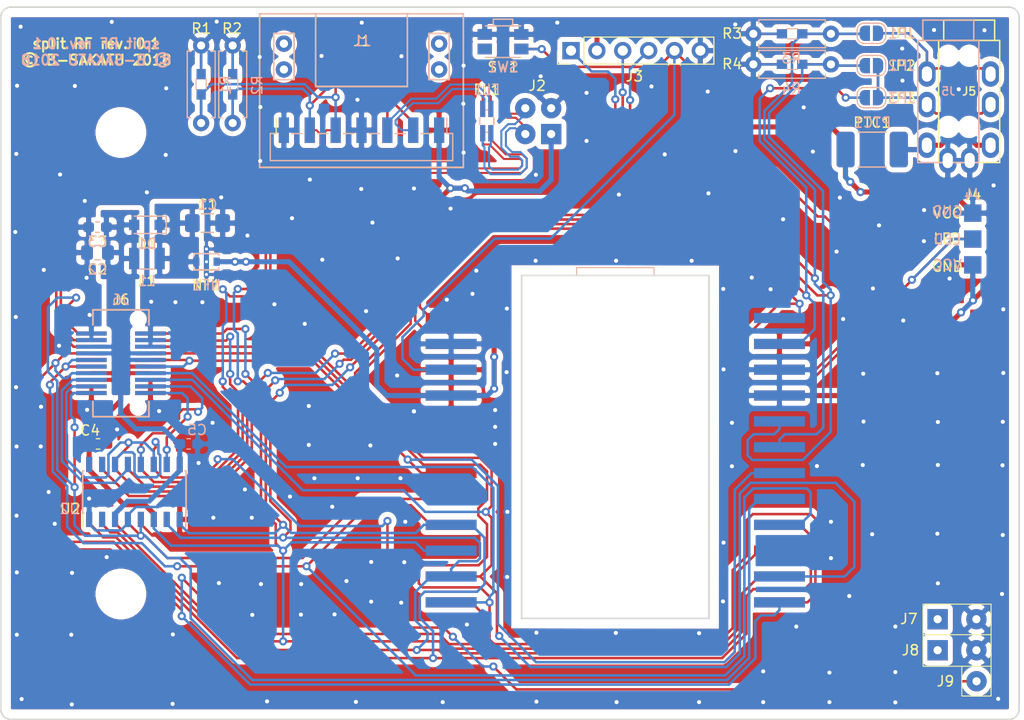
<source format=kicad_pcb>
(kicad_pcb (version 20171130) (host pcbnew "(5.0.1-3-g963ef8bb5)")
  (layers (0 F.Cu signal) (31 B.Cu signal) (34 B.Paste user) (35 F.Paste user) (36 B.SilkS user) (37 F.SilkS user) (38 B.Mask user hide) (39 F.Mask user hide) (44 Edge.Cuts user))
  (net 0 "")
  (net 1 "Net-(C1-Pad1)")
  (net 2 GND)
  (net 3 AVCC)
  (net 4 /D-)
  (net 5 /D+)
  (net 6 /VBUS)
  (net 7 LED)
  (net 8 DATA)
  (net 9 SDA)
  (net 10 SCL)
  (net 11 KEY)
  (net 12 ENABLE)
  (net 13 PREV)
  (net 14 ROW_A)
  (net 15 ROW_B)
  (net 16 ROW_C)
  (net 17 COL_B)
  (net 18 COL_C)
  (net 19 COL_A)
  (net 20 VCC)
  (net 21 ~RST)
  (net 22 COL_0)
  (net 23 COL_1)
  (net 24 COL_2)
  (net 25 COL_3)
  (net 26 COL_4)
  (net 27 /CC1)
  (net 28 /CC2)
  (net 29 ROW_0)
  (net 30 ROW_1)
  (net 31 "Net-(U2-Pad7)")
  (net 32 "Net-(U2-Pad9)")
  (net 33 "Net-(U2-Pad10)")
  (net 34 /FL_D+)
  (net 35 /FL_D-)
  (net 36 "Net-(J5-PadT)")
  (net 37 "Net-(J5-PadR2)")
  (net 38 "Net-(J5-PadR1)")
  (net 39 "Net-(J6-Pad9)")
  (module bsakatu_parts:NF_YFF21_HandSoldering_Reversible_2 (layer F.Cu) (at 91.45 65.025 180)
    (fp_text reference NF1 (at 0 -2.3 180) (layer F.SilkS))
    (fp_text value YFF21PC1E104MT000N hide)
    (fp_text user %R (at 0 -2.3 180) (layer B.SilkS) (effects (justify mirror)))
    (pad 2 smd rect (at 0 0.625 180) (size 0.5 0.65) (layers B.Cu B.Paste B.Mask) (net 2 GND))
    (pad 2 smd rect (at 0 -0.625 180) (size 0.5 0.65) (layers B.Cu B.Paste B.Mask) (net 2 GND))
    (pad 2 smd rect (at 0 0.625 180) (size 0.5 0.65) (layers F.Cu F.Paste F.Mask) (net 2 GND))
    (pad 2 smd rect (at 0 -0.625 180) (size 0.5 0.65) (layers F.Cu F.Paste F.Mask) (net 2 GND))
    (pad 2 smd rect (at 0 0 180) (size 0.25 2.8) (layers B.Cu) (net 2 GND))
    (pad 3 smd rect (at 1 0 180) (size 0.6 0.8) (layers B.Cu B.Paste B.Mask) (net 1 "Net-(C1-Pad1)"))
    (pad 1 smd rect (at -1 0 180) (size 0.6 0.8) (layers B.Cu B.Paste B.Mask) (net 20 VCC))
    (pad 3 smd rect (at 1 0 180) (size 0.6 0.8) (layers F.Cu F.Paste F.Mask) (net 1 "Net-(C1-Pad1)"))
    (pad 2 thru_hole rect (at 0 1.25 180) (size 0.5 0.6) (drill 0.3) (layers *.Cu) (net 2 GND))
    (pad 2 thru_hole rect (at 0 -1.25 180) (size 0.5 0.6) (drill 0.3) (layers *.Cu) (net 2 GND))
    (pad 1 smd rect (at -1 0 180) (size 0.6 0.8) (layers F.Cu F.Paste F.Mask) (net 20 VCC))
    (pad 2 smd rect (at 0 0 180) (size 0.25 2.8) (layers F.Cu) (net 2 GND))
    (pad 2 thru_hole rect (at 0 0 180) (size 0.5 0.6) (drill 0.3) (layers *.Cu) (net 2 GND))
  )
  (module Connector_Wire:SolderWirePad_2x02_P2.54mm_Drill0.8mm (layer F.Cu) (at 125.3 52.475 180)
    (fp_text reference J2 (at 1.375 4.75 180) (layer F.SilkS))
    (fp_text value Conn_01x04_USB)
    (pad 2 thru_hole circle (at 2.54 0 180) (size 1.99898 1.99898) (drill 0.8001) (layers *.Cu *.Mask) (net 4 /D-))
    (pad 1 thru_hole rect (at 0 0 180) (size 1.99898 1.99898) (drill 0.8001) (layers *.Cu *.Mask) (net 6 /VBUS))
    (pad 3 thru_hole circle (at 2.54 2.54 180) (size 1.99898 1.99898) (drill 0.8001) (layers *.Cu *.Mask) (net 5 /D+))
    (pad 4 thru_hole circle (at 0 2.54 180) (size 1.99898 1.99898) (drill 0.8001) (layers *.Cu *.Mask) (net 2 GND))
  )
  (module bsakatu_parts:R_THT&SMD_0603_1608_Axial_DIN0207_L6.3mm_D2.5mm_P7.62mm_Horizontal (layer F.Cu) (at 152.775 42.625 180)
    (fp_text reference R3 (at 9.71 0.03 180) (layer F.SilkS))
    (fp_text value 4.7k hide)
    (fp_text user %R (at 3.9 -2.4 180) (layer B.SilkS) (effects (justify mirror)))
    (pad 2 smd rect (at 6.2 0 180) (size 3 0.25) (layers B.Cu) (net 2 GND))
    (pad 1 smd rect (at 1.4 0 180) (size 3 0.25) (layers B.Cu) (net 10 SCL))
    (pad 2 smd rect (at 4.81 0 180) (size 1 0.9) (layers B.Cu B.Paste B.Mask) (net 2 GND))
    (pad 1 smd rect (at 2.81 0 180) (size 1 0.9) (layers B.Cu B.Paste B.Mask) (net 10 SCL))
    (pad 2 smd rect (at 4.81 0 180) (size 1 0.9) (layers F.Cu F.Paste F.Mask) (net 2 GND))
    (pad 2 smd rect (at 6.2 0 180) (size 3 0.25) (layers F.Cu) (net 2 GND))
    (pad 1 smd rect (at 1.4 0 180) (size 3 0.25) (layers F.Cu) (net 10 SCL))
    (pad 1 smd rect (at 2.81 0 180) (size 1 0.9) (layers F.Cu F.Paste F.Mask) (net 10 SCL))
    (pad 2 thru_hole oval (at 7.62 0 180) (size 1.6 1.6) (drill 0.8) (layers *.Cu *.Mask) (net 2 GND))
    (pad 1 thru_hole circle (at 0 0 180) (size 1.6 1.6) (drill 0.8) (layers *.Cu *.Mask) (net 10 SCL))
  )
  (module bsakatu_parts:R_THT&SMD_0603_1608_Axial_DIN0207_L6.3mm_D2.5mm_P7.62mm_Horizontal (layer F.Cu) (at 152.775 45.625 180)
    (fp_text reference R4 (at 9.71 0.03 180) (layer F.SilkS))
    (fp_text value 4.7k hide)
    (fp_text user %R (at 3.9 -2.4 180) (layer B.SilkS) (effects (justify mirror)))
    (pad 2 smd rect (at 6.2 0 180) (size 3 0.25) (layers B.Cu) (net 2 GND))
    (pad 1 smd rect (at 1.4 0 180) (size 3 0.25) (layers B.Cu) (net 9 SDA))
    (pad 2 smd rect (at 4.81 0 180) (size 1 0.9) (layers B.Cu B.Paste B.Mask) (net 2 GND))
    (pad 1 smd rect (at 2.81 0 180) (size 1 0.9) (layers B.Cu B.Paste B.Mask) (net 9 SDA))
    (pad 2 smd rect (at 4.81 0 180) (size 1 0.9) (layers F.Cu F.Paste F.Mask) (net 2 GND))
    (pad 2 smd rect (at 6.2 0 180) (size 3 0.25) (layers F.Cu) (net 2 GND))
    (pad 1 smd rect (at 1.4 0 180) (size 3 0.25) (layers F.Cu) (net 9 SDA))
    (pad 1 smd rect (at 2.81 0 180) (size 1 0.9) (layers F.Cu F.Paste F.Mask) (net 9 SDA))
    (pad 2 thru_hole oval (at 7.62 0 180) (size 1.6 1.6) (drill 0.8) (layers *.Cu *.Mask) (net 2 GND))
    (pad 1 thru_hole circle (at 0 0 180) (size 1.6 1.6) (drill 0.8) (layers *.Cu *.Mask) (net 9 SDA))
  )
  (module bsakatu_parts:R_THT&SMD_0603_1608_Axial_DIN0207_L6.3mm_D2.5mm_P7.62mm_Horizontal (layer F.Cu) (at 94.025 43.775 270)
    (fp_text reference R2 (at -1.67 0.06) (layer F.SilkS))
    (fp_text value 5.1k hide)
    (fp_text user %R (at 3.9 -2.4 270) (layer B.SilkS) (effects (justify mirror)))
    (pad 2 smd rect (at 6.2 0 270) (size 3 0.25) (layers B.Cu) (net 28 /CC2))
    (pad 1 smd rect (at 1.4 0 270) (size 3 0.25) (layers B.Cu) (net 2 GND))
    (pad 2 smd rect (at 4.81 0 270) (size 1 0.9) (layers B.Cu B.Paste B.Mask) (net 28 /CC2))
    (pad 1 smd rect (at 2.81 0 270) (size 1 0.9) (layers B.Cu B.Paste B.Mask) (net 2 GND))
    (pad 2 smd rect (at 4.81 0 270) (size 1 0.9) (layers F.Cu F.Paste F.Mask) (net 28 /CC2))
    (pad 2 smd rect (at 6.2 0 270) (size 3 0.25) (layers F.Cu) (net 28 /CC2))
    (pad 1 smd rect (at 1.4 0 270) (size 3 0.25) (layers F.Cu) (net 2 GND))
    (pad 1 smd rect (at 2.81 0 270) (size 1 0.9) (layers F.Cu F.Paste F.Mask) (net 2 GND))
    (pad 2 thru_hole oval (at 7.62 0 270) (size 1.6 1.6) (drill 0.8) (layers *.Cu *.Mask) (net 28 /CC2))
    (pad 1 thru_hole circle (at 0 0 270) (size 1.6 1.6) (drill 0.8) (layers *.Cu *.Mask) (net 2 GND))
  )
  (module bsakatu_parts:R_THT&SMD_0603_1608_Axial_DIN0207_L6.3mm_D2.5mm_P7.62mm_Horizontal (layer F.Cu) (at 90.925 43.775 270)
    (fp_text reference R1 (at -1.67 -0.02) (layer F.SilkS))
    (fp_text value 5.1k hide)
    (fp_text user %R (at 3.9 -2.4 270) (layer B.SilkS) (effects (justify mirror)))
    (pad 2 smd rect (at 6.2 0 270) (size 3 0.25) (layers B.Cu) (net 27 /CC1))
    (pad 1 smd rect (at 1.4 0 270) (size 3 0.25) (layers B.Cu) (net 2 GND))
    (pad 2 smd rect (at 4.81 0 270) (size 1 0.9) (layers B.Cu B.Paste B.Mask) (net 27 /CC1))
    (pad 1 smd rect (at 2.81 0 270) (size 1 0.9) (layers B.Cu B.Paste B.Mask) (net 2 GND))
    (pad 2 smd rect (at 4.81 0 270) (size 1 0.9) (layers F.Cu F.Paste F.Mask) (net 27 /CC1))
    (pad 2 smd rect (at 6.2 0 270) (size 3 0.25) (layers F.Cu) (net 27 /CC1))
    (pad 1 smd rect (at 1.4 0 270) (size 3 0.25) (layers F.Cu) (net 2 GND))
    (pad 1 smd rect (at 2.81 0 270) (size 1 0.9) (layers F.Cu F.Paste F.Mask) (net 2 GND))
    (pad 2 thru_hole oval (at 7.62 0 270) (size 1.6 1.6) (drill 0.8) (layers *.Cu *.Mask) (net 27 /CC1))
    (pad 1 thru_hole circle (at 0 0 270) (size 1.6 1.6) (drill 0.8) (layers *.Cu *.Mask) (net 2 GND))
  )
  (module bsakatu_parts:ProMicro_soldered_with_L-shape-PinHeader_reversible (layer F.Cu) (at 131.59822 84.52402 270)
    (fp_text reference U1 hide)
    (fp_text value ProMicro)
    (pad 12 smd rect (at 13.97 -16.12 270) (size 1 5) (layers B.Cu B.Mask) (net 15 ROW_B))
    (pad 11 smd rect (at 11.43 -16.12 270) (size 1 5) (layers B.Cu B.Mask) (net 14 ROW_A))
    (pad 9 smd rect (at 6.35 -16.12 270) (size 1 5) (layers B.Cu B.Mask) (net 13 PREV))
    (pad 8 smd rect (at 3.81 -16.12 270) (size 1 5) (layers B.Cu B.Mask) (net 12 ENABLE))
    (pad 7 smd rect (at 1.27 -16.12 270) (size 1 5) (layers B.Cu B.Mask) (net 11 KEY))
    (pad 6 smd rect (at -1.27 -16.12 270) (size 1 5) (layers B.Cu B.Mask) (net 10 SCL))
    (pad 5 smd rect (at -3.81 -16.12 270) (size 1 5) (layers B.Cu B.Mask) (net 9 SDA))
    (pad 4 smd rect (at -6.35 -16.12 270) (size 1 5) (layers B.Cu B.Mask) (net 2 GND))
    (pad 3 smd rect (at -8.89 -16.12 270) (size 1 5) (layers B.Cu B.Mask) (net 2 GND))
    (pad 2 smd rect (at -11.43 -16.12 270) (size 1 5) (layers B.Cu B.Mask) (net 8 DATA))
    (pad 13 smd rect (at 13.97 -16.12 270) (size 1 5) (layers F.Cu F.Mask) (net 16 ROW_C))
    (pad 1 smd rect (at -13.97 16.12 270) (size 1 5) (layers F.Cu F.Mask) (net 7 LED))
    (pad 14 smd rect (at 11.43 -16.12 270) (size 1 5) (layers F.Cu F.Mask) (net 17 COL_B))
    (pad 15 smd rect (at 8.89 -16.12 270) (size 1 5) (layers F.Cu F.Mask) (net 18 COL_C))
    (pad 16 smd rect (at 6.35 -16.12 270) (size 1 5) (layers F.Cu F.Mask) (net 19 COL_A))
    (pad 21 smd rect (at -6.35 -16.12 270) (size 1 5) (layers F.Cu F.Mask) (net 20 VCC))
    (pad 22 smd rect (at -8.89 -16.12 270) (size 1 5) (layers F.Cu F.Mask) (net 21 ~RST))
    (pad 23 smd rect (at -11.43 -16.12 270) (size 1 5) (layers F.Cu F.Mask) (net 2 GND))
    (pad 13 smd rect (at 13.97 16.12 270) (size 1 5) (layers B.Cu B.Mask) (net 16 ROW_C))
    (pad 2 smd rect (at -11.43 16.12 270) (size 1 5) (layers F.Cu F.Mask) (net 8 DATA))
    (pad 3 smd rect (at -8.89 16.12 270) (size 1 5) (layers F.Cu F.Mask) (net 2 GND))
    (pad 4 smd rect (at -6.35 16.12 270) (size 1 5) (layers F.Cu F.Mask) (net 2 GND))
    (pad 5 smd rect (at -3.81 16.12 270) (size 1 5) (layers F.Cu F.Mask) (net 9 SDA))
    (pad 6 smd rect (at -1.27 16.12 270) (size 1 5) (layers F.Cu F.Mask) (net 10 SCL))
    (pad 7 smd rect (at 1.27 16.12 270) (size 1 5) (layers F.Cu F.Mask) (net 11 KEY))
    (pad 8 smd rect (at 3.81 16.12 270) (size 1 5) (layers F.Cu F.Mask) (net 12 ENABLE))
    (pad 9 smd rect (at 6.35 16.12 270) (size 1 5) (layers F.Cu F.Mask) (net 13 PREV))
    (pad 11 smd rect (at 11.43 16.12 270) (size 1 5) (layers F.Cu F.Mask) (net 14 ROW_A))
    (pad 12 smd rect (at 13.97 16.12 270) (size 1 5) (layers F.Cu F.Mask) (net 15 ROW_B))
    (pad 14 smd rect (at 11.43 16.12 270) (size 1 5) (layers B.Cu B.Mask) (net 17 COL_B))
    (pad 15 smd rect (at 8.89 16.12 270) (size 1 5) (layers B.Cu B.Mask) (net 18 COL_C))
    (pad 16 smd rect (at 6.35 16.12 270) (size 1 5) (layers B.Cu B.Mask) (net 19 COL_A))
    (pad 21 smd rect (at -6.35 16.12 270) (size 1 5) (layers B.Cu B.Mask) (net 20 VCC))
    (pad 22 smd rect (at -8.89 16.12 270) (size 1 5) (layers B.Cu B.Mask) (net 21 ~RST))
    (pad 23 smd rect (at -11.43 16.12 270) (size 1 5) (layers B.Cu B.Mask) (net 2 GND))
    (pad 1 smd rect (at -13.97 -16.12 270) (size 1 5) (layers B.Cu B.Mask) (net 7 LED))
  )
  (module bsakatu_parts:PTC_0ZCG_1812_4532_Reversible (layer F.Cu) (at 156.825 54)
    (fp_text reference PTC1 (at 0 -2.65) (layer F.SilkS))
    (fp_text value 0ZCG0050AF2C hide)
    (fp_text user %R (at 0 -2.65) (layer B.SilkS) (effects (justify mirror)))
    (pad 2 smd roundrect (at 2.615 0) (size 1.78 3.5) (layers B.Cu B.Paste B.Mask) (roundrect_rratio 0.192) (net 36 "Net-(J5-PadT)"))
    (pad 1 smd roundrect (at -2.615 0) (size 1.78 3.5) (layers B.Cu B.Paste B.Mask) (roundrect_rratio 0.192) (net 20 VCC))
    (pad 2 smd roundrect (at 2.615 0) (size 1.78 3.5) (layers F.Cu F.Paste F.Mask) (roundrect_rratio 0.192) (net 36 "Net-(J5-PadT)"))
    (pad 1 smd roundrect (at -2.615 0) (size 1.78 3.5) (layers F.Cu F.Paste F.Mask) (roundrect_rratio 0.192) (net 20 VCC))
  )
  (module bsakatu_parts:C_1206_3216Metric_Pad1.42x1.75mm_HandSolder_Reversible (layer F.Cu) (at 91.55 61.225)
    (fp_text reference C1 (at 0 -1.82) (layer F.SilkS))
    (fp_text value 10u)
    (fp_text user %R (at 0 -1.82) (layer B.SilkS) (effects (justify mirror)))
    (pad 1 smd roundrect (at -1.4875 0) (size 1.425 1.75) (layers B.Cu B.Paste B.Mask) (roundrect_rratio 0.175439) (net 1 "Net-(C1-Pad1)"))
    (pad 2 smd roundrect (at 1.4875 0) (size 1.425 1.75) (layers B.Cu B.Paste B.Mask) (roundrect_rratio 0.175439) (net 2 GND))
    (pad 2 smd roundrect (at 1.4875 0) (size 1.425 1.75) (layers F.Cu F.Paste F.Mask) (roundrect_rratio 0.175439) (net 2 GND))
    (pad 1 smd roundrect (at -1.4875 0) (size 1.425 1.75) (layers F.Cu F.Paste F.Mask) (roundrect_rratio 0.175439) (net 1 "Net-(C1-Pad1)"))
  )
  (module bsakatu_parts:AE-USB2.0-TYPE-C_Reversible (layer F.Cu) (at 106.675 53.75)
    (fp_text reference J1 (at 0.05 -10.425) (layer F.SilkS))
    (fp_text value AE-USB2.0-TYPE-C)
    (fp_text user %R (at 0.1 -10.425) (layer B.SilkS) (effects (justify mirror)))
    (pad 1 smd rect (at 7.62 -1.655 90) (size 2.51 1) (layers B.Cu B.Paste B.Mask) (net 6 /VBUS))
    (pad 5 smd rect (at -2.54 -1.655 90) (size 2.51 1) (layers B.Cu B.Paste B.Mask) (net 27 /CC1))
    (pad 3 smd rect (at 2.54 -1.655 90) (size 2.51 1) (layers B.Cu B.Paste B.Mask) (net 34 /FL_D+))
    (pad "" thru_hole circle (at 7.62 -10.16 180) (size 1.6 1.6) (drill 0.8) (layers *.Cu *.Mask))
    (pad "" thru_hole circle (at 7.62 -7.62 180) (size 1.6 1.6) (drill 0.8) (layers *.Cu *.Mask))
    (pad 6 smd rect (at -5.08 -1.655 90) (size 2.51 1) (layers B.Cu B.Paste B.Mask) (net 28 /CC2))
    (pad 4 smd rect (at 0 -1.655 90) (size 2.51 1) (layers B.Cu B.Paste B.Mask) (net 2 GND))
    (pad 2 smd rect (at 5.08 -1.655 90) (size 2.51 1) (layers B.Cu B.Paste B.Mask) (net 35 /FL_D-))
    (pad 7 smd rect (at -7.62 -1.655 90) (size 2.51 1) (layers B.Cu B.Paste B.Mask) (net 2 GND))
    (pad "" thru_hole circle (at -7.62 -10.16 180) (size 1.6 1.6) (drill 0.8) (layers *.Cu *.Mask))
    (pad "" thru_hole circle (at -7.62 -7.62 180) (size 1.6 1.6) (drill 0.8) (layers *.Cu *.Mask))
    (pad "" thru_hole circle (at 7.62 -10.16) (size 1.6 1.6) (drill 0.8) (layers *.Cu *.Mask))
    (pad "" thru_hole circle (at 7.62 -7.62) (size 1.6 1.6) (drill 0.8) (layers *.Cu *.Mask))
    (pad "" thru_hole circle (at -7.62 -10.16) (size 1.6 1.6) (drill 0.8) (layers *.Cu *.Mask))
    (pad "" thru_hole circle (at -7.62 -7.62) (size 1.6 1.6) (drill 0.8) (layers *.Cu *.Mask))
    (pad 6 smd rect (at 5.08 -1.655 90) (size 2.51 1) (layers F.Cu F.Paste F.Mask) (net 28 /CC2))
    (pad 4 smd rect (at 0 -1.655 90) (size 2.51 1) (layers F.Cu F.Paste F.Mask) (net 2 GND))
    (pad 2 smd rect (at -5.08 -1.655 90) (size 2.51 1) (layers F.Cu F.Paste F.Mask) (net 35 /FL_D-))
    (pad 7 smd rect (at 7.62 -1.655 90) (size 2.51 1) (layers F.Cu F.Paste F.Mask) (net 2 GND))
    (pad 5 smd rect (at 2.54 -1.655 90) (size 2.51 1) (layers F.Cu F.Paste F.Mask) (net 27 /CC1))
    (pad 3 smd rect (at -2.54 -1.655 90) (size 2.51 1) (layers F.Cu F.Paste F.Mask) (net 34 /FL_D+))
    (pad 1 smd rect (at -7.62 -1.655 90) (size 2.51 1) (layers F.Cu F.Paste F.Mask) (net 6 /VBUS))
  )
  (module bsakatu_parts:SolderJumper-2_P1.3mm_Open_RoundedPad1.0x1.5mm_Reversible (layer F.Cu) (at 156.75 48.9)
    (fp_text reference JP3 (at 2.975 0.05) (layer F.SilkS))
    (fp_text value SolderJumper_2_Open)
    (fp_text user %R (at 2.975 0.05) (layer B.SilkS) (effects (justify mirror)))
    (pad 2 smd custom (at 0.65 0) (size 1 0.5) (layers B.Cu B.Mask) (net 38 "Net-(J5-PadR1)") (options (clearance outline) (anchor rect)) (primitives (gr_circle (center 0 -0.25) (end 0.5 -0.25) (width 0)) (gr_circle (center 0 0.25) (end 0.5 0.25) (width 0)) (gr_poly (pts (xy 0 0.75) (xy -0.5 0.75) (xy -0.5 -0.75) (xy 0 -0.75)) (width 0))))
    (pad 1 smd custom (at -0.65 0) (size 1 0.5) (layers B.Cu B.Mask) (net 8 DATA) (options (clearance outline) (anchor rect)) (primitives (gr_circle (center 0 -0.25) (end 0.5 -0.25) (width 0)) (gr_circle (center 0 0.25) (end 0.5 0.25) (width 0)) (gr_poly (pts (xy 0 0.75) (xy 0.5 0.75) (xy 0.5 -0.75) (xy 0 -0.75)) (width 0))))
    (pad 2 smd custom (at 0.65 0) (size 1 0.5) (layers F.Cu F.Mask) (net 38 "Net-(J5-PadR1)") (options (clearance outline) (anchor rect)) (primitives (gr_circle (center 0 0.25) (end 0.5 0.25) (width 0)) (gr_circle (center 0 -0.25) (end 0.5 -0.25) (width 0)) (gr_poly (pts (xy 0 -0.75) (xy -0.5 -0.75) (xy -0.5 0.75) (xy 0 0.75)) (width 0))))
    (pad 1 smd custom (at -0.65 0) (size 1 0.5) (layers F.Cu F.Mask) (net 8 DATA) (options (clearance outline) (anchor rect)) (primitives (gr_circle (center 0 0.25) (end 0.5 0.25) (width 0)) (gr_circle (center 0 -0.25) (end 0.5 -0.25) (width 0)) (gr_poly (pts (xy 0 -0.75) (xy 0.5 -0.75) (xy 0.5 0.75) (xy 0 0.75)) (width 0))))
  )
  (module bsakatu_parts:SolderJumper-2_P1.3mm_Open_RoundedPad1.0x1.5mm_Reversible (layer F.Cu) (at 156.75 45.75)
    (fp_text reference JP2 (at 2.975 0) (layer F.SilkS))
    (fp_text value SolderJumper_2_Open)
    (fp_text user %R (at 2.975 0) (layer B.SilkS) (effects (justify mirror)))
    (pad 2 smd custom (at 0.65 0) (size 1 0.5) (layers B.Cu B.Mask) (net 38 "Net-(J5-PadR1)") (options (clearance outline) (anchor rect)) (primitives (gr_circle (center 0 -0.25) (end 0.5 -0.25) (width 0)) (gr_circle (center 0 0.25) (end 0.5 0.25) (width 0)) (gr_poly (pts (xy 0 0.75) (xy -0.5 0.75) (xy -0.5 -0.75) (xy 0 -0.75)) (width 0))))
    (pad 1 smd custom (at -0.65 0) (size 1 0.5) (layers B.Cu B.Mask) (net 9 SDA) (options (clearance outline) (anchor rect)) (primitives (gr_circle (center 0 -0.25) (end 0.5 -0.25) (width 0)) (gr_circle (center 0 0.25) (end 0.5 0.25) (width 0)) (gr_poly (pts (xy 0 0.75) (xy 0.5 0.75) (xy 0.5 -0.75) (xy 0 -0.75)) (width 0))))
    (pad 2 smd custom (at 0.65 0) (size 1 0.5) (layers F.Cu F.Mask) (net 38 "Net-(J5-PadR1)") (options (clearance outline) (anchor rect)) (primitives (gr_circle (center 0 0.25) (end 0.5 0.25) (width 0)) (gr_circle (center 0 -0.25) (end 0.5 -0.25) (width 0)) (gr_poly (pts (xy 0 -0.75) (xy -0.5 -0.75) (xy -0.5 0.75) (xy 0 0.75)) (width 0))))
    (pad 1 smd custom (at -0.65 0) (size 1 0.5) (layers F.Cu F.Mask) (net 9 SDA) (options (clearance outline) (anchor rect)) (primitives (gr_circle (center 0 0.25) (end 0.5 0.25) (width 0)) (gr_circle (center 0 -0.25) (end 0.5 -0.25) (width 0)) (gr_poly (pts (xy 0 -0.75) (xy 0.5 -0.75) (xy 0.5 0.75) (xy 0 0.75)) (width 0))))
  )
  (module bsakatu_parts:SolderJumper-2_P1.3mm_Open_RoundedPad1.0x1.5mm_Reversible (layer F.Cu) (at 156.75 42.575)
    (fp_text reference JP1 (at 2.975 0) (layer F.SilkS))
    (fp_text value SolderJumper_2_Open)
    (fp_text user %R (at 2.975 0) (layer B.SilkS) (effects (justify mirror)))
    (pad 2 smd custom (at 0.65 0) (size 1 0.5) (layers B.Cu B.Mask) (net 37 "Net-(J5-PadR2)") (options (clearance outline) (anchor rect)) (primitives (gr_circle (center 0 -0.25) (end 0.5 -0.25) (width 0)) (gr_circle (center 0 0.25) (end 0.5 0.25) (width 0)) (gr_poly (pts (xy 0 0.75) (xy -0.5 0.75) (xy -0.5 -0.75) (xy 0 -0.75)) (width 0))))
    (pad 1 smd custom (at -0.65 0) (size 1 0.5) (layers B.Cu B.Mask) (net 10 SCL) (options (clearance outline) (anchor rect)) (primitives (gr_circle (center 0 -0.25) (end 0.5 -0.25) (width 0)) (gr_circle (center 0 0.25) (end 0.5 0.25) (width 0)) (gr_poly (pts (xy 0 0.75) (xy 0.5 0.75) (xy 0.5 -0.75) (xy 0 -0.75)) (width 0))))
    (pad 2 smd custom (at 0.65 0) (size 1 0.5) (layers F.Cu F.Mask) (net 37 "Net-(J5-PadR2)") (options (clearance outline) (anchor rect)) (primitives (gr_circle (center 0 0.25) (end 0.5 0.25) (width 0)) (gr_circle (center 0 -0.25) (end 0.5 -0.25) (width 0)) (gr_poly (pts (xy 0 -0.75) (xy -0.5 -0.75) (xy -0.5 0.75) (xy 0 0.75)) (width 0))))
    (pad 1 smd custom (at -0.65 0) (size 1 0.5) (layers F.Cu F.Mask) (net 10 SCL) (options (clearance outline) (anchor rect)) (primitives (gr_circle (center 0 0.25) (end 0.5 0.25) (width 0)) (gr_circle (center 0 -0.25) (end 0.5 -0.25) (width 0)) (gr_poly (pts (xy 0 -0.75) (xy 0.5 -0.75) (xy 0.5 0.75) (xy 0 0.75)) (width 0))))
  )
  (module MountingHole:MountingHole_2.5mm (layer F.Cu) (at 83.05 97.69)
    (fp_text reference REF** hide)
    (fp_text value MountingHole_2.5mm)
    (pad "" np_thru_hole circle (at 0 -0.01) (size 2.5 2.5) (drill 2.5) (layers *.Cu *.Mask) (clearance 1.25))
  )
  (module "bsakatu_parts:DF15(3.2)-20DP-0.65V(56)_BracketLess_Reversible" (layer F.Cu) (at 83.05 75)
    (fp_text reference J6 (at 0 -6.25) (layer F.SilkS))
    (fp_text value "DF15(3.2)-20DP-0.65V(56)")
    (fp_text user %R (at 0 -6.25) (layer B.SilkS) (effects (justify mirror)))
    (pad 1 smd rect (at -2.9 -2.925) (size 3 0.4) (layers F.Cu F.Paste F.Mask) (net 12 ENABLE))
    (pad 2 smd rect (at 2.9 -2.925) (size 3 0.4) (layers F.Cu F.Paste F.Mask) (net 22 COL_0))
    (pad 3 smd rect (at -2.9 -2.275) (size 3 0.4) (layers F.Cu F.Paste F.Mask) (net 23 COL_1))
    (pad 4 smd rect (at 2.9 -2.275) (size 3 0.4) (layers F.Cu F.Paste F.Mask) (net 24 COL_2))
    (pad 5 smd rect (at -2.9 -1.625) (size 3 0.4) (layers F.Cu F.Paste F.Mask) (net 25 COL_3))
    (pad 6 smd rect (at 2.9 -1.625) (size 3 0.4) (layers F.Cu F.Paste F.Mask) (net 14 ROW_A))
    (pad 7 smd rect (at -2.9 -0.975) (size 3 0.4) (layers F.Cu F.Paste F.Mask) (net 15 ROW_B))
    (pad 8 smd rect (at 2.9 -0.975) (size 3 0.4) (layers F.Cu F.Paste F.Mask) (net 16 ROW_C))
    (pad 9 smd rect (at -2.9 -0.325) (size 3 0.4) (layers F.Cu F.Paste F.Mask) (net 39 "Net-(J6-Pad9)"))
    (pad 10 smd rect (at 2.9 -0.325) (size 3 0.4) (layers F.Cu F.Paste F.Mask) (net 11 KEY))
    (pad 11 smd rect (at -2.9 0.325) (size 3 0.4) (layers F.Cu F.Paste F.Mask) (net 13 PREV))
    (pad 12 smd rect (at 2.9 0.325) (size 3 0.4) (layers F.Cu F.Paste F.Mask) (net 3 AVCC))
    (pad 13 smd rect (at -2.9 0.975) (size 3 0.4) (layers F.Cu F.Paste F.Mask) (net 3 AVCC))
    (pad 14 smd rect (at 2.9 0.975) (size 3 0.4) (layers F.Cu F.Paste F.Mask) (net 3 AVCC))
    (pad 15 smd rect (at -2.9 1.625) (size 3 0.4) (layers F.Cu F.Paste F.Mask) (net 3 AVCC))
    (pad 16 smd rect (at 2.9 1.625) (size 3 0.4) (layers F.Cu F.Paste F.Mask) (net 2 GND))
    (pad 17 smd rect (at -2.9 2.275) (size 3 0.4) (layers F.Cu F.Paste F.Mask) (net 2 GND))
    (pad 18 smd rect (at 2.9 2.275) (size 3 0.4) (layers F.Cu F.Paste F.Mask) (net 2 GND))
    (pad 19 smd rect (at -2.9 2.925) (size 3 0.4) (layers F.Cu F.Paste F.Mask) (net 2 GND))
    (pad 20 smd rect (at 2.9 2.925) (size 3 0.4) (layers F.Cu F.Paste F.Mask) (net 2 GND))
    (pad 7 smd rect (at -2.9 0.975) (size 3 0.4) (layers B.Cu B.Paste B.Mask) (net 15 ROW_B))
    (pad 8 smd rect (at 2.9 0.975) (size 3 0.4) (layers B.Cu B.Paste B.Mask) (net 16 ROW_C))
    (pad 9 smd rect (at -2.9 0.325) (size 3 0.4) (layers B.Cu B.Paste B.Mask) (net 39 "Net-(J6-Pad9)"))
    (pad 3 smd rect (at -2.9 2.275) (size 3 0.4) (layers B.Cu B.Paste B.Mask) (net 23 COL_1))
    (pad 1 smd rect (at -2.9 2.925) (size 3 0.4) (layers B.Cu B.Paste B.Mask) (net 12 ENABLE))
    (pad 6 smd rect (at 2.9 1.625) (size 3 0.4) (layers B.Cu B.Paste B.Mask) (net 14 ROW_A))
    (pad 10 smd rect (at 2.9 0.325) (size 3 0.4) (layers B.Cu B.Paste B.Mask) (net 11 KEY))
    (pad 11 smd rect (at -2.9 -0.325) (size 3 0.4) (layers B.Cu B.Paste B.Mask) (net 13 PREV))
    (pad 12 smd rect (at 2.9 -0.325) (size 3 0.4) (layers B.Cu B.Paste B.Mask) (net 3 AVCC))
    (pad 13 smd rect (at -2.9 -0.975) (size 3 0.4) (layers B.Cu B.Paste B.Mask) (net 3 AVCC))
    (pad 14 smd rect (at 2.9 -0.975) (size 3 0.4) (layers B.Cu B.Paste B.Mask) (net 3 AVCC))
    (pad 15 smd rect (at -2.9 -1.625) (size 3 0.4) (layers B.Cu B.Paste B.Mask) (net 3 AVCC))
    (pad 16 smd rect (at 2.9 -1.625) (size 3 0.4) (layers B.Cu B.Paste B.Mask) (net 2 GND))
    (pad 17 smd rect (at -2.9 -2.275) (size 3 0.4) (layers B.Cu B.Paste B.Mask) (net 2 GND))
    (pad 18 smd rect (at 2.9 -2.275) (size 3 0.4) (layers B.Cu B.Paste B.Mask) (net 2 GND))
    (pad 19 smd rect (at -2.9 -2.925) (size 3 0.4) (layers B.Cu B.Paste B.Mask) (net 2 GND))
    (pad 20 smd rect (at 2.9 -2.925) (size 3 0.4) (layers B.Cu B.Paste B.Mask) (net 2 GND))
    (pad "" np_thru_hole circle (at 1.7 4.325) (size 0.7 0.7) (drill 0.7) (layers *.Cu *.Mask))
    (pad "" np_thru_hole circle (at 1.7 -4.325) (size 0.7 0.7) (drill 0.7) (layers *.Cu *.Mask))
    (pad 2 smd rect (at 2.9 2.925) (size 3 0.4) (layers B.Cu B.Paste B.Mask) (net 22 COL_0))
    (pad 4 smd rect (at 2.9 2.275) (size 3 0.4) (layers B.Cu B.Paste B.Mask) (net 24 COL_2))
    (pad 5 smd rect (at -2.9 1.625) (size 3 0.4) (layers B.Cu B.Paste B.Mask) (net 25 COL_3))
  )
  (module bsakatu_parts:SOIC-16_3.9x9.9mm_P1.27mm_DoubleSide (layer F.Cu) (at 84.375 87.65 90)
    (fp_text reference U2 (at -1.650372 -6.299373 180) (layer F.SilkS))
    (fp_text value 74LS138)
    (fp_text user %R (at -1.650372 -6.349373 180) (layer B.SilkS) (effects (justify mirror)))
    (pad 1 smd rect (at -2.7 4.445 90) (size 1.5 0.6) (layers B.Cu B.Paste B.Mask) (net 19 COL_A))
    (pad 2 smd rect (at -2.7 3.175 90) (size 1.5 0.6) (layers B.Cu B.Paste B.Mask) (net 17 COL_B))
    (pad 16 smd rect (at 2.7 4.445 90) (size 1.5 0.6) (layers B.Cu B.Paste B.Mask) (net 3 AVCC))
    (pad 15 smd rect (at 2.7 3.175 90) (size 1.5 0.6) (layers B.Cu B.Paste B.Mask) (net 22 COL_0))
    (pad 14 smd rect (at 2.7 1.905 90) (size 1.5 0.6) (layers B.Cu B.Paste B.Mask) (net 23 COL_1))
    (pad 13 smd rect (at 2.7 0.635 90) (size 1.5 0.6) (layers B.Cu B.Paste B.Mask) (net 24 COL_2))
    (pad 12 smd rect (at 2.7 -0.635 90) (size 1.5 0.6) (layers B.Cu B.Paste B.Mask) (net 25 COL_3))
    (pad 11 smd rect (at 2.7 -1.905 90) (size 1.5 0.6) (layers B.Cu B.Paste B.Mask) (net 26 COL_4))
    (pad 10 smd rect (at 2.7 -3.175 90) (size 1.5 0.6) (layers B.Cu B.Paste B.Mask) (net 33 "Net-(U2-Pad10)"))
    (pad 9 smd rect (at 2.7 -4.445 90) (size 1.5 0.6) (layers B.Cu B.Paste B.Mask) (net 32 "Net-(U2-Pad9)"))
    (pad 8 smd rect (at -2.7 -4.445 90) (size 1.5 0.6) (layers B.Cu B.Paste B.Mask) (net 2 GND))
    (pad 7 smd rect (at -2.7 -3.175 90) (size 1.5 0.6) (layers B.Cu B.Paste B.Mask) (net 31 "Net-(U2-Pad7)"))
    (pad 6 smd rect (at -2.7 -1.905 90) (size 1.5 0.6) (layers B.Cu B.Paste B.Mask) (net 3 AVCC))
    (pad 5 smd rect (at -2.7 -0.635 90) (size 1.5 0.6) (layers B.Cu B.Paste B.Mask) (net 2 GND))
    (pad 4 smd rect (at -2.7 0.635 90) (size 1.5 0.6) (layers B.Cu B.Paste B.Mask) (net 12 ENABLE))
    (pad 3 smd rect (at -2.7 1.905 90) (size 1.5 0.6) (layers B.Cu B.Paste B.Mask) (net 18 COL_C))
    (pad 16 smd rect (at 2.7 -4.445 90) (size 1.5 0.6) (layers F.Cu F.Paste F.Mask) (net 3 AVCC))
    (pad 15 smd rect (at 2.7 -3.175 90) (size 1.5 0.6) (layers F.Cu F.Paste F.Mask) (net 22 COL_0))
    (pad 14 smd rect (at 2.7 -1.905 90) (size 1.5 0.6) (layers F.Cu F.Paste F.Mask) (net 23 COL_1))
    (pad 13 smd rect (at 2.7 -0.635 90) (size 1.5 0.6) (layers F.Cu F.Paste F.Mask) (net 24 COL_2))
    (pad 12 smd rect (at 2.7 0.635 90) (size 1.5 0.6) (layers F.Cu F.Paste F.Mask) (net 25 COL_3))
    (pad 11 smd rect (at 2.7 1.905 90) (size 1.5 0.6) (layers F.Cu F.Paste F.Mask) (net 26 COL_4))
    (pad 10 smd rect (at 2.7 3.175 90) (size 1.5 0.6) (layers F.Cu F.Paste F.Mask) (net 33 "Net-(U2-Pad10)"))
    (pad 9 smd rect (at 2.7 4.445 90) (size 1.5 0.6) (layers F.Cu F.Paste F.Mask) (net 32 "Net-(U2-Pad9)"))
    (pad 8 smd rect (at -2.7 4.445 90) (size 1.5 0.6) (layers F.Cu F.Paste F.Mask) (net 2 GND))
    (pad 7 smd rect (at -2.7 3.175 90) (size 1.5 0.6) (layers F.Cu F.Paste F.Mask) (net 31 "Net-(U2-Pad7)"))
    (pad 6 smd rect (at -2.7 1.905 90) (size 1.5 0.6) (layers F.Cu F.Paste F.Mask) (net 3 AVCC))
    (pad 5 smd rect (at -2.7 0.635 90) (size 1.5 0.6) (layers F.Cu F.Paste F.Mask) (net 2 GND))
    (pad 4 smd rect (at -2.7 -0.635 90) (size 1.5 0.6) (layers F.Cu F.Paste F.Mask) (net 12 ENABLE))
    (pad 3 smd rect (at -2.7 -1.905 90) (size 1.5 0.6) (layers F.Cu F.Paste F.Mask) (net 18 COL_C))
    (pad 2 smd rect (at -2.7 -3.175 90) (size 1.5 0.6) (layers F.Cu F.Paste F.Mask) (net 17 COL_B))
    (pad 1 smd rect (at -2.7 -4.445 90) (size 1.5 0.6) (layers F.Cu F.Paste F.Mask) (net 19 COL_A))
  )
  (module Capacitor_SMD:C_0603_1608Metric_Pad1.05x0.95mm_HandSolder (layer F.Cu) (at 80.8 82.925)
    (fp_text reference C4 (at -0.775 -1.325 180) (layer F.SilkS))
    (fp_text value 0.1u)
    (pad 1 smd roundrect (at -0.875 0) (size 1.05 0.95) (layers F.Cu F.Paste F.Mask) (net 3 AVCC))
    (pad 2 smd roundrect (at 0.875 0) (size 1.05 0.95) (layers F.Cu F.Paste F.Mask) (net 2 GND))
  )
  (module Connector_PinHeader_2.54mm:PinHeader_1x06_P2.54mm_Vertical (layer F.Cu) (at 127.25 44.275 90)
    (fp_text reference J3 (at -2.525 6.225 180) (layer F.SilkS))
    (fp_text value AVR-ISP-6)
    (pad 1 thru_hole rect (at 0 0 90) (size 1.7 1.7) (drill 1) (layers *.Cu *.Mask) (net 18 COL_C))
    (pad 2 thru_hole oval (at 0 2.54 90) (size 1.7 1.7) (drill 1) (layers *.Cu *.Mask) (net 20 VCC))
    (pad 3 thru_hole oval (at 0 5.08 90) (size 1.7 1.7) (drill 1) (layers *.Cu *.Mask) (net 19 COL_A))
    (pad 4 thru_hole oval (at 0 7.62 90) (size 1.7 1.7) (drill 1) (layers *.Cu *.Mask) (net 17 COL_B))
    (pad 5 thru_hole oval (at 0 10.16 90) (size 1.7 1.7) (drill 1) (layers *.Cu *.Mask) (net 21 ~RST))
    (pad 6 thru_hole oval (at 0 12.7 90) (size 1.7 1.7) (drill 1) (layers *.Cu *.Mask) (net 2 GND))
  )
  (module bsakatu_parts:MJ-4PP-9 (layer F.Cu) (at 166.35 41.575)
    (fp_text reference J5 (at 0 6.7) (layer F.SilkS) (effects (font (size 0.8 0.8))))
    (fp_text value "TRRS jack: MJ-4PP-9" hide)
    (fp_text user %R (at -2.05 6.7) (layer B.SilkS) (effects (font (size 0.8 0.8)) (justify mirror)))
    (pad "" np_thru_hole circle (at -2.05 10.2) (size 1.2 1.2) (drill 1.2) (layers *.Cu *.Mask))
    (pad "" np_thru_hole circle (at -2.05 3.2) (size 1.2 1.2) (drill 1.2) (layers *.Cu *.Mask))
    (pad T thru_hole oval (at -4.15 12) (size 1.7 2.5) (drill oval 1 1.5) (layers *.Cu *.Mask) (net 36 "Net-(J5-PadT)") (clearance 0.15))
    (pad S thru_hole oval (at 0.05 13.5) (size 1.7 2.5) (drill oval 1 1.5) (layers *.Cu *.Mask) (net 2 GND) (clearance 0.15))
    (pad R2 thru_hole oval (at -4.15 5) (size 1.7 2.5) (drill oval 1 1.5) (layers *.Cu *.Mask) (net 37 "Net-(J5-PadR2)"))
    (pad R1 thru_hole oval (at -4.15 8) (size 1.7 2.5) (drill oval 1 1.5) (layers *.Cu *.Mask) (net 38 "Net-(J5-PadR1)"))
    (pad "" np_thru_hole circle (at 0 3.2) (size 1.2 1.2) (drill 1.2) (layers *.Cu *.Mask))
    (pad "" np_thru_hole circle (at 0 10.2) (size 1.2 1.2) (drill 1.2) (layers *.Cu *.Mask))
    (pad R2 thru_hole oval (at 2.1 5) (size 1.7 2.5) (drill oval 1 1.5) (layers *.Cu *.Mask) (net 37 "Net-(J5-PadR2)"))
    (pad R1 thru_hole oval (at 2.1 8) (size 1.7 2.5) (drill oval 1 1.5) (layers *.Cu *.Mask) (net 38 "Net-(J5-PadR1)"))
    (pad T thru_hole oval (at 2.1 12) (size 1.7 2.5) (drill oval 1 1.5) (layers *.Cu *.Mask) (net 36 "Net-(J5-PadT)") (clearance 0.15))
    (pad S thru_hole oval (at -2.1 13.5) (size 1.7 2.5) (drill oval 1 1.5) (layers *.Cu *.Mask) (net 2 GND) (clearance 0.15))
  )
  (module Connector_Wire:SolderWirePad_1x02_P3.81mm_Drill0.8mm (layer F.Cu) (at 163.25 100.15)
    (fp_text reference J7 (at -2.825 -0.025) (layer F.SilkS))
    (fp_text value Conn_01x02)
    (pad 1 thru_hole rect (at 0 0) (size 1.99898 1.99898) (drill 0.8001) (layers *.Cu *.Mask) (net 29 ROW_0))
    (pad 2 thru_hole circle (at 3.81 0) (size 1.99898 1.99898) (drill 0.8001) (layers *.Cu *.Mask) (net 2 GND))
  )
  (module Connector_Wire:SolderWirePad_1x02_P3.81mm_Drill0.8mm (layer F.Cu) (at 163.25 103.2)
    (fp_text reference J8 (at -2.665 0) (layer F.SilkS))
    (fp_text value Conn_01x02)
    (pad 2 thru_hole circle (at 3.81 0) (size 1.99898 1.99898) (drill 0.8001) (layers *.Cu *.Mask) (net 2 GND))
    (pad 1 thru_hole rect (at 0 0) (size 1.99898 1.99898) (drill 0.8001) (layers *.Cu *.Mask) (net 30 ROW_1))
  )
  (module Connector_Wire:SolderWirePad_1x01_Drill0.8mm (layer F.Cu) (at 167.075 106.25)
    (fp_text reference J9 (at -3.05 0) (layer F.SilkS))
    (fp_text value Conn_01x01)
    (pad 1 thru_hole circle (at 0 0) (size 1.99898 1.99898) (drill 0.8001) (layers *.Cu *.Mask) (net 26 COL_4))
  )
  (module MountingHole:MountingHole_2.5mm (layer F.Cu) (at 83.05 52.31)
    (fp_text reference REF** hide)
    (fp_text value MountingHole_2.5mm)
    (pad "" np_thru_hole circle (at 0 0.01) (size 2.5 2.5) (drill 2.5) (layers *.Cu *.Mask) (clearance 1.25))
  )
  (module bsakatu_parts:C_0805_2012Metric_Pad1.15x1.40mm_HandSolder_Reversible (layer F.Cu) (at 80.75 64.125 180)
    (fp_text reference C2 (at 0 -1.65 180) (layer F.SilkS))
    (fp_text value 22u)
    (fp_text user %R (at 0 -1.65 180) (layer B.SilkS) (effects (justify mirror)))
    (pad 1 smd roundrect (at -1.025 0 180) (size 1.15 1.4) (layers F.Cu F.Paste F.Mask) (roundrect_rratio 0.217391) (net 3 AVCC))
    (pad 2 smd roundrect (at 1.025 0 180) (size 1.15 1.4) (layers F.Cu F.Paste F.Mask) (roundrect_rratio 0.217391) (net 2 GND))
    (pad 1 smd roundrect (at -1.025 0 180) (size 1.15 1.4) (layers B.Cu B.Paste B.Mask) (roundrect_rratio 0.217391) (net 3 AVCC))
    (pad 2 smd roundrect (at 1.025 0 180) (size 1.15 1.4) (layers B.Cu B.Paste B.Mask) (roundrect_rratio 0.217391) (net 2 GND))
  )
  (module bsakatu_parts:C_0603_1608Metric_Pad1.05x0.95mm_HandSolder_Reversible (layer F.Cu) (at 80.75 61.625 180)
    (fp_text reference C3 (at 0 -1.43 180) (layer F.SilkS))
    (fp_text value 0.1u)
    (fp_text user %R (at 0 -1.43 180) (layer B.SilkS) (effects (justify mirror)))
    (pad 1 smd roundrect (at -0.875 0 180) (size 1.05 0.95) (layers F.Cu F.Paste F.Mask) (net 3 AVCC))
    (pad 2 smd roundrect (at 0.875 0 180) (size 1.05 0.95) (layers F.Cu F.Paste F.Mask) (net 2 GND))
    (pad 2 smd roundrect (at 0.875 0 180) (size 1.05 0.95) (layers B.Cu B.Paste B.Mask) (net 2 GND))
    (pad 1 smd roundrect (at -0.875 0 180) (size 1.05 0.95) (layers B.Cu B.Paste B.Mask) (net 3 AVCC))
  )
  (module Capacitor_SMD:C_0603_1608Metric_Pad1.05x0.95mm_HandSolder (layer B.Cu) (at 89.7 82.925)
    (fp_text reference C5 (at 0.825 -1.375) (layer B.SilkS) (effects (justify mirror)))
    (fp_text value 0.1u)
    (pad 1 smd roundrect (at -0.875 0) (size 1.05 0.95) (layers B.Cu B.Paste B.Mask) (net 3 AVCC))
    (pad 2 smd roundrect (at 0.875 0) (size 1.05 0.95) (layers B.Cu B.Paste B.Mask) (net 2 GND))
  )
  (module bsakatu_parts:D_SOD-323_HandSoldering_Reversible (layer F.Cu) (at 85.6 61.4 180)
    (fp_text reference D1 (at 0 -1.85 180) (layer F.SilkS))
    (fp_text value 1SS352)
    (fp_text user %R (at 0 -1.85 180) (layer B.SilkS) (effects (justify mirror)))
    (pad 1 smd rect (at -1.25 0 180) (size 1 1) (layers F.Cu F.Paste F.Mask) (net 1 "Net-(C1-Pad1)"))
    (pad 2 smd rect (at 1.25 0 180) (size 1 1) (layers F.Cu F.Paste F.Mask) (net 3 AVCC))
    (pad 2 smd rect (at 1.25 0 180) (size 1 1) (layers B.Cu B.Paste B.Mask) (net 3 AVCC))
    (pad 1 smd rect (at -1.25 0 180) (size 1 1) (layers B.Cu B.Paste B.Mask) (net 1 "Net-(C1-Pad1)"))
  )
  (module bsakatu_parts:Pad_LED-tape_P2.54mm_Reversible (layer F.Cu) (at 166.7 60.25)
    (fp_text reference J4 (at 0 -1.8) (layer F.SilkS))
    (fp_text value Conn_01x03)
    (fp_text user VCC (at -2.5 0) (layer F.SilkS))
    (fp_text user LED (at -2.5 2.5) (layer F.SilkS))
    (fp_text user GND (at -2.5 5.25) (layer F.SilkS))
    (fp_text user %R (at 0 -1.8) (layer B.SilkS) (effects (justify mirror)))
    (fp_text user VCC (at -2.5 5.078124) (layer B.SilkS) (effects (justify mirror)))
    (fp_text user GND (at -2.5 -0.171876) (layer B.SilkS) (effects (justify mirror)))
    (fp_text user LED (at -2.5 2.578124) (layer B.SilkS) (effects (justify mirror)))
    (pad 1 smd rect (at 0 0) (size 1.7 1.7) (layers F.Cu F.Paste F.Mask) (net 20 VCC))
    (pad 2 smd rect (at 0 2.54) (size 1.7 1.7) (layers F.Cu F.Paste F.Mask) (net 7 LED))
    (pad 3 smd rect (at 0 5.08) (size 1.7 1.7) (layers F.Cu F.Paste F.Mask) (net 2 GND))
    (pad 3 smd rect (at 0 -0.001876) (size 1.7 1.7) (layers B.Cu B.Paste B.Mask) (net 2 GND))
    (pad 2 smd rect (at 0 2.538124) (size 1.7 1.7) (layers B.Cu B.Paste B.Mask) (net 7 LED))
    (pad 1 smd rect (at 0 5.078124) (size 1.7 1.7) (layers B.Cu B.Paste B.Mask) (net 20 VCC))
  )
  (module bsakatu_parts:L_Yuden_LB-2518_HandSolder_Reversible (layer F.Cu) (at 85.6 64.7 180)
    (fp_text reference L1 (at 0 -2.2 180) (layer F.SilkS))
    (fp_text value LBR2518T470K)
    (fp_text user %R (at 0 -2.2 180) (layer B.SilkS) (effects (justify mirror)))
    (pad 1 smd rect (at -1.25 0 180) (size 1 2.1) (layers F.Cu F.Paste F.Mask) (net 1 "Net-(C1-Pad1)"))
    (pad 2 smd rect (at 1.25 0 180) (size 1 2.1) (layers F.Cu F.Paste F.Mask) (net 3 AVCC))
    (pad 1 smd rect (at -1.25 0 180) (size 1 2.1) (layers B.Cu B.Paste B.Mask) (net 1 "Net-(C1-Pad1)"))
    (pad 2 smd rect (at 1.25 0 180) (size 1 2.1) (layers B.Cu B.Paste B.Mask) (net 3 AVCC))
  )
  (module bsakatu_parts:CMF_TDK_ACM2012_HandSoldering_Reversible (layer F.Cu) (at 118.975 51.2 270)
    (fp_text reference FL1 (at -3.082497 -0.00603) (layer F.SilkS))
    (fp_text value ACM2012-900-2P-T002 hide)
    (fp_text user %R (at -3.082497 -0.00603) (layer B.SilkS) (effects (justify mirror)))
    (pad 2 smd rect (at -1.2 -0.4 270) (size 1.6 0.5) (layers F.Cu F.Paste F.Mask) (net 4 /D-))
    (pad 1 smd rect (at 1.2 -0.4 270) (size 1.6 0.5) (layers F.Cu F.Paste F.Mask) (net 35 /FL_D-))
    (pad 4 smd rect (at -1.2 0.4 270) (size 1.6 0.5) (layers F.Cu F.Paste F.Mask) (net 5 /D+))
    (pad 3 smd rect (at 1.2 0.4 270) (size 1.6 0.5) (layers F.Cu F.Paste F.Mask) (net 34 /FL_D+))
    (pad 3 smd rect (at -1.2 -0.4 270) (size 1.6 0.5) (layers B.Cu B.Paste B.Mask) (net 34 /FL_D+))
    (pad 1 smd rect (at -1.2 0.4 270) (size 1.6 0.5) (layers B.Cu B.Paste B.Mask) (net 35 /FL_D-))
    (pad 2 smd rect (at 1.2 0.4 270) (size 1.6 0.5) (layers B.Cu B.Paste B.Mask) (net 4 /D-))
    (pad 4 smd rect (at 1.2 -0.4 270) (size 1.6 0.5) (layers B.Cu B.Paste B.Mask) (net 5 /D+))
  )
  (module bsakatu_parts:SW_SPST_EVQP7A_Reversible (layer F.Cu) (at 120.575 43.4 180)
    (fp_text reference SW1 (at 0 -2.5 180) (layer F.SilkS))
    (fp_text value SW_Push)
    (fp_text user %R (at 0 -2.5 180) (layer B.SilkS) (effects (justify mirror)))
    (pad "" smd rect (at 1.8 -0.72 180) (size 1.4 1.05) (layers F.Cu F.Paste F.Mask))
    (pad 1 smd rect (at -1.8 -0.72 180) (size 1.4 1.05) (layers F.Cu F.Paste F.Mask) (net 21 ~RST))
    (pad 2 smd rect (at 1.8 0.72 180) (size 1.4 1.05) (layers F.Cu F.Paste F.Mask) (net 2 GND))
    (pad 2 smd rect (at -1.8 0.72 180) (size 1.4 1.05) (layers F.Cu F.Paste F.Mask) (net 2 GND))
    (pad 2 smd rect (at -1.8 0.72) (size 1.4 1.05) (layers B.Cu B.Paste B.Mask) (net 2 GND))
    (pad "" smd rect (at 1.8 -0.72) (size 1.4 1.05) (layers B.Cu B.Paste B.Mask))
    (pad 1 smd rect (at -1.8 -0.72) (size 1.4 1.05) (layers B.Cu B.Paste B.Mask) (net 21 ~RST))
    (pad 2 smd rect (at 1.8 0.72) (size 1.4 1.05) (layers B.Cu B.Paste B.Mask) (net 2 GND))
  )
  (gr_line (start 135.4 65.6) (end 135.4 66.25) (layer B.SilkS) (width 0.1))
  (gr_line (start 127.8 65.6) (end 135.4 65.6) (layer B.SilkS) (width 0.1))
  (gr_line (start 127.8 66.25) (end 127.8 65.6) (layer B.SilkS) (width 0.1))
  (gr_line (start 135.4 65.6) (end 135.4 66.25) (layer F.SilkS) (width 0.1))
  (gr_line (start 127.8 65.6) (end 135.4 65.6) (layer F.SilkS) (width 0.1))
  (gr_line (start 127.8 66.25) (end 127.8 65.6) (layer F.SilkS) (width 0.1))
  (gr_text "split RF rev. 0.1\n© B-SAKATU 2018" (at 80.625 44.4) (layer B.SilkS) (effects (font (size 1 1) (thickness 0.2)) (justify mirror)))
  (gr_text "split RF rev. 0.1\n© B-SAKATU 2018" (at 80.625 44.4) (layer F.SilkS) (effects (font (size 1 1) (thickness 0.2))))
  (gr_arc (start 170.25 41) (end 170.25 40) (angle 90) (layer Edge.Cuts) (width 0.15))
  (gr_arc (start 170.25 109) (end 171.25 109) (angle 90) (layer Edge.Cuts) (width 0.15))
  (gr_arc (start 72.25 109) (end 72.25 110) (angle 90) (layer Edge.Cuts) (width 0.15))
  (gr_arc (start 72.25 41) (end 71.25 41) (angle 90) (layer Edge.Cuts) (width 0.15))
  (gr_line (start 165.625 107.7) (end 165.625 104.775) (layer F.SilkS) (width 0.1))
  (gr_line (start 168.5 107.7) (end 165.625 107.7) (layer F.SilkS) (width 0.1))
  (gr_line (start 161.825 104.775) (end 168.5 104.775) (layer F.SilkS) (width 0.1))
  (gr_line (start 168.5 98.675) (end 161.825 98.675) (layer F.SilkS) (width 0.1))
  (gr_line (start 168.5 107.7) (end 168.5 98.675) (layer F.SilkS) (width 0.1))
  (gr_line (start 161.825 101.675) (end 168.5 101.675) (layer F.SilkS) (width 0.1))
  (gr_line (start 161.825 98.675) (end 161.825 104.775) (layer F.SilkS) (width 0.1))
  (gr_line (start 122.39822 66.37402) (end 122.39822 100.07402) (layer Edge.Cuts) (width 0.15))
  (gr_line (start 140.79822 66.37402) (end 122.39822 66.37402) (layer Edge.Cuts) (width 0.15))
  (gr_line (start 140.79822 100.07402) (end 140.79822 66.37402) (layer Edge.Cuts) (width 0.15))
  (gr_line (start 122.39822 100.07402) (end 140.79822 100.07402) (layer Edge.Cuts) (width 0.15))
  (gr_line (start 171.25 41) (end 171.25 109) (layer Edge.Cuts) (width 0.15))
  (gr_line (start 170.25 110) (end 72.25 110) (layer Edge.Cuts) (width 0.15))
  (gr_line (start 71.25 41) (end 71.25 109) (layer Edge.Cuts) (width 0.15))
  (gr_line (start 170.25 40) (end 72.25 40) (layer Edge.Cuts) (width 0.15))
  (via (at 92.675 96.6) (size 0.8) (drill 0.4) (layers F.Cu B.Cu) (net 2))
  (via (at 105.2 96.4) (size 0.8) (drill 0.4) (layers F.Cu B.Cu) (net 2))
  (via (at 82.675 81.5) (size 0.8) (drill 0.4) (layers F.Cu B.Cu) (net 2))
  (via (at 101.5 83.025) (size 0.8) (drill 0.4) (layers F.Cu B.Cu) (net 2))
  (via (at 103.8 89.1) (size 0.8) (drill 0.4) (layers F.Cu B.Cu) (net 2))
  (via (at 79.925 88.3) (size 0.8) (drill 0.4) (layers F.Cu B.Cu) (net 2))
  (segment (start 85.01 90.35) (end 85.01 89.91) (width 0.25) (layer F.Cu) (net 2))
  (via (at 159.775 44.075) (size 0.8) (drill 0.4) (layers F.Cu B.Cu) (net 2))
  (via (at 159.8 47.225) (size 0.8) (drill 0.4) (layers F.Cu B.Cu) (net 2))
  (segment (start 83.030001 91.425001) (end 83.75 90.705002) (width 0.25) (layer B.Cu) (net 2))
  (segment (start 79.93 90.8) (end 80.555001 91.425001) (width 0.25) (layer B.Cu) (net 2))
  (segment (start 79.93 90.35) (end 79.93 90.8) (width 0.25) (layer B.Cu) (net 2))
  (segment (start 80.555001 91.425001) (end 83.030001 91.425001) (width 0.25) (layer B.Cu) (net 2))
  (segment (start 83.75 90.705002) (end 83.75 90.35) (width 0.25) (layer B.Cu) (net 2))
  (via (at 161.9 63) (size 0.8) (drill 0.4) (layers F.Cu B.Cu) (net 2))
  (via (at 115.05 68.75) (size 0.8) (drill 0.4) (layers F.Cu B.Cu) (net 2))
  (via (at 117.95 65.9) (size 0.8) (drill 0.4) (layers F.Cu B.Cu) (net 2))
  (segment (start 80.15 77.275) (end 80.15 77.725) (width 0.4) (layer F.Cu) (net 2))
  (segment (start 86.135 91.925) (end 88.45 91.925) (width 0.25) (layer F.Cu) (net 2))
  (segment (start 88.45 91.925) (end 88.825 91.55) (width 0.25) (layer F.Cu) (net 2))
  (segment (start 85.01 90.8) (end 86.135 91.925) (width 0.25) (layer F.Cu) (net 2))
  (segment (start 88.825 91.55) (end 88.825 90.35) (width 0.25) (layer F.Cu) (net 2))
  (segment (start 85.01 90.35) (end 85.01 90.8) (width 0.25) (layer F.Cu) (net 2))
  (via (at 90.675 84.8) (size 0.8) (drill 0.4) (layers F.Cu B.Cu) (net 2))
  (segment (start 80.15 72.075) (end 80.15 72.725) (width 0.4) (layer B.Cu) (net 2))
  (segment (start 85.95 72.075) (end 85.95 73.375) (width 0.4) (layer B.Cu) (net 2))
  (segment (start 85.95 77.925) (end 85.95 76.625) (width 0.4) (layer F.Cu) (net 2))
  (via (at 75.95 87.65) (size 0.8) (drill 0.4) (layers F.Cu B.Cu) (net 2))
  (via (at 75.2 79.275) (size 0.8) (drill 0.4) (layers F.Cu B.Cu) (net 2))
  (via (at 75.175 83.175) (size 0.8) (drill 0.4) (layers F.Cu B.Cu) (net 2))
  (via (at 95.225 87.4) (size 0.8) (drill 0.4) (layers F.Cu B.Cu) (net 2))
  (via (at 95.9 90.175) (size 0.8) (drill 0.4) (layers F.Cu B.Cu) (net 2))
  (via (at 110.975 90.575) (size 0.8) (drill 0.4) (layers F.Cu B.Cu) (net 2))
  (via (at 143.05 80.85) (size 0.8) (drill 0.4) (layers F.Cu B.Cu) (net 2))
  (via (at 143.05 85.125) (size 0.8) (drill 0.4) (layers F.Cu B.Cu) (net 2))
  (via (at 155.975 80.725) (size 0.8) (drill 0.4) (layers F.Cu B.Cu) (net 2))
  (via (at 155.9 85) (size 0.8) (drill 0.4) (layers F.Cu B.Cu) (net 2))
  (via (at 163.275 85) (size 0.8) (drill 0.4) (layers F.Cu B.Cu) (net 2))
  (via (at 169.625 85.025) (size 0.8) (drill 0.4) (layers F.Cu B.Cu) (net 2))
  (via (at 169.65 80.75) (size 0.8) (drill 0.4) (layers F.Cu B.Cu) (net 2))
  (via (at 163.275 80.775) (size 0.8) (drill 0.4) (layers F.Cu B.Cu) (net 2))
  (via (at 86.025 68.95) (size 0.8) (drill 0.4) (layers F.Cu B.Cu) (net 2))
  (via (at 88.4 69) (size 0.8) (drill 0.4) (layers F.Cu B.Cu) (net 2))
  (via (at 91.05 69) (size 0.8) (drill 0.4) (layers F.Cu B.Cu) (net 2))
  (via (at 79.675 66.6) (size 0.8) (drill 0.4) (layers F.Cu B.Cu) (net 2))
  (via (at 79.975 70.25) (size 0.8) (drill 0.4) (layers F.Cu B.Cu) (net 2))
  (via (at 79.725 79.575) (size 0.8) (drill 0.4) (layers F.Cu B.Cu) (net 2))
  (via (at 153.65 58.725) (size 0.8) (drill 0.4) (layers F.Cu B.Cu) (net 2))
  (via (at 143.4 54.15) (size 0.8) (drill 0.4) (layers F.Cu B.Cu) (net 2))
  (via (at 161.925 59.95) (size 0.8) (drill 0.4) (layers F.Cu B.Cu) (net 2))
  (via (at 168.75 57.525) (size 0.8) (drill 0.4) (layers F.Cu B.Cu) (net 2))
  (via (at 169.7 75.95) (size 0.8) (drill 0.4) (layers F.Cu B.Cu) (net 2))
  (via (at 163.225 75.975) (size 0.8) (drill 0.4) (layers F.Cu B.Cu) (net 2))
  (via (at 169.7 69.7) (size 0.8) (drill 0.4) (layers F.Cu B.Cu) (net 2))
  (via (at 146.85 67.725) (size 0.8) (drill 0.4) (layers F.Cu B.Cu) (net 2))
  (via (at 145 66.575) (size 0.8) (drill 0.4) (layers F.Cu B.Cu) (net 2))
  (via (at 119.8 79.6) (size 0.8) (drill 0.4) (layers F.Cu B.Cu) (net 2))
  (via (at 119.8 82.925) (size 0.8) (drill 0.4) (layers F.Cu B.Cu) (net 2))
  (via (at 101.5 79.2) (size 0.8) (drill 0.4) (layers F.Cu B.Cu) (net 2))
  (via (at 98.125 69.2) (size 0.8) (drill 0.4) (layers F.Cu B.Cu) (net 2))
  (via (at 101.1 71.125) (size 0.8) (drill 0.4) (layers F.Cu B.Cu) (net 2))
  (via (at 148.075 60.85) (size 0.8) (drill 0.4) (layers F.Cu B.Cu) (net 2))
  (via (at 136.45 54.475) (size 0.8) (drill 0.4) (layers F.Cu B.Cu) (net 2))
  (via (at 135.15 47.8) (size 0.8) (drill 0.4) (layers F.Cu B.Cu) (net 2))
  (via (at 167.85 42.275) (size 0.8) (drill 0.4) (layers F.Cu B.Cu) (net 2))
  (via (at 162.9 42.25) (size 0.8) (drill 0.4) (layers F.Cu B.Cu) (net 2))
  (via (at 107.55 83.075) (size 0.8) (drill 0.4) (layers F.Cu B.Cu) (net 2))
  (via (at 102.05 86.3) (size 0.8) (drill 0.4) (layers F.Cu B.Cu) (net 2))
  (via (at 106.3 86.3) (size 0.8) (drill 0.4) (layers F.Cu B.Cu) (net 2))
  (via (at 110.5 86.3) (size 0.8) (drill 0.4) (layers F.Cu B.Cu) (net 2))
  (via (at 92.125 90.175) (size 0.8) (drill 0.4) (layers F.Cu B.Cu) (net 2))
  (via (at 96.8 96.7) (size 0.8) (drill 0.4) (layers F.Cu B.Cu) (net 2))
  (via (at 100.75 96.7) (size 0.8) (drill 0.4) (layers F.Cu B.Cu) (net 2))
  (via (at 153.325 64.025) (size 0.8) (drill 0.4) (layers F.Cu B.Cu) (net 2))
  (via (at 117.025 100.675) (size 0.8) (drill 0.4) (layers F.Cu B.Cu) (net 2))
  (via (at 110.575 98.525) (size 0.8) (drill 0.4) (layers F.Cu B.Cu) (net 2))
  (via (at 110.875 94.55) (size 0.8) (drill 0.4) (layers F.Cu B.Cu) (net 2))
  (via (at 107.625 98.425) (size 0.8) (drill 0.4) (layers F.Cu B.Cu) (net 2))
  (via (at 107.625 94.525) (size 0.8) (drill 0.4) (layers F.Cu B.Cu) (net 2))
  (via (at 104.025 99.675) (size 0.8) (drill 0.4) (layers F.Cu B.Cu) (net 2))
  (via (at 100.725 99.7) (size 0.8) (drill 0.4) (layers F.Cu B.Cu) (net 2))
  (via (at 95.95 99.725) (size 0.8) (drill 0.4) (layers F.Cu B.Cu) (net 2))
  (via (at 150.1 49.85) (size 0.8) (drill 0.4) (layers F.Cu B.Cu) (net 2))
  (via (at 119.8 81.25) (size 0.8) (drill 0.4) (layers F.Cu B.Cu) (net 2))
  (via (at 117.575 68.175) (size 0.8) (drill 0.4) (layers F.Cu B.Cu) (net 2))
  (via (at 86.8 79.7) (size 0.8) (drill 0.4) (layers F.Cu B.Cu) (net 2))
  (via (at 99.65 88.1) (size 0.8) (drill 0.4) (layers F.Cu B.Cu) (net 2))
  (segment (start 88.2 76.625) (end 85.95 76.625) (width 0.25) (layer F.Cu) (net 2))
  (segment (start 88.2 77.275) (end 88.2 76.625) (width 0.25) (layer F.Cu) (net 2))
  (segment (start 85.95 77.275) (end 88.2 77.275) (width 0.25) (layer F.Cu) (net 2))
  (segment (start 88.2 77.275) (end 88.2 77.925) (width 0.25) (layer F.Cu) (net 2))
  (segment (start 88.2 77.925) (end 85.95 77.925) (width 0.25) (layer F.Cu) (net 2))
  (segment (start 80.15 77.275) (end 78.4 77.275) (width 0.25) (layer F.Cu) (net 2))
  (segment (start 78.4 77.275) (end 77.95 77.275) (width 0.25) (layer F.Cu) (net 2))
  (segment (start 77.95 77.275) (end 77.95 77.925) (width 0.25) (layer F.Cu) (net 2))
  (segment (start 77.95 77.925) (end 80.15 77.925) (width 0.25) (layer F.Cu) (net 2))
  (segment (start 84.51499 89.12501) (end 86.69999 89.12501) (width 0.25) (layer B.Cu) (net 2))
  (segment (start 83.74 89.9) (end 84.51499 89.12501) (width 0.25) (layer B.Cu) (net 2))
  (segment (start 83.74 90.35) (end 83.74 89.9) (width 0.25) (layer B.Cu) (net 2))
  (segment (start 86.69999 89.12501) (end 87.05 88.775) (width 0.25) (layer B.Cu) (net 2))
  (via (at 110.175 76.2) (size 0.8) (drill 0.4) (layers F.Cu B.Cu) (net 2))
  (via (at 111.825 79.725) (size 0.8) (drill 0.4) (layers F.Cu B.Cu) (net 2))
  (via (at 111.825 79.725) (size 0.8) (drill 0.4) (layers F.Cu B.Cu) (net 2))
  (via (at 111.825 79.725) (size 0.8) (drill 0.4) (layers F.Cu B.Cu) (net 2))
  (segment (start 114.07 50.045) (end 113.75 50.045) (width 0.25) (layer F.Cu) (net 2))
  (segment (start 114.295 50.27) (end 114.07 50.045) (width 0.25) (layer F.Cu) (net 2))
  (segment (start 114.295 52.095) (end 114.295 50.27) (width 0.25) (layer F.Cu) (net 2))
  (segment (start 105.725 53.95) (end 105.425 53.65) (width 0.25) (layer F.Cu) (net 2))
  (segment (start 107.7 53.95) (end 107.95 53.7) (width 0.25) (layer F.Cu) (net 2))
  (segment (start 106.675 52.1) (end 106.675 53.825) (width 0.5) (layer F.Cu) (net 2))
  (segment (start 106.525 53.825) (end 106.4 53.95) (width 0.25) (layer F.Cu) (net 2))
  (segment (start 106.675 53.825) (end 106.525 53.825) (width 0.25) (layer F.Cu) (net 2))
  (segment (start 106.4 53.95) (end 105.725 53.95) (width 0.25) (layer F.Cu) (net 2))
  (segment (start 106.675 53.95) (end 106.4 53.95) (width 0.25) (layer F.Cu) (net 2))
  (segment (start 106.825 53.825) (end 106.95 53.95) (width 0.25) (layer F.Cu) (net 2))
  (segment (start 106.95 53.95) (end 107.7 53.95) (width 0.25) (layer F.Cu) (net 2))
  (segment (start 106.675 53.825) (end 106.825 53.825) (width 0.25) (layer F.Cu) (net 2))
  (segment (start 106.675 53.95) (end 106.95 53.95) (width 0.25) (layer F.Cu) (net 2))
  (via (at 164.425 66.675) (size 0.8) (drill 0.4) (layers F.Cu B.Cu) (net 2))
  (segment (start 165.6 65.33) (end 165.595 65.325) (width 0.25) (layer F.Cu) (net 2))
  (segment (start 166.7 65.33) (end 165.6 65.33) (width 0.25) (layer F.Cu) (net 2))
  (segment (start 165.595 65.325) (end 165.025 65.325) (width 0.25) (layer F.Cu) (net 2))
  (segment (start 165.025 65.325) (end 164.4 65.95) (width 0.25) (layer F.Cu) (net 2))
  (segment (start 164.425 65.975) (end 164.425 66.675) (width 0.25) (layer F.Cu) (net 2))
  (segment (start 164.4 65.95) (end 164.425 65.975) (width 0.25) (layer F.Cu) (net 2))
  (via (at 143.375 41.7) (size 0.8) (drill 0.4) (layers F.Cu B.Cu) (net 2))
  (via (at 152.775 94.15) (size 0.8) (drill 0.4) (layers F.Cu B.Cu) (net 2))
  (via (at 152.775 90.575) (size 0.8) (drill 0.4) (layers F.Cu B.Cu) (net 2))
  (via (at 153.97501 70.65) (size 0.8) (drill 0.4) (layers F.Cu B.Cu) (net 2))
  (via (at 165.325 48.075) (size 0.8) (drill 0.4) (layers F.Cu B.Cu) (net 2))
  (via (at 116.675 49.5) (size 0.8) (drill 0.4) (layers F.Cu B.Cu) (net 2))
  (via (at 156.825 91.8) (size 0.8) (drill 0.4) (layers F.Cu B.Cu) (net 2))
  (via (at 163.225 91.75) (size 0.8) (drill 0.4) (layers F.Cu B.Cu) (net 2))
  (via (at 169.65 91.875) (size 0.8) (drill 0.4) (layers F.Cu B.Cu) (net 2))
  (via (at 169.575 97.675) (size 0.8) (drill 0.4) (layers F.Cu B.Cu) (net 2))
  (via (at 163.275 96.625) (size 0.8) (drill 0.4) (layers F.Cu B.Cu) (net 2))
  (via (at 159.1 105.35) (size 0.8) (drill 0.4) (layers F.Cu B.Cu) (net 2))
  (via (at 152.625 105.4) (size 0.8) (drill 0.4) (layers F.Cu B.Cu) (net 2))
  (via (at 146.125 105.275) (size 0.8) (drill 0.4) (layers F.Cu B.Cu) (net 2))
  (via (at 149.375 100.875) (size 0.8) (drill 0.4) (layers F.Cu B.Cu) (net 2))
  (via (at 159.1 100.875) (size 0.8) (drill 0.4) (layers F.Cu B.Cu) (net 2))
  (via (at 154.575 97.875) (size 0.8) (drill 0.4) (layers F.Cu B.Cu) (net 2))
  (via (at 169.2 107.975) (size 0.8) (drill 0.4) (layers F.Cu B.Cu) (net 2))
  (via (at 73.3 108) (size 0.8) (drill 0.4) (layers F.Cu B.Cu) (net 2))
  (via (at 73.2 41.925) (size 0.8) (drill 0.4) (layers F.Cu B.Cu) (net 2))
  (via (at 128.775 48.425) (size 0.8) (drill 0.4) (layers F.Cu B.Cu) (net 2))
  (via (at 124.275 46.8) (size 0.8) (drill 0.4) (layers F.Cu B.Cu) (net 2))
  (via (at 125.9 41.525) (size 0.8) (drill 0.4) (layers F.Cu B.Cu) (net 2))
  (via (at 102.75 44.8) (size 0.8) (drill 0.4) (layers F.Cu B.Cu) (net 2))
  (via (at 110.6 44.825) (size 0.8) (drill 0.4) (layers F.Cu B.Cu) (net 2))
  (via (at 106.7 41.525) (size 0.8) (drill 0.4) (layers F.Cu B.Cu) (net 2))
  (via (at 96.675 44.9) (size 0.8) (drill 0.4) (layers F.Cu B.Cu) (net 2))
  (via (at 92.45 41.425) (size 0.8) (drill 0.4) (layers F.Cu B.Cu) (net 2))
  (via (at 82.15 41.45) (size 0.8) (drill 0.4) (layers F.Cu B.Cu) (net 2))
  (via (at 128.775 53.15) (size 0.8) (drill 0.4) (layers F.Cu B.Cu) (net 2))
  (via (at 116.7 54.3) (size 0.8) (drill 0.4) (layers F.Cu B.Cu) (net 2))
  (via (at 116.7 45.75) (size 0.8) (drill 0.4) (layers F.Cu B.Cu) (net 2))
  (via (at 106.275 49.1) (size 0.8) (drill 0.4) (layers F.Cu B.Cu) (net 2))
  (via (at 76.55 90.775) (size 0.8) (drill 0.4) (layers F.Cu B.Cu) (net 2))
  (via (at 81.65 94.05) (size 0.8) (drill 0.4) (layers F.Cu B.Cu) (net 2))
  (via (at 72.825 95.55) (size 0.8) (drill 0.4) (layers F.Cu B.Cu) (net 2))
  (via (at 123.8 56.475) (size 0.8) (drill 0.4) (layers F.Cu B.Cu) (net 2))
  (via (at 131.95 58.425) (size 0.8) (drill 0.4) (layers F.Cu B.Cu) (net 2))
  (via (at 111.825 57.825) (size 0.8) (drill 0.4) (layers F.Cu B.Cu) (net 2))
  (via (at 106.65 57.875) (size 0.8) (drill 0.4) (layers F.Cu B.Cu) (net 2))
  (via (at 101.6 56.95) (size 0.8) (drill 0.4) (layers F.Cu B.Cu) (net 2))
  (via (at 96.75 49.825) (size 0.8) (drill 0.4) (layers F.Cu B.Cu) (net 2))
  (via (at 96.725 55.125) (size 0.8) (drill 0.4) (layers F.Cu B.Cu) (net 2))
  (via (at 140.75 58.3) (size 0.8) (drill 0.4) (layers F.Cu B.Cu) (net 2))
  (via (at 151 54.2) (size 0.8) (drill 0.4) (layers F.Cu B.Cu) (net 2))
  (segment (start 145.155 44.49363) (end 145.15 44.48863) (width 0.25) (layer F.Cu) (net 2))
  (segment (start 145.155 45.625) (end 145.155 44.49363) (width 0.25) (layer F.Cu) (net 2))
  (segment (start 145.15 44.48863) (end 145.15 42.625) (width 0.25) (layer F.Cu) (net 2))
  (via (at 140.675 48.3) (size 0.8) (drill 0.4) (layers F.Cu B.Cu) (net 2))
  (segment (start 90.925 43.775) (end 91.95 42.75) (width 0.25) (layer F.Cu) (net 2))
  (segment (start 94.025 43.775) (end 93 42.75) (width 0.25) (layer F.Cu) (net 2))
  (segment (start 93 42.75) (end 91.95 42.75) (width 0.25) (layer F.Cu) (net 2))
  (via (at 159.1 108.325) (size 0.8) (drill 0.4) (layers F.Cu B.Cu) (net 2))
  (via (at 152.625 108.3) (size 0.8) (drill 0.4) (layers F.Cu B.Cu) (net 2))
  (via (at 146.125 108.3) (size 0.8) (drill 0.4) (layers F.Cu B.Cu) (net 2))
  (via (at 123.85 101.475) (size 0.8) (drill 0.4) (layers F.Cu B.Cu) (net 2))
  (via (at 131.65 101.5) (size 0.8) (drill 0.4) (layers F.Cu B.Cu) (net 2))
  (via (at 139.825 101.525) (size 0.8) (drill 0.4) (layers F.Cu B.Cu) (net 2))
  (via (at 142.175 98.4) (size 0.8) (drill 0.4) (layers F.Cu B.Cu) (net 2))
  (via (at 142.225 92.625) (size 0.8) (drill 0.4) (layers F.Cu B.Cu) (net 2))
  (via (at 121 89.6) (size 0.8) (drill 0.4) (layers F.Cu B.Cu) (net 2))
  (via (at 120.975 96) (size 0.8) (drill 0.4) (layers F.Cu B.Cu) (net 2))
  (via (at 120.925 75.875) (size 0.8) (drill 0.4) (layers F.Cu B.Cu) (net 2))
  (via (at 120.95 69.625) (size 0.8) (drill 0.4) (layers F.Cu B.Cu) (net 2))
  (via (at 131.675 64.925) (size 0.8) (drill 0.4) (layers F.Cu B.Cu) (net 2))
  (via (at 123.775 64.925) (size 0.8) (drill 0.4) (layers F.Cu B.Cu) (net 2))
  (via (at 139.1 64.925) (size 0.8) (drill 0.4) (layers F.Cu B.Cu) (net 2))
  (via (at 142.2 67.7) (size 0.8) (drill 0.4) (layers F.Cu B.Cu) (net 2))
  (via (at 142.225 75.6) (size 0.8) (drill 0.4) (layers F.Cu B.Cu) (net 2))
  (via (at 151.4 85.1) (size 0.8) (drill 0.4) (layers F.Cu B.Cu) (net 2))
  (via (at 155.95 76.025) (size 0.8) (drill 0.4) (layers F.Cu B.Cu) (net 2))
  (via (at 159.875 70.8) (size 0.8) (drill 0.4) (layers F.Cu B.Cu) (net 2))
  (via (at 79.5 59.05) (size 0.8) (drill 0.4) (layers F.Cu B.Cu) (net 2))
  (via (at 95.475 62.45) (size 0.8) (drill 0.4) (layers F.Cu B.Cu) (net 2))
  (via (at 92.9 58.7) (size 0.8) (drill 0.4) (layers F.Cu B.Cu) (net 2))
  (via (at 85.6 58.2) (size 0.8) (drill 0.4) (layers F.Cu B.Cu) (net 2))
  (via (at 92.05 80.85) (size 0.8) (drill 0.4) (layers F.Cu B.Cu) (net 2))
  (via (at 139.825 108.3) (size 0.8) (drill 0.4) (layers F.Cu B.Cu) (net 2))
  (via (at 131.725 108.3) (size 0.8) (drill 0.4) (layers F.Cu B.Cu) (net 2))
  (via (at 123.85 108.25) (size 0.8) (drill 0.4) (layers F.Cu B.Cu) (net 2))
  (via (at 72.8 83.175) (size 0.8) (drill 0.4) (layers F.Cu B.Cu) (net 2))
  (via (at 72.75 77.35) (size 0.8) (drill 0.4) (layers F.Cu B.Cu) (net 2))
  (via (at 72.8 89.975) (size 0.8) (drill 0.4) (layers F.Cu B.Cu) (net 2))
  (via (at 72.825 101.675) (size 0.8) (drill 0.4) (layers F.Cu B.Cu) (net 2))
  (via (at 78.25 95.6) (size 0.8) (drill 0.4) (layers F.Cu B.Cu) (net 2))
  (via (at 78.175 101.675) (size 0.8) (drill 0.4) (layers F.Cu B.Cu) (net 2))
  (via (at 78.225 108.525) (size 0.8) (drill 0.4) (layers F.Cu B.Cu) (net 2))
  (via (at 88.125 108.475) (size 0.8) (drill 0.4) (layers F.Cu B.Cu) (net 2))
  (via (at 97.4 108.225) (size 0.8) (drill 0.4) (layers F.Cu B.Cu) (net 2))
  (via (at 106.125 108.275) (size 0.8) (drill 0.4) (layers F.Cu B.Cu) (net 2))
  (via (at 114.65 108.3) (size 0.8) (drill 0.4) (layers F.Cu B.Cu) (net 2))
  (via (at 88.15 101.65) (size 0.8) (drill 0.4) (layers F.Cu B.Cu) (net 2))
  (via (at 115.425 59.8) (size 0.8) (drill 0.4) (layers F.Cu B.Cu) (net 2))
  (via (at 107.125 69.875) (size 0.8) (drill 0.4) (layers F.Cu B.Cu) (net 2))
  (via (at 107.75 61.175) (size 0.8) (drill 0.4) (layers F.Cu B.Cu) (net 2))
  (via (at 99.85 60.75) (size 0.8) (drill 0.4) (layers F.Cu B.Cu) (net 2))
  (via (at 102.825 64.825) (size 0.8) (drill 0.4) (layers F.Cu B.Cu) (net 2))
  (via (at 110.225 64.7) (size 0.8) (drill 0.4) (layers F.Cu B.Cu) (net 2))
  (via (at 87.45 54.525) (size 0.8) (drill 0.4) (layers F.Cu B.Cu) (net 2))
  (via (at 87.5 47.975) (size 0.8) (drill 0.4) (layers F.Cu B.Cu) (net 2))
  (via (at 78.525 47.75) (size 0.8) (drill 0.4) (layers F.Cu B.Cu) (net 2))
  (via (at 72.85 47.725) (size 0.8) (drill 0.4) (layers F.Cu B.Cu) (net 2))
  (via (at 72.775 54.425) (size 0.8) (drill 0.4) (layers F.Cu B.Cu) (net 2))
  (via (at 76.975 73.275) (size 0.8) (drill 0.4) (layers F.Cu B.Cu) (net 2))
  (via (at 72.725 70.45) (size 0.8) (drill 0.4) (layers F.Cu B.Cu) (net 2))
  (via (at 72.675 62.1) (size 0.8) (drill 0.4) (layers F.Cu B.Cu) (net 2))
  (via (at 75.475 65.825) (size 0.8) (drill 0.4) (layers F.Cu B.Cu) (net 2))
  (via (at 77.075 56.45) (size 0.8) (drill 0.4) (layers F.Cu B.Cu) (net 2))
  (via (at 156.9 67.65) (size 0.8) (drill 0.4) (layers F.Cu B.Cu) (net 2))
  (via (at 157.5 61.45) (size 0.8) (drill 0.4) (layers F.Cu B.Cu) (net 2))
  (segment (start 85.95 74.675) (end 83.025 74.675) (width 0.4) (layer B.Cu) (net 3))
  (segment (start 83.025 73.375) (end 83.025 74.025) (width 0.5) (layer B.Cu) (net 3))
  (segment (start 83.025 74.025) (end 83.025 74.675) (width 0.5) (layer B.Cu) (net 3))
  (segment (start 85.95 74.025) (end 83.025 74.025) (width 0.4) (layer B.Cu) (net 3))
  (segment (start 80.15 74.025) (end 83.025 74.025) (width 0.4) (layer B.Cu) (net 3))
  (segment (start 80.15 73.375) (end 83.025 73.375) (width 0.4) (layer B.Cu) (net 3))
  (segment (start 79.925 82.925) (end 79.925 84.95) (width 0.5) (layer F.Cu) (net 3))
  (segment (start 88.825 83.05) (end 88.825 84.95) (width 0.5) (layer B.Cu) (net 3))
  (segment (start 83.025 79.95) (end 84.525 81.45) (width 0.5) (layer B.Cu) (net 3))
  (segment (start 87.225 81.45) (end 88.825 83.05) (width 0.5) (layer B.Cu) (net 3))
  (segment (start 83.025 74.675) (end 83.025 79.95) (width 0.5) (layer B.Cu) (net 3))
  (segment (start 84.525 81.45) (end 87.225 81.45) (width 0.5) (layer B.Cu) (net 3))
  (segment (start 83.025 78.675) (end 79.925 81.775) (width 0.5) (layer F.Cu) (net 3))
  (segment (start 79.925 81.775) (end 79.925 82.925) (width 0.5) (layer F.Cu) (net 3))
  (segment (start 83.025 75.975) (end 83.025 78.675) (width 0.5) (layer F.Cu) (net 3))
  (segment (start 83.025 75.975) (end 80.15 75.975) (width 0.4) (layer F.Cu) (net 3))
  (segment (start 83.025 75.975) (end 83.025 76.15) (width 0.5) (layer F.Cu) (net 3))
  (segment (start 83.125 76.15) (end 83.025 76.15) (width 0.5) (layer F.Cu) (net 3))
  (segment (start 83.125 75.325) (end 83.125 76.15) (width 0.5) (layer F.Cu) (net 3))
  (segment (start 85.95 75.325) (end 83.125 75.325) (width 0.4) (layer F.Cu) (net 3))
  (segment (start 83.025 76.625) (end 80.15 76.625) (width 0.4) (layer F.Cu) (net 3))
  (segment (start 83.025 76.15) (end 83.025 76.625) (width 0.5) (layer F.Cu) (net 3))
  (segment (start 83.025 76.05) (end 83.125 76.15) (width 0.5) (layer F.Cu) (net 3))
  (segment (start 83.025 75.975) (end 83.025 76.05) (width 0.5) (layer F.Cu) (net 3))
  (segment (start 85.95 75.975) (end 83.025 75.975) (width 0.4) (layer F.Cu) (net 3))
  (segment (start 79.93 85.48) (end 79.93 84.95) (width 0.5) (layer F.Cu) (net 3))
  (segment (start 83.35 88.9) (end 79.93 85.48) (width 0.5) (layer F.Cu) (net 3))
  (segment (start 86.28 89.78) (end 85.4 88.9) (width 0.5) (layer F.Cu) (net 3))
  (segment (start 85.4 88.9) (end 83.35 88.9) (width 0.5) (layer F.Cu) (net 3))
  (segment (start 86.28 90.35) (end 86.28 89.78) (width 0.5) (layer F.Cu) (net 3))
  (segment (start 83.7 88.55) (end 82.475 89.775) (width 0.5) (layer B.Cu) (net 3))
  (segment (start 82.475 89.775) (end 82.475 90.35) (width 0.5) (layer B.Cu) (net 3))
  (segment (start 88.82 85.555) (end 85.825 88.55) (width 0.5) (layer B.Cu) (net 3))
  (segment (start 85.825 88.55) (end 83.7 88.55) (width 0.5) (layer B.Cu) (net 3))
  (segment (start 88.82 84.95) (end 88.82 85.555) (width 0.5) (layer B.Cu) (net 3))
  (segment (start 122.375 52.475) (end 122.76 52.475) (width 0.2) (layer B.Cu) (net 4))
  (segment (start 120.856131 53.637931) (end 120.856131 52.293869) (width 0.2) (layer B.Cu) (net 4))
  (segment (start 121.4682 54.25) (end 120.856131 53.637931) (width 0.2) (layer B.Cu) (net 4))
  (segment (start 118.575 52.4) (end 118.575 53.600001) (width 0.2) (layer B.Cu) (net 4))
  (segment (start 118.75 55.8182) (end 119.3568 56.425) (width 0.2) (layer B.Cu) (net 4))
  (segment (start 121.25 51.9) (end 121.8 51.9) (width 0.2) (layer B.Cu) (net 4))
  (segment (start 121.8 51.9) (end 122.375 52.475) (width 0.2) (layer B.Cu) (net 4))
  (segment (start 118.575 53.600001) (end 118.75 53.775001) (width 0.2) (layer B.Cu) (net 4))
  (segment (start 120.856131 52.293869) (end 121.25 51.9) (width 0.2) (layer B.Cu) (net 4))
  (segment (start 118.75 53.775001) (end 118.75 55.8182) (width 0.2) (layer B.Cu) (net 4))
  (segment (start 119.3568 56.425) (end 122.2432 56.425) (width 0.2) (layer B.Cu) (net 4))
  (segment (start 122.2432 56.425) (end 122.9 55.7682) (width 0.2) (layer B.Cu) (net 4))
  (segment (start 122.9 55.7682) (end 122.9 54.8568) (width 0.2) (layer B.Cu) (net 4))
  (segment (start 122.2932 54.25) (end 121.4682 54.25) (width 0.2) (layer B.Cu) (net 4))
  (segment (start 122.9 54.8568) (end 122.2932 54.25) (width 0.2) (layer B.Cu) (net 4))
  (segment (start 119.2 48.624999) (end 119.375 48.799999) (width 0.2) (layer F.Cu) (net 4))
  (segment (start 120.325 50.2) (end 120.325 49.4568) (width 0.2) (layer F.Cu) (net 4))
  (segment (start 121.2818 47.625) (end 119.5932 47.625) (width 0.2) (layer F.Cu) (net 4))
  (segment (start 120.325 49.4568) (end 121.6 48.1818) (width 0.2) (layer F.Cu) (net 4))
  (segment (start 121.6 47.9432) (end 121.2818 47.625) (width 0.2) (layer F.Cu) (net 4))
  (segment (start 119.375 48.799999) (end 119.375 50) (width 0.2) (layer F.Cu) (net 4))
  (segment (start 121.6 48.1818) (end 121.6 47.9432) (width 0.2) (layer F.Cu) (net 4))
  (segment (start 121.825 50.875) (end 121 50.875) (width 0.2) (layer F.Cu) (net 4))
  (segment (start 119.5932 47.625) (end 119.2 48.0182) (width 0.2) (layer F.Cu) (net 4))
  (segment (start 122.76 51.81) (end 121.825 50.875) (width 0.2) (layer F.Cu) (net 4))
  (segment (start 121 50.875) (end 120.325 50.2) (width 0.2) (layer F.Cu) (net 4))
  (segment (start 119.2 48.0182) (end 119.2 48.624999) (width 0.2) (layer F.Cu) (net 4))
  (segment (start 122.76 52.475) (end 122.76 51.81) (width 0.2) (layer F.Cu) (net 4))
  (segment (start 119.2 53.775001) (end 119.375 53.600001) (width 0.2) (layer B.Cu) (net 5))
  (segment (start 119.2 55.6318) (end 119.2 53.775001) (width 0.2) (layer B.Cu) (net 5))
  (segment (start 119.5432 55.975) (end 119.2 55.6318) (width 0.2) (layer B.Cu) (net 5))
  (segment (start 122.45 55.0432) (end 122.45 55.5818) (width 0.2) (layer B.Cu) (net 5))
  (segment (start 122.1068 54.7) (end 122.45 55.0432) (width 0.2) (layer B.Cu) (net 5))
  (segment (start 122.0568 55.975) (end 119.5432 55.975) (width 0.2) (layer B.Cu) (net 5))
  (segment (start 121.2818 54.7) (end 122.1068 54.7) (width 0.2) (layer B.Cu) (net 5))
  (segment (start 120.406131 53.824331) (end 121.2818 54.7) (width 0.2) (layer B.Cu) (net 5))
  (segment (start 120.406131 52.168869) (end 120.406131 53.824331) (width 0.2) (layer B.Cu) (net 5))
  (segment (start 122.45 55.5818) (end 122.0568 55.975) (width 0.2) (layer B.Cu) (net 5))
  (segment (start 122.76 49.935) (end 122.76 50.49) (width 0.2) (layer B.Cu) (net 5))
  (segment (start 121.075 51.5) (end 120.406131 52.168869) (width 0.2) (layer B.Cu) (net 5))
  (segment (start 119.375 53.600001) (end 119.375 52.4) (width 0.2) (layer B.Cu) (net 5))
  (segment (start 121.75 51.5) (end 121.075 51.5) (width 0.2) (layer B.Cu) (net 5))
  (segment (start 122.76 50.49) (end 121.75 51.5) (width 0.2) (layer B.Cu) (net 5))
  (segment (start 118.575 48.799999) (end 118.575 50) (width 0.2) (layer F.Cu) (net 5))
  (segment (start 122.76 49.935) (end 122.565 49.935) (width 0.2) (layer F.Cu) (net 5))
  (segment (start 120.775 49.6432) (end 122.05 48.3682) (width 0.2) (layer F.Cu) (net 5))
  (segment (start 118.75 47.8318) (end 118.75 48.624999) (width 0.2) (layer F.Cu) (net 5))
  (segment (start 121.4682 47.175) (end 119.4068 47.175) (width 0.2) (layer F.Cu) (net 5))
  (segment (start 122.05 47.7568) (end 121.4682 47.175) (width 0.2) (layer F.Cu) (net 5))
  (segment (start 122.025 50.475) (end 121.2 50.475) (width 0.2) (layer F.Cu) (net 5))
  (segment (start 120.775 50.05) (end 120.775 49.6432) (width 0.2) (layer F.Cu) (net 5))
  (segment (start 118.75 48.624999) (end 118.575 48.799999) (width 0.2) (layer F.Cu) (net 5))
  (segment (start 122.05 48.3682) (end 122.05 47.7568) (width 0.2) (layer F.Cu) (net 5))
  (segment (start 119.4068 47.175) (end 118.75 47.8318) (width 0.2) (layer F.Cu) (net 5))
  (segment (start 121.2 50.475) (end 120.775 50.05) (width 0.2) (layer F.Cu) (net 5))
  (segment (start 122.565 49.935) (end 122.025 50.475) (width 0.2) (layer F.Cu) (net 5))
  (via (at 115.4 57.8) (size 0.8) (drill 0.4) (layers F.Cu B.Cu) (net 6))
  (segment (start 115.965685 57.8) (end 115.4 57.8) (width 0.5) (layer B.Cu) (net 6))
  (via (at 116.825 57.8) (size 0.8) (drill 0.4) (layers F.Cu B.Cu) (net 6))
  (segment (start 115.4 57.8) (end 116.825 57.8) (width 0.5) (layer F.Cu) (net 6))
  (segment (start 116.825 57.8) (end 115.965685 57.8) (width 0.5) (layer B.Cu) (net 6))
  (segment (start 99.055 57.38) (end 99.055 52.095) (width 0.5) (layer F.Cu) (net 6))
  (segment (start 101.375 59.7) (end 99.055 57.38) (width 0.5) (layer F.Cu) (net 6))
  (segment (start 113.5 59.7) (end 101.375 59.7) (width 0.5) (layer F.Cu) (net 6))
  (segment (start 115.4 57.8) (end 113.5 59.7) (width 0.5) (layer F.Cu) (net 6))
  (segment (start 115.000001 57.400001) (end 115.4 57.8) (width 0.5) (layer B.Cu) (net 6))
  (segment (start 114.295 56.695) (end 115.000001 57.400001) (width 0.5) (layer B.Cu) (net 6))
  (segment (start 114.295 52.095) (end 114.295 56.695) (width 0.5) (layer B.Cu) (net 6))
  (segment (start 117.1 58.075) (end 116.825 57.8) (width 0.5) (layer B.Cu) (net 6))
  (segment (start 125.3 56.975) (end 124.2 58.075) (width 0.5) (layer B.Cu) (net 6))
  (segment (start 124.2 58.075) (end 117.1 58.075) (width 0.5) (layer B.Cu) (net 6))
  (segment (start 125.3 52.525) (end 125.3 56.975) (width 0.5) (layer B.Cu) (net 6))
  (segment (start 147.71822 70.55402) (end 149.71822 70.55402) (width 0.25) (layer B.Cu) (net 7))
  (segment (start 164.75 62.775) (end 160.725 66.8) (width 0.25) (layer F.Cu) (net 7))
  (segment (start 166.7 62.775) (end 164.75 62.775) (width 0.25) (layer F.Cu) (net 7))
  (via (at 160.725 66.8) (size 0.8) (drill 0.4) (layers F.Cu B.Cu) (net 7))
  (segment (start 160.725 66.8) (end 161.124999 66.400001) (width 0.25) (layer B.Cu) (net 7))
  (segment (start 161.124999 66.400001) (end 164.725 62.8) (width 0.25) (layer B.Cu) (net 7))
  (segment (start 164.725 62.8) (end 166.7 62.8) (width 0.25) (layer B.Cu) (net 7))
  (via (at 149.7 69.149996) (size 0.8) (drill 0.4) (layers F.Cu B.Cu) (net 7))
  (segment (start 143.125066 61.775066) (end 149.05 67.7) (width 0.25) (layer F.Cu) (net 7))
  (segment (start 113.47822 70.55402) (end 112.4 69.4758) (width 0.25) (layer F.Cu) (net 7))
  (segment (start 149.05 68.499996) (end 149.300001 68.749997) (width 0.25) (layer F.Cu) (net 7))
  (segment (start 115.47822 70.55402) (end 113.47822 70.55402) (width 0.25) (layer F.Cu) (net 7))
  (segment (start 149.05 67.7) (end 149.05 68.499996) (width 0.25) (layer F.Cu) (net 7))
  (segment (start 112.4 69.4758) (end 112.4 68.69346) (width 0.25) (layer F.Cu) (net 7))
  (segment (start 149.300001 68.749997) (end 149.7 69.149996) (width 0.25) (layer F.Cu) (net 7))
  (segment (start 112.4 68.69346) (end 119.318394 61.775066) (width 0.25) (layer F.Cu) (net 7))
  (segment (start 119.318394 61.775066) (end 143.125066 61.775066) (width 0.25) (layer F.Cu) (net 7))
  (segment (start 149.699996 69.15) (end 149.7 69.149996) (width 0.25) (layer B.Cu) (net 7))
  (segment (start 149.699996 70.300004) (end 149.699996 69.15) (width 0.25) (layer B.Cu) (net 7))
  (segment (start 149.4 70.6) (end 149.699996 70.300004) (width 0.25) (layer B.Cu) (net 7))
  (segment (start 147.725 70.6) (end 149.4 70.6) (width 0.25) (layer B.Cu) (net 7))
  (segment (start 147.675004 69.149996) (end 149.7 69.149996) (width 0.25) (layer F.Cu) (net 7))
  (segment (start 144.6 72.225) (end 147.675004 69.149996) (width 0.25) (layer F.Cu) (net 7))
  (segment (start 145.15 76.875) (end 144.6 76.325) (width 0.25) (layer F.Cu) (net 7))
  (segment (start 144.6 76.325) (end 144.6 72.225) (width 0.25) (layer F.Cu) (net 7))
  (segment (start 160.725 66.825) (end 150.675 76.875) (width 0.25) (layer F.Cu) (net 7))
  (segment (start 150.675 76.875) (end 145.15 76.875) (width 0.25) (layer F.Cu) (net 7))
  (segment (start 160.725 66.8) (end 160.725 66.825) (width 0.25) (layer F.Cu) (net 7))
  (via (at 154.225 48.9) (size 0.8) (drill 0.4) (layers F.Cu B.Cu) (net 8))
  (segment (start 154.225 48.9) (end 156.125 48.9) (width 0.25) (layer B.Cu) (net 8))
  (segment (start 156.1 48.9) (end 154.225 48.9) (width 0.25) (layer F.Cu) (net 8))
  (segment (start 147.365685 47.975) (end 146.8 47.975) (width 0.25) (layer F.Cu) (net 8))
  (segment (start 153.3 47.975) (end 147.365685 47.975) (width 0.25) (layer F.Cu) (net 8))
  (segment (start 154.225 48.9) (end 153.3 47.975) (width 0.25) (layer F.Cu) (net 8))
  (via (at 146.8 47.975) (size 0.8) (drill 0.4) (layers F.Cu B.Cu) (net 8))
  (via (at 150.350002 68.325) (size 0.8) (drill 0.4) (layers F.Cu B.Cu) (net 8))
  (segment (start 150.35 68.324998) (end 150.350002 68.325) (width 0.25) (layer B.Cu) (net 8))
  (segment (start 150.35 57.725) (end 150.35 68.324998) (width 0.25) (layer B.Cu) (net 8))
  (segment (start 145.775001 53.150001) (end 150.35 57.725) (width 0.25) (layer B.Cu) (net 8))
  (segment (start 145.775001 48.999999) (end 145.775001 53.150001) (width 0.25) (layer B.Cu) (net 8))
  (segment (start 146.8 47.975) (end 145.775001 48.999999) (width 0.25) (layer B.Cu) (net 8))
  (segment (start 151.175 71.63724) (end 151.175 69.149998) (width 0.25) (layer B.Cu) (net 8))
  (segment (start 151.175 69.149998) (end 150.350002 68.325) (width 0.25) (layer B.Cu) (net 8))
  (segment (start 149.71822 73.09402) (end 151.175 71.63724) (width 0.25) (layer B.Cu) (net 8))
  (segment (start 147.71822 73.09402) (end 149.71822 73.09402) (width 0.25) (layer B.Cu) (net 8))
  (segment (start 115.47822 73.09402) (end 115.47822 72.34402) (width 0.25) (layer F.Cu) (net 8))
  (segment (start 112.925 71.8) (end 111.949989 70.824989) (width 0.25) (layer F.Cu) (net 8))
  (segment (start 114.9342 71.8) (end 112.925 71.8) (width 0.25) (layer F.Cu) (net 8))
  (segment (start 111.949989 70.824989) (end 111.949989 68.507061) (width 0.25) (layer F.Cu) (net 8))
  (segment (start 111.949989 68.507061) (end 119.131995 61.325055) (width 0.25) (layer F.Cu) (net 8))
  (segment (start 119.131995 61.325055) (end 143.350057 61.325055) (width 0.25) (layer F.Cu) (net 8))
  (segment (start 115.47822 72.34402) (end 114.9342 71.8) (width 0.25) (layer F.Cu) (net 8))
  (segment (start 143.350057 61.325055) (end 149.950003 67.925001) (width 0.25) (layer F.Cu) (net 8))
  (segment (start 149.950003 67.925001) (end 150.350002 68.325) (width 0.25) (layer F.Cu) (net 8))
  (segment (start 156.1 45.75) (end 152.925 45.75) (width 0.25) (layer F.Cu) (net 9))
  (segment (start 156.1 45.75) (end 152.7 45.75) (width 0.25) (layer B.Cu) (net 9))
  (via (at 152.75001 68.325) (size 0.8) (drill 0.4) (layers F.Cu B.Cu) (net 9))
  (segment (start 146.7 52.775) (end 152 58.075) (width 0.25) (layer B.Cu) (net 9))
  (segment (start 152 67.009305) (end 152.75001 67.759315) (width 0.25) (layer B.Cu) (net 9))
  (segment (start 146.7 50.4) (end 146.7 52.775) (width 0.25) (layer B.Cu) (net 9))
  (segment (start 149.95 47.15) (end 146.7 50.4) (width 0.25) (layer B.Cu) (net 9))
  (segment (start 152.75001 67.759315) (end 152.75001 68.325) (width 0.25) (layer B.Cu) (net 9))
  (segment (start 149.95 45.625) (end 149.95 47.15) (width 0.25) (layer B.Cu) (net 9))
  (segment (start 152 58.075) (end 152 67.009305) (width 0.25) (layer B.Cu) (net 9))
  (segment (start 152.75001 81.74999) (end 152.75001 68.890685) (width 0.25) (layer B.Cu) (net 9))
  (segment (start 144.6 84.05) (end 145.05 84.5) (width 0.25) (layer B.Cu) (net 9))
  (segment (start 144.6 82.55) (end 144.6 84.05) (width 0.25) (layer B.Cu) (net 9))
  (segment (start 152.75001 68.890685) (end 152.75001 68.325) (width 0.25) (layer B.Cu) (net 9))
  (segment (start 150 84.5) (end 152.75001 81.74999) (width 0.25) (layer B.Cu) (net 9))
  (segment (start 147.20724 81.975) (end 145.175 81.975) (width 0.25) (layer B.Cu) (net 9))
  (segment (start 147.71822 81.46402) (end 147.20724 81.975) (width 0.25) (layer B.Cu) (net 9))
  (segment (start 145.175 81.975) (end 144.6 82.55) (width 0.25) (layer B.Cu) (net 9))
  (segment (start 145.05 84.5) (end 150 84.5) (width 0.25) (layer B.Cu) (net 9))
  (segment (start 147.71822 80.71402) (end 147.71822 81.46402) (width 0.25) (layer B.Cu) (net 9))
  (segment (start 152.184325 68.325) (end 152.75001 68.325) (width 0.25) (layer F.Cu) (net 9))
  (segment (start 151.425 68.325) (end 152.184325 68.325) (width 0.25) (layer F.Cu) (net 9))
  (segment (start 143.975044 60.875044) (end 151.425 68.325) (width 0.25) (layer F.Cu) (net 9))
  (segment (start 111.675 81.95) (end 106.5 76.775) (width 0.25) (layer F.Cu) (net 9))
  (segment (start 106.5 76.125) (end 111.499978 71.125022) (width 0.25) (layer F.Cu) (net 9))
  (segment (start 118.945596 60.875044) (end 143.975044 60.875044) (width 0.25) (layer F.Cu) (net 9))
  (segment (start 115.47822 80.71402) (end 113.47822 80.71402) (width 0.25) (layer F.Cu) (net 9))
  (segment (start 112.24224 81.95) (end 111.675 81.95) (width 0.25) (layer F.Cu) (net 9))
  (segment (start 106.5 76.775) (end 106.5 76.125) (width 0.25) (layer F.Cu) (net 9))
  (segment (start 111.499978 71.125022) (end 111.499978 68.320662) (width 0.25) (layer F.Cu) (net 9))
  (segment (start 113.47822 80.71402) (end 112.24224 81.95) (width 0.25) (layer F.Cu) (net 9))
  (segment (start 111.499978 68.320662) (end 118.945596 60.875044) (width 0.25) (layer F.Cu) (net 9))
  (segment (start 152.775 42.625) (end 156.1 42.625) (width 0.25) (layer B.Cu) (net 10))
  (segment (start 152.775 42.625) (end 156.1 42.625) (width 0.25) (layer F.Cu) (net 10))
  (via (at 151.20001 66.65) (size 0.8) (drill 0.4) (layers F.Cu B.Cu) (net 10))
  (segment (start 148.95 43.65) (end 149.975 42.625) (width 0.25) (layer B.Cu) (net 10))
  (segment (start 146.25 52.975) (end 146.25 50.2) (width 0.25) (layer B.Cu) (net 10))
  (segment (start 148.95 47.5) (end 148.95 43.65) (width 0.25) (layer B.Cu) (net 10))
  (segment (start 151.20001 57.92501) (end 146.25 52.975) (width 0.25) (layer B.Cu) (net 10))
  (segment (start 146.25 50.2) (end 148.95 47.5) (width 0.25) (layer B.Cu) (net 10))
  (segment (start 151.20001 66.65) (end 151.20001 57.92501) (width 0.25) (layer B.Cu) (net 10))
  (segment (start 147.71822 82.50402) (end 147.71822 83.25402) (width 0.25) (layer B.Cu) (net 10))
  (segment (start 148.24724 81.975) (end 147.71822 82.50402) (width 0.25) (layer B.Cu) (net 10))
  (segment (start 152.025 81.325) (end 151.375 81.975) (width 0.25) (layer B.Cu) (net 10))
  (segment (start 151.375 81.975) (end 148.24724 81.975) (width 0.25) (layer B.Cu) (net 10))
  (segment (start 152.025 68.040675) (end 152.025 81.325) (width 0.25) (layer B.Cu) (net 10))
  (segment (start 151.20001 67.215685) (end 152.025 68.040675) (width 0.25) (layer B.Cu) (net 10))
  (segment (start 151.20001 66.65) (end 151.20001 67.215685) (width 0.25) (layer B.Cu) (net 10))
  (segment (start 111.049967 68.134263) (end 111.049967 70.938622) (width 0.25) (layer F.Cu) (net 10))
  (segment (start 112.363589 83.275) (end 115.5 83.275) (width 0.25) (layer F.Cu) (net 10))
  (segment (start 151.20001 66.65) (end 144.975043 60.425033) (width 0.25) (layer F.Cu) (net 10))
  (segment (start 144.975043 60.425033) (end 118.759197 60.425033) (width 0.25) (layer F.Cu) (net 10))
  (segment (start 111.049967 70.938622) (end 106.049989 75.9386) (width 0.25) (layer F.Cu) (net 10))
  (segment (start 118.759197 60.425033) (end 111.049967 68.134263) (width 0.25) (layer F.Cu) (net 10))
  (segment (start 106.049989 76.9614) (end 112.363589 83.275) (width 0.25) (layer F.Cu) (net 10))
  (segment (start 106.049989 75.9386) (end 106.049989 76.9614) (width 0.25) (layer F.Cu) (net 10))
  (segment (start 115.47822 85.79402) (end 113.47822 85.79402) (width 0.25) (layer F.Cu) (net 11))
  (segment (start 89.2 75.325) (end 89.775 74.75) (width 0.25) (layer B.Cu) (net 11))
  (via (at 89.775 74.75) (size 0.8) (drill 0.4) (layers F.Cu B.Cu) (net 11))
  (segment (start 85.95 75.325) (end 89.2 75.325) (width 0.25) (layer B.Cu) (net 11))
  (segment (start 89.7 74.675) (end 89.775 74.75) (width 0.25) (layer F.Cu) (net 11))
  (segment (start 85.95 74.675) (end 89.7 74.675) (width 0.25) (layer F.Cu) (net 11))
  (segment (start 115.324999 85.649999) (end 115.475 85.8) (width 0.25) (layer F.Cu) (net 11))
  (segment (start 101.875 74.75) (end 110.3 83.175) (width 0.25) (layer F.Cu) (net 11))
  (segment (start 89.775 74.75) (end 101.875 74.75) (width 0.25) (layer F.Cu) (net 11))
  (via (at 111.212347 84.462653) (size 0.8) (drill 0.4) (layers F.Cu B.Cu) (net 11))
  (segment (start 112.543714 85.79402) (end 111.212347 84.462653) (width 0.25) (layer F.Cu) (net 11))
  (segment (start 115.47822 85.79402) (end 112.543714 85.79402) (width 0.25) (layer F.Cu) (net 11))
  (segment (start 110.3 83.550306) (end 110.3 83.175) (width 0.25) (layer F.Cu) (net 11))
  (segment (start 111.212347 84.462653) (end 110.3 83.550306) (width 0.25) (layer F.Cu) (net 11))
  (segment (start 143.325 103.375) (end 143.325 87.43724) (width 0.25) (layer B.Cu) (net 11))
  (segment (start 123.825 104.375) (end 142.325 104.375) (width 0.25) (layer B.Cu) (net 11))
  (segment (start 111.224694 84.475) (end 117.5 84.475) (width 0.25) (layer B.Cu) (net 11))
  (segment (start 117.5 84.475) (end 120.075 87.05) (width 0.25) (layer B.Cu) (net 11))
  (segment (start 120.075 87.05) (end 120.075 100.625) (width 0.25) (layer B.Cu) (net 11))
  (segment (start 111.212347 84.462653) (end 111.224694 84.475) (width 0.25) (layer B.Cu) (net 11))
  (segment (start 120.075 100.625) (end 123.825 104.375) (width 0.25) (layer B.Cu) (net 11))
  (segment (start 143.325 87.43724) (end 144.96822 85.79402) (width 0.25) (layer B.Cu) (net 11))
  (segment (start 142.325 104.375) (end 143.325 103.375) (width 0.25) (layer B.Cu) (net 11))
  (segment (start 144.96822 85.79402) (end 147.71822 85.79402) (width 0.25) (layer B.Cu) (net 11))
  (segment (start 83.74 90.35) (end 83.74 90.8) (width 0.25) (layer F.Cu) (net 12))
  (segment (start 115.47822 88.33402) (end 113.47822 88.33402) (width 0.25) (layer F.Cu) (net 12))
  (segment (start 83.75 90.725002) (end 83.75 90.35) (width 0.25) (layer F.Cu) (net 12))
  (segment (start 83.74 89.9) (end 83.74 90.35) (width 0.25) (layer F.Cu) (net 12))
  (via (at 78.5 81.3) (size 0.8) (drill 0.4) (layers F.Cu B.Cu) (net 12))
  (segment (start 83.725 90.700002) (end 83.725 90.325) (width 0.25) (layer F.Cu) (net 12))
  (segment (start 87.614021 94.139021) (end 87.614021 94.139021) (width 0.25) (layer F.Cu) (net 12))
  (via (at 78.5 87.175) (size 0.8) (drill 0.4) (layers F.Cu B.Cu) (net 12))
  (segment (start 78.5 87.175) (end 78.5 81.3) (width 0.25) (layer F.Cu) (net 12))
  (segment (start 87.614021 94.139021) (end 87.6 94.125) (width 0.25) (layer F.Cu) (net 12))
  (segment (start 100.885979 94.139021) (end 87.614021 94.139021) (width 0.25) (layer F.Cu) (net 12))
  (segment (start 106.69098 88.33402) (end 100.885979 94.139021) (width 0.25) (layer F.Cu) (net 12))
  (segment (start 115.47822 88.33402) (end 106.69098 88.33402) (width 0.25) (layer F.Cu) (net 12))
  (via (at 78.65 68.55) (size 0.8) (drill 0.4) (layers F.Cu B.Cu) (net 12))
  (segment (start 78.4 77.925) (end 78.15 78.175) (width 0.25) (layer B.Cu) (net 12))
  (segment (start 80.15 77.925) (end 78.4 77.925) (width 0.25) (layer B.Cu) (net 12))
  (segment (start 78.5 80.525) (end 78.15 80.175) (width 0.25) (layer B.Cu) (net 12))
  (segment (start 78.5 81.3) (end 78.5 80.525) (width 0.25) (layer B.Cu) (net 12))
  (segment (start 78.15 78.175) (end 78.15 80.175) (width 0.25) (layer B.Cu) (net 12))
  (segment (start 75.874993 69.500007) (end 76.825 68.55) (width 0.25) (layer B.Cu) (net 12))
  (segment (start 75.874993 75.824993) (end 75.874993 69.500007) (width 0.25) (layer B.Cu) (net 12))
  (segment (start 76.8 76.75) (end 75.874993 75.824993) (width 0.25) (layer B.Cu) (net 12))
  (segment (start 76.825 68.55) (end 78.65 68.55) (width 0.25) (layer B.Cu) (net 12))
  (segment (start 76.8 85.475) (end 76.8 76.75) (width 0.25) (layer B.Cu) (net 12))
  (segment (start 78.5 87.175) (end 76.8 85.475) (width 0.25) (layer B.Cu) (net 12))
  (via (at 85 91.95) (size 0.8) (drill 0.4) (layers F.Cu B.Cu) (net 12))
  (segment (start 85 91.95) (end 83.725 90.675) (width 0.25) (layer F.Cu) (net 12))
  (segment (start 83.725 90.675) (end 83.725 90.325) (width 0.25) (layer F.Cu) (net 12))
  (segment (start 85 91.95) (end 85 90.35) (width 0.25) (layer B.Cu) (net 12))
  (segment (start 78.5 90.925) (end 78.5 87.175) (width 0.25) (layer B.Cu) (net 12))
  (segment (start 79.525 91.95) (end 78.5 90.925) (width 0.25) (layer B.Cu) (net 12))
  (segment (start 85 91.95) (end 79.525 91.95) (width 0.25) (layer B.Cu) (net 12))
  (segment (start 85.425 91.95) (end 85 91.95) (width 0.25) (layer F.Cu) (net 12))
  (segment (start 87.614021 94.139021) (end 85.425 91.95) (width 0.25) (layer F.Cu) (net 12))
  (segment (start 78.85 72.075) (end 77.6 70.825) (width 0.25) (layer F.Cu) (net 12))
  (segment (start 77.6 70.825) (end 77.6 69.6) (width 0.25) (layer F.Cu) (net 12))
  (segment (start 77.6 69.6) (end 78.65 68.55) (width 0.25) (layer F.Cu) (net 12))
  (segment (start 80.15 72.075) (end 78.85 72.075) (width 0.25) (layer F.Cu) (net 12))
  (segment (start 89.9 95.201998) (end 88.837023 94.139021) (width 0.25) (layer B.Cu) (net 12))
  (segment (start 89.9 100.075) (end 89.9 95.201998) (width 0.25) (layer B.Cu) (net 12))
  (segment (start 88.837023 94.139021) (end 87.614021 94.139021) (width 0.25) (layer B.Cu) (net 12))
  (segment (start 144.75 103.95) (end 142.57499 106.125011) (width 0.25) (layer B.Cu) (net 12))
  (segment (start 144.75 89.30224) (end 144.75 103.95) (width 0.25) (layer B.Cu) (net 12))
  (segment (start 87.614021 94.139021) (end 85.425 91.95) (width 0.25) (layer B.Cu) (net 12))
  (segment (start 145.71822 88.33402) (end 144.75 89.30224) (width 0.25) (layer B.Cu) (net 12))
  (segment (start 95.950011 106.125011) (end 89.9 100.075) (width 0.25) (layer B.Cu) (net 12))
  (segment (start 142.57499 106.125011) (end 95.950011 106.125011) (width 0.25) (layer B.Cu) (net 12))
  (segment (start 85.425 91.95) (end 85 91.95) (width 0.25) (layer B.Cu) (net 12))
  (segment (start 147.71822 88.33402) (end 145.71822 88.33402) (width 0.25) (layer B.Cu) (net 12))
  (via (at 77.625 75.325) (size 0.8) (drill 0.4) (layers F.Cu B.Cu) (net 13))
  (segment (start 78.275 74.675) (end 77.625 75.325) (width 0.25) (layer B.Cu) (net 13))
  (segment (start 80.15 74.675) (end 78.275 74.675) (width 0.25) (layer B.Cu) (net 13))
  (segment (start 77.625 75.325) (end 80.15 75.325) (width 0.25) (layer F.Cu) (net 13))
  (via (at 88.575 94.95) (size 0.8) (drill 0.4) (layers F.Cu B.Cu) (net 13))
  (segment (start 115.47822 90.87402) (end 113.42598 90.87402) (width 0.25) (layer F.Cu) (net 13))
  (via (at 76.075 77.112653) (size 0.8) (drill 0.4) (layers F.Cu B.Cu) (net 13))
  (segment (start 76.075 76.875) (end 77.625 75.325) (width 0.25) (layer F.Cu) (net 13))
  (segment (start 76.075 77.112653) (end 76.075 76.875) (width 0.25) (layer F.Cu) (net 13))
  (via (at 101.27499 94.95) (size 0.8) (drill 0.4) (layers F.Cu B.Cu) (net 13))
  (segment (start 88.575 94.95) (end 89.140685 94.95) (width 0.25) (layer F.Cu) (net 13))
  (segment (start 89.140685 94.95) (end 101.27499 94.95) (width 0.25) (layer F.Cu) (net 13))
  (segment (start 101.674989 94.550001) (end 101.27499 94.95) (width 0.25) (layer F.Cu) (net 13))
  (segment (start 113.44902 90.87402) (end 111.525 88.95) (width 0.25) (layer F.Cu) (net 13))
  (segment (start 107.27499 88.95) (end 101.674989 94.550001) (width 0.25) (layer F.Cu) (net 13))
  (segment (start 111.525 88.95) (end 107.27499 88.95) (width 0.25) (layer F.Cu) (net 13))
  (segment (start 115.47822 90.87402) (end 113.44902 90.87402) (width 0.25) (layer F.Cu) (net 13))
  (segment (start 101.674989 95.349999) (end 101.27499 94.95) (width 0.25) (layer B.Cu) (net 13))
  (segment (start 142.38859 105.675) (end 111.99999 105.675) (width 0.25) (layer B.Cu) (net 13))
  (segment (start 144.27501 103.78858) (end 142.38859 105.675) (width 0.25) (layer B.Cu) (net 13))
  (segment (start 111.99999 105.675) (end 101.674989 95.349999) (width 0.25) (layer B.Cu) (net 13))
  (segment (start 144.27501 88.192228) (end 144.27501 103.78858) (width 0.25) (layer B.Cu) (net 13))
  (segment (start 145.167238 87.3) (end 144.27501 88.192228) (width 0.25) (layer B.Cu) (net 13))
  (segment (start 150.775 87.675) (end 150.4 87.3) (width 0.25) (layer B.Cu) (net 13))
  (segment (start 149.71822 90.87402) (end 150.775 89.81724) (width 0.25) (layer B.Cu) (net 13))
  (segment (start 150.775 89.81724) (end 150.775 87.675) (width 0.25) (layer B.Cu) (net 13))
  (segment (start 150.4 87.3) (end 145.167238 87.3) (width 0.25) (layer B.Cu) (net 13))
  (segment (start 147.71822 90.87402) (end 149.71822 90.87402) (width 0.25) (layer B.Cu) (net 13))
  (segment (start 77.774999 91.074999) (end 77.774999 87.086409) (width 0.25) (layer B.Cu) (net 13))
  (segment (start 88.575 94.95) (end 87.375 94.95) (width 0.25) (layer B.Cu) (net 13))
  (segment (start 87.375 94.95) (end 85.1 92.675) (width 0.25) (layer B.Cu) (net 13))
  (segment (start 79.375 92.675) (end 77.774999 91.074999) (width 0.25) (layer B.Cu) (net 13))
  (segment (start 85.1 92.675) (end 79.375 92.675) (width 0.25) (layer B.Cu) (net 13))
  (segment (start 76.075 77.925) (end 76.075 77.112653) (width 0.25) (layer B.Cu) (net 13))
  (segment (start 76.35 85.66141) (end 76.35 78.2) (width 0.25) (layer B.Cu) (net 13))
  (segment (start 76.35 78.2) (end 76.075 77.925) (width 0.25) (layer B.Cu) (net 13))
  (segment (start 77.774999 87.086409) (end 76.35 85.66141) (width 0.25) (layer B.Cu) (net 13))
  (segment (start 101.78641 73.375) (end 85.95 73.375) (width 0.25) (layer F.Cu) (net 14))
  (segment (start 112.71141 84.3) (end 101.78641 73.375) (width 0.25) (layer F.Cu) (net 14))
  (segment (start 118.31141 84.3) (end 112.71141 84.3) (width 0.25) (layer F.Cu) (net 14))
  (segment (start 119.450009 85.438599) (end 118.31141 84.3) (width 0.25) (layer F.Cu) (net 14))
  (segment (start 118.33239 95.95402) (end 119.45001 94.8364) (width 0.25) (layer F.Cu) (net 14))
  (segment (start 115.47822 95.95402) (end 118.33239 95.95402) (width 0.25) (layer F.Cu) (net 14))
  (via (at 120.2 101.8) (size 0.8) (drill 0.4) (layers F.Cu B.Cu) (net 14))
  (segment (start 119.975 101.575) (end 120.2 101.8) (width 0.25) (layer F.Cu) (net 14))
  (segment (start 119.975 97.59663) (end 119.975 101.575) (width 0.25) (layer F.Cu) (net 14))
  (segment (start 118.33239 95.95402) (end 119.975 97.59663) (width 0.25) (layer F.Cu) (net 14))
  (via (at 118.875 89.60402) (size 0.8) (drill 0.4) (layers F.Cu B.Cu) (net 14))
  (segment (start 119.450009 89.029011) (end 118.875 89.60402) (width 0.25) (layer F.Cu) (net 14))
  (segment (start 119.450009 85.438599) (end 119.450009 89.029011) (width 0.25) (layer F.Cu) (net 14))
  (segment (start 118.875 89.60402) (end 119.45001 90.17903) (width 0.25) (layer F.Cu) (net 14))
  (segment (start 119.45001 90.17903) (end 119.45001 94.8364) (width 0.25) (layer F.Cu) (net 14))
  (segment (start 100.90001 87.47501) (end 90.05 76.625) (width 0.25) (layer B.Cu) (net 14))
  (segment (start 110.80001 87.47501) (end 100.90001 87.47501) (width 0.25) (layer B.Cu) (net 14))
  (segment (start 90.05 76.625) (end 85.975 76.625) (width 0.25) (layer B.Cu) (net 14))
  (segment (start 112.92902 89.60402) (end 110.80001 87.47501) (width 0.25) (layer B.Cu) (net 14))
  (segment (start 118.875 89.60402) (end 112.92902 89.60402) (width 0.25) (layer B.Cu) (net 14))
  (segment (start 154.12098 95.95402) (end 155.075 95) (width 0.25) (layer B.Cu) (net 14))
  (segment (start 143.825 103.525) (end 142.5 104.85) (width 0.25) (layer B.Cu) (net 14))
  (segment (start 143.825 87.8) (end 143.825 103.525) (width 0.25) (layer B.Cu) (net 14))
  (segment (start 155.075 88.6) (end 153.225 86.75) (width 0.25) (layer B.Cu) (net 14))
  (segment (start 147.71822 95.95402) (end 154.12098 95.95402) (width 0.25) (layer B.Cu) (net 14))
  (segment (start 153.225 86.75) (end 144.875 86.75) (width 0.25) (layer B.Cu) (net 14))
  (segment (start 142.5 104.85) (end 123.25 104.85) (width 0.25) (layer B.Cu) (net 14))
  (segment (start 155.075 95) (end 155.075 88.6) (width 0.25) (layer B.Cu) (net 14))
  (segment (start 120.599999 102.199999) (end 120.2 101.8) (width 0.25) (layer B.Cu) (net 14))
  (segment (start 144.875 86.75) (end 143.825 87.8) (width 0.25) (layer B.Cu) (net 14))
  (segment (start 123.25 104.85) (end 120.599999 102.199999) (width 0.25) (layer B.Cu) (net 14))
  (segment (start 115.47822 98.49402) (end 117.47822 98.49402) (width 0.25) (layer F.Cu) (net 15))
  (via (at 89.025 96.075) (size 0.8) (drill 0.4) (layers F.Cu B.Cu) (net 15))
  (segment (start 89.025 99.85) (end 89.025 99.85) (width 0.25) (layer B.Cu) (net 15))
  (segment (start 89.025 99.85) (end 89.025 96.075) (width 0.25) (layer B.Cu) (net 15))
  (via (at 89.025 99.85) (size 0.8) (drill 0.4) (layers F.Cu B.Cu) (net 15))
  (via (at 76.625002 74.975) (size 0.8) (drill 0.4) (layers F.Cu B.Cu) (net 15))
  (segment (start 77.025001 74.575001) (end 76.625002 74.975) (width 0.25) (layer F.Cu) (net 15))
  (segment (start 80.15 74.025) (end 77.575002 74.025) (width 0.25) (layer F.Cu) (net 15))
  (segment (start 77.575002 74.025) (end 77.025001 74.575001) (width 0.25) (layer F.Cu) (net 15))
  (segment (start 76.625002 75.725002) (end 76.625002 74.975) (width 0.25) (layer B.Cu) (net 15))
  (segment (start 77.35 76.45) (end 76.625002 75.725002) (width 0.25) (layer B.Cu) (net 15))
  (segment (start 78.25 75.975) (end 77.775 76.45) (width 0.25) (layer B.Cu) (net 15))
  (segment (start 77.775 76.45) (end 77.35 76.45) (width 0.25) (layer B.Cu) (net 15))
  (segment (start 80.15 75.975) (end 78.25 75.975) (width 0.25) (layer B.Cu) (net 15))
  (segment (start 115.275 102.6) (end 114.275 101.599999) (width 0.25) (layer F.Cu) (net 15))
  (segment (start 118.1 102.6) (end 115.275 102.6) (width 0.25) (layer F.Cu) (net 15))
  (segment (start 91.44402 98.49402) (end 89.025 96.075) (width 0.25) (layer F.Cu) (net 15))
  (segment (start 94.549999 101.599999) (end 91.44402 98.49402) (width 0.25) (layer F.Cu) (net 15))
  (segment (start 118.6 102.1) (end 118.1 102.6) (width 0.25) (layer F.Cu) (net 15))
  (segment (start 114.275 101.599999) (end 94.549999 101.599999) (width 0.25) (layer F.Cu) (net 15))
  (segment (start 118.6 99.625) (end 118.6 102.1) (width 0.25) (layer F.Cu) (net 15))
  (segment (start 117.46902 98.49402) (end 118.6 99.625) (width 0.25) (layer F.Cu) (net 15))
  (segment (start 115.47822 98.49402) (end 117.46902 98.49402) (width 0.25) (layer F.Cu) (net 15))
  (segment (start 145.35 103.986411) (end 142.76139 106.575022) (width 0.25) (layer B.Cu) (net 15))
  (segment (start 95.750022 106.575022) (end 89.424999 100.249999) (width 0.25) (layer B.Cu) (net 15))
  (segment (start 147.71822 99.24402) (end 147.18724 99.775) (width 0.25) (layer B.Cu) (net 15))
  (segment (start 145.9 99.775) (end 145.35 100.325) (width 0.25) (layer B.Cu) (net 15))
  (segment (start 145.35 100.325) (end 145.35 103.986411) (width 0.25) (layer B.Cu) (net 15))
  (segment (start 89.424999 100.249999) (end 89.025 99.85) (width 0.25) (layer B.Cu) (net 15))
  (segment (start 147.71822 98.49402) (end 147.71822 99.24402) (width 0.25) (layer B.Cu) (net 15))
  (segment (start 147.18724 99.775) (end 145.9 99.775) (width 0.25) (layer B.Cu) (net 15))
  (segment (start 142.76139 106.575022) (end 95.750022 106.575022) (width 0.25) (layer B.Cu) (net 15))
  (segment (start 76.225003 75.374999) (end 76.625002 74.975) (width 0.25) (layer F.Cu) (net 15))
  (segment (start 74 77.600002) (end 76.225003 75.374999) (width 0.25) (layer F.Cu) (net 15))
  (segment (start 82.32501 92.55001) (end 76.40001 92.55001) (width 0.25) (layer F.Cu) (net 15))
  (segment (start 74 90.15) (end 74 77.600002) (width 0.25) (layer F.Cu) (net 15))
  (segment (start 76.40001 92.55001) (end 74 90.15) (width 0.25) (layer F.Cu) (net 15))
  (segment (start 89.025 99.25) (end 82.32501 92.55001) (width 0.25) (layer F.Cu) (net 15))
  (segment (start 89.025 99.85) (end 89.025 99.25) (width 0.25) (layer F.Cu) (net 15))
  (via (at 119.25 98.5) (size 0.8) (drill 0.4) (layers F.Cu B.Cu) (net 16))
  (segment (start 119.25 98.5) (end 118.684315 98.5) (width 0.25) (layer B.Cu) (net 16))
  (segment (start 118.684315 98.5) (end 115.475 98.5) (width 0.25) (layer B.Cu) (net 16))
  (segment (start 101.8 74.025) (end 85.95 74.025) (width 0.25) (layer F.Cu) (net 16))
  (segment (start 112.744019 84.969019) (end 101.8 74.025) (width 0.25) (layer F.Cu) (net 16))
  (segment (start 119 85.625) (end 118.344019 84.969019) (width 0.25) (layer F.Cu) (net 16))
  (segment (start 118.175 94.85) (end 119 94.025) (width 0.25) (layer F.Cu) (net 16))
  (segment (start 112.3 95.3) (end 112.75 94.85) (width 0.25) (layer F.Cu) (net 16))
  (segment (start 112.3 96.625) (end 112.3 95.3) (width 0.25) (layer F.Cu) (net 16))
  (segment (start 112.75 94.85) (end 118.175 94.85) (width 0.25) (layer F.Cu) (net 16))
  (segment (start 112.7 97.025) (end 112.3 96.625) (width 0.25) (layer F.Cu) (net 16))
  (segment (start 119.25 97.934315) (end 118.340685 97.025) (width 0.25) (layer F.Cu) (net 16))
  (segment (start 118.344019 84.969019) (end 112.744019 84.969019) (width 0.25) (layer F.Cu) (net 16))
  (segment (start 118.340685 97.025) (end 112.7 97.025) (width 0.25) (layer F.Cu) (net 16))
  (segment (start 119.25 98.5) (end 119.25 97.934315) (width 0.25) (layer F.Cu) (net 16))
  (segment (start 119 88.397242) (end 118.15 89.247242) (width 0.25) (layer F.Cu) (net 16))
  (segment (start 119 85.625) (end 119 88.397242) (width 0.25) (layer F.Cu) (net 16))
  (segment (start 119 90.810798) (end 119 94.025) (width 0.25) (layer F.Cu) (net 16))
  (segment (start 118.15 89.960798) (end 119 90.810798) (width 0.25) (layer F.Cu) (net 16))
  (segment (start 118.15 89.247242) (end 118.15 89.960798) (width 0.25) (layer F.Cu) (net 16))
  (segment (start 87.7 75.975) (end 85.95 75.975) (width 0.25) (layer B.Cu) (net 16))
  (segment (start 119.25 97.934315) (end 119.624989 97.559326) (width 0.25) (layer B.Cu) (net 16))
  (segment (start 119.624989 97.559326) (end 119.624989 87.249989) (width 0.25) (layer B.Cu) (net 16))
  (segment (start 119.624989 87.249989) (end 117.575 85.2) (width 0.25) (layer B.Cu) (net 16))
  (segment (start 119.25 98.5) (end 119.25 97.934315) (width 0.25) (layer B.Cu) (net 16))
  (segment (start 99.275 85.2) (end 90.05 75.975) (width 0.25) (layer B.Cu) (net 16))
  (segment (start 117.575 85.2) (end 99.275 85.2) (width 0.25) (layer B.Cu) (net 16))
  (segment (start 90.05 75.975) (end 87.7 75.975) (width 0.25) (layer B.Cu) (net 16))
  (segment (start 150.46822 98.49402) (end 147.71822 98.49402) (width 0.25) (layer F.Cu) (net 16))
  (segment (start 151.25001 90.27501) (end 151.25001 97.71223) (width 0.25) (layer F.Cu) (net 16))
  (segment (start 143.125 95.325) (end 144.525 93.925) (width 0.25) (layer F.Cu) (net 16))
  (segment (start 144.525 90.4) (end 145.1 89.825) (width 0.25) (layer F.Cu) (net 16))
  (segment (start 119.25 98.5) (end 119.25 102.15) (width 0.25) (layer F.Cu) (net 16))
  (segment (start 144.525 93.925) (end 144.525 90.4) (width 0.25) (layer F.Cu) (net 16))
  (segment (start 150.8 89.825) (end 151.25001 90.27501) (width 0.25) (layer F.Cu) (net 16))
  (segment (start 141.55 102.6) (end 143.125 101.025) (width 0.25) (layer F.Cu) (net 16))
  (segment (start 151.25001 97.71223) (end 150.46822 98.49402) (width 0.25) (layer F.Cu) (net 16))
  (segment (start 143.125 101.025) (end 143.125 95.325) (width 0.25) (layer F.Cu) (net 16))
  (segment (start 119.7 102.6) (end 141.55 102.6) (width 0.25) (layer F.Cu) (net 16))
  (segment (start 145.1 89.825) (end 150.8 89.825) (width 0.25) (layer F.Cu) (net 16))
  (segment (start 119.25 102.15) (end 119.7 102.6) (width 0.25) (layer F.Cu) (net 16))
  (via (at 98.975 92.125) (size 0.8) (drill 0.4) (layers F.Cu B.Cu) (net 17))
  (segment (start 115.475 95.95) (end 113.475 95.95) (width 0.25) (layer B.Cu) (net 17))
  (via (at 105.554772 75.395533) (size 0.8) (drill 0.4) (layers F.Cu B.Cu) (net 17))
  (via (at 98.651573 77.898733) (size 0.8) (drill 0.4) (layers F.Cu B.Cu) (net 17))
  (via (at 133.05 49.134258) (size 0.8) (drill 0.4) (layers F.Cu B.Cu) (net 17))
  (segment (start 133.05 49.134258) (end 133.05 46.075) (width 0.25) (layer B.Cu) (net 17))
  (segment (start 133.05 46.075) (end 134.875 44.25) (width 0.25) (layer B.Cu) (net 17))
  (segment (start 105.154773 75.795532) (end 105.554772 75.395533) (width 0.25) (layer B.Cu) (net 17))
  (segment (start 99.271788 77.128212) (end 103.822093 77.128212) (width 0.25) (layer B.Cu) (net 17))
  (segment (start 98.651573 77.748427) (end 99.271788 77.128212) (width 0.25) (layer B.Cu) (net 17))
  (segment (start 103.822093 77.128212) (end 105.154773 75.795532) (width 0.25) (layer B.Cu) (net 17))
  (segment (start 98.651573 77.898733) (end 98.651573 77.748427) (width 0.25) (layer B.Cu) (net 17))
  (segment (start 87.55 90.8) (end 87.55 90.35) (width 0.25) (layer B.Cu) (net 17))
  (segment (start 116.23224 94.45) (end 118.027242 94.45) (width 0.25) (layer B.Cu) (net 17))
  (segment (start 118.027242 94.45) (end 118.303221 94.174021) (width 0.25) (layer B.Cu) (net 17))
  (segment (start 118.303221 92.654019) (end 117.799202 92.15) (width 0.25) (layer B.Cu) (net 17))
  (segment (start 115.47822 95.20402) (end 116.23224 94.45) (width 0.25) (layer B.Cu) (net 17))
  (segment (start 117.799202 92.15) (end 88.9 92.15) (width 0.25) (layer B.Cu) (net 17))
  (segment (start 115.47822 95.95402) (end 115.47822 95.20402) (width 0.25) (layer B.Cu) (net 17))
  (segment (start 88.9 92.15) (end 87.55 90.8) (width 0.25) (layer B.Cu) (net 17))
  (segment (start 118.303221 94.174021) (end 118.303221 92.654019) (width 0.25) (layer B.Cu) (net 17))
  (via (at 112.09999 103.175) (size 0.8) (drill 0.4) (layers F.Cu B.Cu) (net 17))
  (segment (start 81.2 90.35) (end 81.2 90.8) (width 0.25) (layer F.Cu) (net 17))
  (segment (start 81.2 90.8) (end 82.025 91.625) (width 0.25) (layer F.Cu) (net 17))
  (segment (start 82.743588 91.625) (end 94.293588 103.175) (width 0.25) (layer F.Cu) (net 17))
  (segment (start 82.025 91.625) (end 82.743588 91.625) (width 0.25) (layer F.Cu) (net 17))
  (segment (start 111.792831 103.175) (end 112.09999 103.175) (width 0.25) (layer F.Cu) (net 17))
  (segment (start 94.293588 103.175) (end 111.534305 103.175) (width 0.25) (layer F.Cu) (net 17))
  (segment (start 111.790831 103.173) (end 111.792831 103.175) (width 0.25) (layer F.Cu) (net 17))
  (segment (start 111.534305 103.175) (end 112.09999 103.175) (width 0.25) (layer F.Cu) (net 17))
  (segment (start 114.25 103.175) (end 112.09999 103.175) (width 0.25) (layer F.Cu) (net 17))
  (segment (start 144.025022 101.3978) (end 141.9228 103.500022) (width 0.25) (layer F.Cu) (net 17))
  (segment (start 114.575022 103.500022) (end 114.25 103.175) (width 0.25) (layer F.Cu) (net 17))
  (segment (start 145.71822 95.95402) (end 144.025022 97.647218) (width 0.25) (layer F.Cu) (net 17))
  (segment (start 141.9228 103.500022) (end 114.575022 103.500022) (width 0.25) (layer F.Cu) (net 17))
  (segment (start 144.025022 97.647218) (end 144.025022 101.3978) (width 0.25) (layer F.Cu) (net 17))
  (segment (start 147.71822 95.95402) (end 145.71822 95.95402) (width 0.25) (layer F.Cu) (net 17))
  (segment (start 97.725 78.825306) (end 98.651573 77.898733) (width 0.25) (layer F.Cu) (net 17))
  (segment (start 97.725 88.55) (end 97.725 78.825306) (width 0.25) (layer F.Cu) (net 17))
  (segment (start 99.298982 90.125) (end 99.298982 90.123982) (width 0.25) (layer F.Cu) (net 17))
  (segment (start 99.298982 90.123982) (end 97.725 88.55) (width 0.25) (layer F.Cu) (net 17))
  (segment (start 98.975 92.125) (end 99.700001 91.399999) (width 0.25) (layer F.Cu) (net 17))
  (segment (start 99.700001 91.399999) (end 99.700001 90.526019) (width 0.25) (layer F.Cu) (net 17))
  (segment (start 99.700001 90.526019) (end 99.298982 90.125) (width 0.25) (layer F.Cu) (net 17))
  (segment (start 113.15 102.12499) (end 112.09999 103.175) (width 0.25) (layer B.Cu) (net 17))
  (segment (start 113.15 101.45) (end 113.15 102.12499) (width 0.25) (layer B.Cu) (net 17))
  (segment (start 111.95 100.25) (end 113.15 101.45) (width 0.25) (layer B.Cu) (net 17))
  (segment (start 111.95 97.48224) (end 111.95 100.25) (width 0.25) (layer B.Cu) (net 17))
  (segment (start 113.47822 95.95402) (end 111.95 97.48224) (width 0.25) (layer B.Cu) (net 17))
  (segment (start 115.47822 95.95402) (end 113.47822 95.95402) (width 0.25) (layer B.Cu) (net 17))
  (segment (start 105.554772 75.395533) (end 110.549991 70.400314) (width 0.25) (layer F.Cu) (net 17))
  (segment (start 110.549991 70.400314) (end 110.549991 67.997829) (width 0.25) (layer F.Cu) (net 17))
  (segment (start 118.572798 59.975022) (end 125.761389 59.975022) (width 0.25) (layer F.Cu) (net 17))
  (segment (start 125.761389 59.975022) (end 133.05 52.686411) (width 0.25) (layer F.Cu) (net 17))
  (segment (start 133.05 52.686411) (end 133.05 49.699943) (width 0.25) (layer F.Cu) (net 17))
  (segment (start 133.05 49.699943) (end 133.05 49.134258) (width 0.25) (layer F.Cu) (net 17))
  (segment (start 110.549991 67.997829) (end 118.572798 59.975022) (width 0.25) (layer F.Cu) (net 17))
  (via (at 98.975 93.41402) (size 0.8) (drill 0.4) (layers F.Cu B.Cu) (net 18))
  (segment (start 94.079998 102.325) (end 82.475 90.720002) (width 0.25) (layer F.Cu) (net 18))
  (segment (start 82.475 90.720002) (end 82.475 90.35) (width 0.25) (layer F.Cu) (net 18))
  (via (at 98.975 102.325) (size 0.8) (drill 0.4) (layers F.Cu B.Cu) (net 18))
  (segment (start 98.975 93.41402) (end 98.975 102.325) (width 0.25) (layer B.Cu) (net 18))
  (segment (start 98.975 102.325) (end 94.079998 102.325) (width 0.25) (layer F.Cu) (net 18))
  (via (at 97.475 75.95) (size 0.8) (drill 0.4) (layers F.Cu B.Cu) (net 18))
  (segment (start 97.475 75.95) (end 97.5 75.925) (width 0.25) (layer B.Cu) (net 18))
  (via (at 131.599999 49.063751) (size 0.8) (drill 0.4) (layers F.Cu B.Cu) (net 18))
  (segment (start 129.274999 46.324999) (end 127.25 44.3) (width 0.25) (layer B.Cu) (net 18))
  (segment (start 131.599999 49.063751) (end 131.599999 47.049999) (width 0.25) (layer B.Cu) (net 18))
  (segment (start 130.874999 46.324999) (end 129.274999 46.324999) (width 0.25) (layer B.Cu) (net 18))
  (segment (start 131.599999 47.049999) (end 130.874999 46.324999) (width 0.25) (layer B.Cu) (net 18))
  (segment (start 99.78902 92.6) (end 98.975 93.41402) (width 0.25) (layer B.Cu) (net 18))
  (segment (start 112 92.6) (end 99.78902 92.6) (width 0.25) (layer B.Cu) (net 18))
  (segment (start 112.81402 93.41402) (end 112 92.6) (width 0.25) (layer B.Cu) (net 18))
  (segment (start 115.47822 93.41402) (end 112.81402 93.41402) (width 0.25) (layer B.Cu) (net 18))
  (via (at 104.075 74.049998) (size 0.8) (drill 0.4) (layers F.Cu B.Cu) (net 18))
  (segment (start 115.034423 103.050011) (end 114.309412 102.325) (width 0.25) (layer F.Cu) (net 18))
  (segment (start 99.540685 102.325) (end 98.975 102.325) (width 0.25) (layer F.Cu) (net 18))
  (segment (start 141.7364 103.050011) (end 115.034423 103.050011) (width 0.25) (layer F.Cu) (net 18))
  (segment (start 143.575011 101.2114) (end 141.7364 103.050011) (width 0.25) (layer F.Cu) (net 18))
  (segment (start 143.575011 95.557229) (end 143.575011 101.2114) (width 0.25) (layer F.Cu) (net 18))
  (segment (start 114.309412 102.325) (end 99.540685 102.325) (width 0.25) (layer F.Cu) (net 18))
  (segment (start 145.71822 93.41402) (end 143.575011 95.557229) (width 0.25) (layer F.Cu) (net 18))
  (segment (start 147.71822 93.41402) (end 145.71822 93.41402) (width 0.25) (layer F.Cu) (net 18))
  (segment (start 98.249999 90.799999) (end 96.8 89.35) (width 0.25) (layer F.Cu) (net 18))
  (segment (start 96.8 76.625) (end 97.475 75.95) (width 0.25) (layer F.Cu) (net 18))
  (segment (start 96.8 89.35) (end 96.8 76.625) (width 0.25) (layer F.Cu) (net 18))
  (segment (start 98.249999 92.689019) (end 98.249999 90.799999) (width 0.25) (layer F.Cu) (net 18))
  (segment (start 98.975 93.41402) (end 98.249999 92.689019) (width 0.25) (layer F.Cu) (net 18))
  (segment (start 86.275 91.225) (end 86.275 90.35) (width 0.25) (layer B.Cu) (net 18))
  (segment (start 87.975 92.925) (end 86.275 91.225) (width 0.25) (layer B.Cu) (net 18))
  (segment (start 98.48598 92.925) (end 87.975 92.925) (width 0.25) (layer B.Cu) (net 18))
  (segment (start 98.975 93.41402) (end 98.48598 92.925) (width 0.25) (layer B.Cu) (net 18))
  (segment (start 104.075 74.05) (end 104.075 74.049998) (width 0.25) (layer B.Cu) (net 18))
  (segment (start 102.175 75.95) (end 104.075 74.05) (width 0.25) (layer B.Cu) (net 18))
  (segment (start 97.475 75.95) (end 102.175 75.95) (width 0.25) (layer B.Cu) (net 18))
  (segment (start 109.6 70.05) (end 105.600002 74.049998) (width 0.25) (layer F.Cu) (net 18))
  (segment (start 131.599999 49.063751) (end 131.599999 52.850001) (width 0.25) (layer F.Cu) (net 18))
  (segment (start 118.2 59.075) (end 109.6 67.675) (width 0.25) (layer F.Cu) (net 18))
  (segment (start 105.600002 74.049998) (end 104.075 74.049998) (width 0.25) (layer F.Cu) (net 18))
  (segment (start 125.375 59.075) (end 118.2 59.075) (width 0.25) (layer F.Cu) (net 18))
  (segment (start 109.6 67.675) (end 109.6 70.05) (width 0.25) (layer F.Cu) (net 18))
  (segment (start 131.599999 52.850001) (end 125.375 59.075) (width 0.25) (layer F.Cu) (net 18))
  (segment (start 98.973544 90.872564) (end 98.975 90.87402) (width 0.25) (layer F.Cu) (net 19))
  (via (at 98.975 90.87402) (size 0.8) (drill 0.4) (layers F.Cu B.Cu) (net 19))
  (via (at 98.2 76.678202) (size 0.8) (drill 0.4) (layers F.Cu B.Cu) (net 19))
  (via (at 132.325 48.375) (size 0.8) (drill 0.4) (layers F.Cu B.Cu) (net 19))
  (segment (start 132.33 48.37) (end 132.325 48.375) (width 0.25) (layer B.Cu) (net 19))
  (segment (start 132.33 44.275) (end 132.33 48.37) (width 0.25) (layer B.Cu) (net 19))
  (segment (start 115.42304 90.875) (end 115.42402 90.87402) (width 0.25) (layer B.Cu) (net 19))
  (segment (start 112.8 90.875) (end 115.42304 90.875) (width 0.25) (layer B.Cu) (net 19))
  (segment (start 99.77598 91.675) (end 112 91.675) (width 0.25) (layer B.Cu) (net 19))
  (segment (start 112 91.675) (end 112.8 90.875) (width 0.25) (layer B.Cu) (net 19))
  (segment (start 98.975 90.87402) (end 99.77598 91.675) (width 0.25) (layer B.Cu) (net 19))
  (segment (start 98.175 91.7) (end 98.975 90.9) (width 0.25) (layer B.Cu) (net 19))
  (segment (start 89.725 91.7) (end 98.175 91.7) (width 0.25) (layer B.Cu) (net 19))
  (segment (start 98.975 90.9) (end 98.975 90.87402) (width 0.25) (layer B.Cu) (net 19))
  (segment (start 88.85 90.825) (end 89.725 91.7) (width 0.25) (layer B.Cu) (net 19))
  (segment (start 88.85 90.35) (end 88.85 90.825) (width 0.25) (layer B.Cu) (net 19))
  (via (at 113.7 103.975002) (size 0.8) (drill 0.4) (layers F.Cu B.Cu) (net 19))
  (segment (start 79.925 90.35) (end 79.925 90.710002) (width 0.25) (layer F.Cu) (net 19))
  (segment (start 81.314998 92.1) (end 82.575 92.1) (width 0.25) (layer F.Cu) (net 19))
  (segment (start 149.71822 90.87402) (end 150.8 91.9558) (width 0.25) (layer F.Cu) (net 19))
  (segment (start 82.575 92.1) (end 94.450002 103.975002) (width 0.25) (layer F.Cu) (net 19))
  (segment (start 118.025 97.45) (end 112.875 97.45) (width 0.25) (layer B.Cu) (net 19))
  (segment (start 113.134315 103.975002) (end 113.7 103.975002) (width 0.25) (layer F.Cu) (net 19))
  (segment (start 79.925 90.710002) (end 81.314998 92.1) (width 0.25) (layer F.Cu) (net 19))
  (segment (start 115.47822 90.87402) (end 117.47822 90.87402) (width 0.25) (layer B.Cu) (net 19))
  (segment (start 144.475033 101.5842) (end 142.084231 103.975002) (width 0.25) (layer F.Cu) (net 19))
  (segment (start 142.084231 103.975002) (end 114.265685 103.975002) (width 0.25) (layer F.Cu) (net 19))
  (segment (start 117.47822 90.87402) (end 118.753231 92.149031) (width 0.25) (layer B.Cu) (net 19))
  (segment (start 112.4 97.925) (end 112.4 100.025) (width 0.25) (layer B.Cu) (net 19))
  (segment (start 113.7 101.325) (end 113.7 103.409317) (width 0.25) (layer B.Cu) (net 19))
  (segment (start 118.753231 92.149031) (end 118.753231 96.721769) (width 0.25) (layer B.Cu) (net 19))
  (segment (start 118.753231 96.721769) (end 118.025 97.45) (width 0.25) (layer B.Cu) (net 19))
  (segment (start 112.875 97.45) (end 112.4 97.925) (width 0.25) (layer B.Cu) (net 19))
  (segment (start 145.15 97.2) (end 144.475033 97.874967) (width 0.25) (layer F.Cu) (net 19))
  (segment (start 112.4 100.025) (end 113.7 101.325) (width 0.25) (layer B.Cu) (net 19))
  (segment (start 147.71822 90.87402) (end 149.71822 90.87402) (width 0.25) (layer F.Cu) (net 19))
  (segment (start 113.7 103.409317) (end 113.7 103.975002) (width 0.25) (layer B.Cu) (net 19))
  (segment (start 150.8 96.6) (end 150.2 97.2) (width 0.25) (layer F.Cu) (net 19))
  (segment (start 150.8 91.9558) (end 150.8 96.6) (width 0.25) (layer F.Cu) (net 19))
  (segment (start 150.2 97.2) (end 145.15 97.2) (width 0.25) (layer F.Cu) (net 19))
  (segment (start 94.450002 103.975002) (end 113.134315 103.975002) (width 0.25) (layer F.Cu) (net 19))
  (segment (start 144.475033 97.874967) (end 144.475033 101.5842) (width 0.25) (layer F.Cu) (net 19))
  (segment (start 114.265685 103.975002) (end 113.7 103.975002) (width 0.25) (layer F.Cu) (net 19))
  (segment (start 98.2 76.7) (end 98.2 76.678202) (width 0.25) (layer F.Cu) (net 19))
  (segment (start 97.275 77.625) (end 98.2 76.7) (width 0.25) (layer F.Cu) (net 19))
  (segment (start 97.275 89.17402) (end 97.275 77.625) (width 0.25) (layer F.Cu) (net 19))
  (segment (start 98.975 90.87402) (end 97.275 89.17402) (width 0.25) (layer F.Cu) (net 19))
  (via (at 104.525 75.05) (size 0.8) (drill 0.4) (layers F.Cu B.Cu) (net 19))
  (segment (start 103.032628 76.542372) (end 104.525 75.05) (width 0.25) (layer B.Cu) (net 19))
  (segment (start 103.032628 76.55) (end 103.032628 76.542372) (width 0.25) (layer B.Cu) (net 19))
  (segment (start 98.328202 76.55) (end 103.032628 76.55) (width 0.25) (layer B.Cu) (net 19))
  (segment (start 98.2 76.678202) (end 98.328202 76.55) (width 0.25) (layer B.Cu) (net 19))
  (segment (start 104.924999 74.650001) (end 105.649999 74.650001) (width 0.25) (layer F.Cu) (net 19))
  (segment (start 105.649999 74.650001) (end 110.05001 70.24999) (width 0.25) (layer F.Cu) (net 19))
  (segment (start 110.050011 70.2364) (end 110.050011 67.861399) (width 0.25) (layer F.Cu) (net 19))
  (segment (start 110.050011 67.861399) (end 118.386399 59.525011) (width 0.25) (layer F.Cu) (net 19))
  (segment (start 125.574989 59.525011) (end 132.325 52.775) (width 0.25) (layer F.Cu) (net 19))
  (segment (start 132.325 48.940685) (end 132.325 48.375) (width 0.25) (layer F.Cu) (net 19))
  (segment (start 104.525 75.05) (end 104.924999 74.650001) (width 0.25) (layer F.Cu) (net 19))
  (segment (start 110.05001 70.24999) (end 110.050011 70.2364) (width 0.25) (layer F.Cu) (net 19))
  (segment (start 132.325 52.775) (end 132.325 48.940685) (width 0.25) (layer F.Cu) (net 19))
  (segment (start 118.386399 59.525011) (end 125.574989 59.525011) (width 0.25) (layer F.Cu) (net 19))
  (segment (start 147.71822 78.17402) (end 157.37598 78.17402) (width 0.5) (layer F.Cu) (net 20))
  (segment (start 157.37598 78.17402) (end 165.55 70) (width 0.5) (layer F.Cu) (net 20))
  (segment (start 94.25 65.025) (end 92.45 65.025) (width 0.5) (layer B.Cu) (net 20))
  (via (at 94.25 65.025) (size 0.8) (drill 0.4) (layers F.Cu B.Cu) (net 20))
  (segment (start 95.325 65.025) (end 94.25 65.025) (width 0.5) (layer B.Cu) (net 20))
  (via (at 95.325 65.025) (size 0.8) (drill 0.4) (layers F.Cu B.Cu) (net 20))
  (segment (start 92.45 65.025) (end 95.325 65.025) (width 0.5) (layer F.Cu) (net 20))
  (segment (start 154.21 54) (end 154.21 56.71) (width 0.5) (layer B.Cu) (net 20))
  (segment (start 166.7 65.328124) (end 166.7 68.825) (width 0.5) (layer B.Cu) (net 20))
  (via (at 166.725 68.825) (size 0.8) (drill 0.4) (layers F.Cu B.Cu) (net 20))
  (via (at 165.55 70) (size 0.8) (drill 0.4) (layers F.Cu B.Cu) (net 20))
  (segment (start 165.55 70) (end 166.725 68.825) (width 0.5) (layer B.Cu) (net 20))
  (via (at 155.675 58.175) (size 0.8) (drill 0.4) (layers F.Cu B.Cu) (net 20))
  (segment (start 164.625 58.175) (end 155.675 58.175) (width 0.5) (layer F.Cu) (net 20))
  (segment (start 166.7 60.25) (end 164.625 58.175) (width 0.5) (layer F.Cu) (net 20))
  (segment (start 168.675 66.875) (end 168.675 60.875) (width 0.5) (layer F.Cu) (net 20))
  (segment (start 166.725 68.825) (end 168.675 66.875) (width 0.5) (layer F.Cu) (net 20))
  (segment (start 168.675 60.875) (end 168.05 60.25) (width 0.5) (layer F.Cu) (net 20))
  (segment (start 168.05 60.25) (end 166.7 60.25) (width 0.5) (layer F.Cu) (net 20))
  (segment (start 154.2 54) (end 154.2 56.7) (width 0.5) (layer F.Cu) (net 20))
  (via (at 154.675003 57.175003) (size 0.8) (drill 0.4) (layers F.Cu B.Cu) (net 20))
  (segment (start 155.675 58.175) (end 154.675003 57.175003) (width 0.5) (layer F.Cu) (net 20))
  (segment (start 154.2 56.7) (end 154.675003 57.175003) (width 0.5) (layer F.Cu) (net 20))
  (segment (start 154.675003 57.175003) (end 154.21 56.71) (width 0.5) (layer B.Cu) (net 20))
  (segment (start 119.300001 77.899999) (end 119.7 77.5) (width 0.5) (layer B.Cu) (net 20))
  (segment (start 119.02598 78.17402) (end 119.300001 77.899999) (width 0.5) (layer B.Cu) (net 20))
  (segment (start 115.47822 78.17402) (end 119.02598 78.17402) (width 0.5) (layer B.Cu) (net 20))
  (via (at 119.7 77.5) (size 0.8) (drill 0.4) (layers F.Cu B.Cu) (net 20))
  (segment (start 98.125 65.025) (end 95.325 65.025) (width 0.5) (layer B.Cu) (net 20))
  (segment (start 99.55 65.025) (end 98.125 65.025) (width 0.5) (layer B.Cu) (net 20))
  (segment (start 108.175 73.65) (end 99.55 65.025) (width 0.5) (layer B.Cu) (net 20))
  (segment (start 115.47822 78.17402) (end 109.17402 78.17402) (width 0.5) (layer B.Cu) (net 20))
  (segment (start 108.175 77.175) (end 108.175 73.65) (width 0.5) (layer B.Cu) (net 20))
  (segment (start 109.17402 78.17402) (end 108.175 77.175) (width 0.5) (layer B.Cu) (net 20))
  (segment (start 119.7 64.775) (end 119.7 74.375) (width 0.5) (layer F.Cu) (net 20))
  (segment (start 119.7 74.375) (end 119.7 77.5) (width 0.5) (layer F.Cu) (net 20))
  (segment (start 120.45 64.025) (end 119.7 64.775) (width 0.5) (layer F.Cu) (net 20))
  (segment (start 142.275 64.025) (end 120.45 64.025) (width 0.5) (layer F.Cu) (net 20))
  (segment (start 143.15 64.9) (end 142.275 64.025) (width 0.5) (layer F.Cu) (net 20))
  (segment (start 143.15 77.75) (end 143.15 64.9) (width 0.5) (layer F.Cu) (net 20))
  (segment (start 143.575 78.175) (end 143.15 77.75) (width 0.5) (layer F.Cu) (net 20))
  (segment (start 147.725 78.175) (end 143.575 78.175) (width 0.5) (layer F.Cu) (net 20))
  (via (at 119.7 74.375) (size 0.8) (drill 0.4) (layers F.Cu B.Cu) (net 20))
  (segment (start 119.7 77.5) (end 119.7 74.375) (width 0.5) (layer B.Cu) (net 20))
  (segment (start 142.075 42.425) (end 130.2 42.425) (width 0.5) (layer F.Cu) (net 20))
  (segment (start 142.625 42.975) (end 142.075 42.425) (width 0.5) (layer F.Cu) (net 20))
  (segment (start 129.8 42.825) (end 129.8 44.275) (width 0.5) (layer F.Cu) (net 20))
  (segment (start 130.2 42.425) (end 129.8 42.825) (width 0.5) (layer F.Cu) (net 20))
  (segment (start 142.625 50.55) (end 142.625 42.975) (width 0.5) (layer F.Cu) (net 20))
  (segment (start 143.85 51.775) (end 142.625 50.55) (width 0.5) (layer F.Cu) (net 20))
  (segment (start 152.8 51.775) (end 143.85 51.775) (width 0.5) (layer F.Cu) (net 20))
  (segment (start 154.21 53.185) (end 152.8 51.775) (width 0.5) (layer F.Cu) (net 20))
  (segment (start 154.21 54) (end 154.21 53.185) (width 0.5) (layer F.Cu) (net 20))
  (via (at 124.375 44.125) (size 0.8) (drill 0.4) (layers F.Cu B.Cu) (net 21))
  (segment (start 124.375 44.125) (end 123.809315 44.125) (width 0.25) (layer B.Cu) (net 21))
  (segment (start 123.809315 44.125) (end 122.375 44.125) (width 0.25) (layer B.Cu) (net 21))
  (segment (start 124.37 44.12) (end 124.375 44.125) (width 0.25) (layer F.Cu) (net 21))
  (segment (start 122.375 44.12) (end 124.37 44.12) (width 0.25) (layer F.Cu) (net 21))
  (segment (start 137.4 50.6) (end 137.4 44.325) (width 0.25) (layer B.Cu) (net 21))
  (segment (start 119.75 62.75) (end 125.25 62.75) (width 0.25) (layer B.Cu) (net 21))
  (segment (start 112.775 70.35) (end 112.775 69.725) (width 0.25) (layer B.Cu) (net 21))
  (segment (start 110.7 72.425) (end 112.775 70.35) (width 0.25) (layer B.Cu) (net 21))
  (segment (start 112.775 69.725) (end 119.75 62.75) (width 0.25) (layer B.Cu) (net 21))
  (segment (start 110.7 74.55) (end 110.7 72.425) (width 0.25) (layer B.Cu) (net 21))
  (segment (start 111.78402 75.63402) (end 110.7 74.55) (width 0.25) (layer B.Cu) (net 21))
  (segment (start 125.25 62.75) (end 137.4 50.6) (width 0.25) (layer B.Cu) (net 21))
  (segment (start 115.47822 75.63402) (end 111.78402 75.63402) (width 0.25) (layer B.Cu) (net 21))
  (segment (start 135.825 45.875) (end 126.125 45.875) (width 0.25) (layer F.Cu) (net 21))
  (segment (start 137.4 44.3) (end 135.825 45.875) (width 0.25) (layer F.Cu) (net 21))
  (segment (start 138.7 45.6) (end 137.4 44.3) (width 0.25) (layer F.Cu) (net 21))
  (segment (start 126.125 45.875) (end 124.375 44.125) (width 0.25) (layer F.Cu) (net 21))
  (segment (start 138.7 54.448002) (end 138.7 45.6) (width 0.25) (layer F.Cu) (net 21))
  (segment (start 140.476998 56.225) (end 138.7 54.448002) (width 0.25) (layer F.Cu) (net 21))
  (segment (start 151.475 60.575) (end 147.125 56.225) (width 0.25) (layer F.Cu) (net 21))
  (segment (start 158.475 66.875) (end 152.175 60.575) (width 0.25) (layer F.Cu) (net 21))
  (segment (start 152.175 60.575) (end 151.475 60.575) (width 0.25) (layer F.Cu) (net 21))
  (segment (start 158.475 68.43859) (end 158.475 66.875) (width 0.25) (layer F.Cu) (net 21))
  (segment (start 151.27957 75.63402) (end 158.475 68.43859) (width 0.25) (layer F.Cu) (net 21))
  (segment (start 147.125 56.225) (end 140.476998 56.225) (width 0.25) (layer F.Cu) (net 21))
  (segment (start 147.71822 75.63402) (end 151.27957 75.63402) (width 0.25) (layer F.Cu) (net 21))
  (segment (start 87.55 84.95) (end 87.55 83.5) (width 0.25) (layer B.Cu) (net 22))
  (segment (start 87.55 83.95) (end 87.55 83.5) (width 0.25) (layer B.Cu) (net 22))
  (via (at 87.55 83.5) (size 0.8) (drill 0.4) (layers F.Cu B.Cu) (net 22))
  (via (at 95.275 76.05) (size 0.8) (drill 0.4) (layers F.Cu B.Cu) (net 22))
  (via (at 95.275 71.625002) (size 0.8) (drill 0.4) (layers F.Cu B.Cu) (net 22))
  (segment (start 95.275 76.05) (end 95.275 71.625002) (width 0.25) (layer B.Cu) (net 22))
  (segment (start 95.9 76.675) (end 95.275 76.05) (width 0.25) (layer F.Cu) (net 22))
  (segment (start 95.9 84.00923) (end 95.9 76.675) (width 0.25) (layer F.Cu) (net 22))
  (segment (start 83.850009 88.050009) (end 91.859221 88.050009) (width 0.25) (layer F.Cu) (net 22))
  (segment (start 91.859221 88.050009) (end 95.9 84.00923) (width 0.25) (layer F.Cu) (net 22))
  (segment (start 81.2 85.4) (end 83.850009 88.050009) (width 0.25) (layer F.Cu) (net 22))
  (segment (start 81.2 84.95) (end 81.2 85.4) (width 0.25) (layer F.Cu) (net 22))
  (via (at 89.599998 80.25) (size 0.8) (drill 0.4) (layers F.Cu B.Cu) (net 22))
  (segment (start 93.025 72.075) (end 93.474998 71.625002) (width 0.25) (layer F.Cu) (net 22))
  (segment (start 94.709315 71.625002) (end 95.275 71.625002) (width 0.25) (layer F.Cu) (net 22))
  (segment (start 93.474998 71.625002) (end 94.709315 71.625002) (width 0.25) (layer F.Cu) (net 22))
  (segment (start 85.95 72.075) (end 93.025 72.075) (width 0.25) (layer F.Cu) (net 22))
  (segment (start 89.599998 78.449998) (end 89.599998 80.25) (width 0.25) (layer B.Cu) (net 22))
  (segment (start 89.075 77.925) (end 89.599998 78.449998) (width 0.25) (layer B.Cu) (net 22))
  (segment (start 85.95 77.925) (end 89.075 77.925) (width 0.25) (layer B.Cu) (net 22))
  (segment (start 87.55 82.3) (end 89.599998 80.250002) (width 0.25) (layer F.Cu) (net 22))
  (segment (start 89.599998 80.250002) (end 89.599998 80.25) (width 0.25) (layer F.Cu) (net 22))
  (segment (start 87.55 83.5) (end 87.55 82.3) (width 0.25) (layer F.Cu) (net 22))
  (via (at 94.52499 76.773062) (size 0.8) (drill 0.4) (layers F.Cu B.Cu) (net 23))
  (via (at 94.525 67.69999) (size 0.8) (drill 0.4) (layers F.Cu B.Cu) (net 23))
  (segment (start 95.073062 76.773062) (end 94.52499 76.773062) (width 0.25) (layer F.Cu) (net 23))
  (segment (start 95.45 77.15) (end 95.073062 76.773062) (width 0.25) (layer F.Cu) (net 23))
  (segment (start 82.47 84.95) (end 82.47 85.4) (width 0.25) (layer F.Cu) (net 23))
  (segment (start 82.47 85.4) (end 84.67 87.6) (width 0.25) (layer F.Cu) (net 23))
  (segment (start 91.67282 87.6) (end 95.45 83.82282) (width 0.25) (layer F.Cu) (net 23))
  (segment (start 95.45 83.82282) (end 95.45 77.15) (width 0.25) (layer F.Cu) (net 23))
  (segment (start 84.67 87.6) (end 91.67282 87.6) (width 0.25) (layer F.Cu) (net 23))
  (segment (start 79.5 86.225) (end 77.7 84.425) (width 0.25) (layer B.Cu) (net 23))
  (segment (start 81.825001 85.960001) (end 81.560002 86.225) (width 0.25) (layer B.Cu) (net 23))
  (segment (start 77.7 84.425) (end 77.7 77.875) (width 0.25) (layer B.Cu) (net 23))
  (segment (start 81.825001 83.959997) (end 81.825001 85.960001) (width 0.25) (layer B.Cu) (net 23))
  (segment (start 77.7 77.875) (end 78.3 77.275) (width 0.25) (layer B.Cu) (net 23))
  (segment (start 82.994999 82.789999) (end 81.825001 83.959997) (width 0.25) (layer B.Cu) (net 23))
  (segment (start 81.560002 86.225) (end 79.5 86.225) (width 0.25) (layer B.Cu) (net 23))
  (segment (start 86.28 83.711998) (end 85.358001 82.789999) (width 0.25) (layer B.Cu) (net 23))
  (segment (start 78.3 77.275) (end 80.125 77.275) (width 0.25) (layer B.Cu) (net 23))
  (segment (start 86.28 84.95) (end 86.28 83.711998) (width 0.25) (layer B.Cu) (net 23))
  (via (at 83.8 82.789999) (size 0.8) (drill 0.4) (layers F.Cu B.Cu) (net 23))
  (segment (start 82.47 84.5) (end 83.8 83.17) (width 0.25) (layer F.Cu) (net 23))
  (segment (start 82.47 84.95) (end 82.47 84.5) (width 0.25) (layer F.Cu) (net 23))
  (segment (start 83.8 83.17) (end 83.8 82.789999) (width 0.25) (layer F.Cu) (net 23))
  (segment (start 83.8 82.789999) (end 82.994999 82.789999) (width 0.25) (layer B.Cu) (net 23))
  (segment (start 85.358001 82.789999) (end 83.8 82.789999) (width 0.25) (layer B.Cu) (net 23))
  (segment (start 94.15 68.07499) (end 94.525 67.69999) (width 0.25) (layer B.Cu) (net 23))
  (segment (start 94.52499 72.07499) (end 94.15 71.7) (width 0.25) (layer B.Cu) (net 23))
  (segment (start 94.15 71.7) (end 94.15 68.07499) (width 0.25) (layer B.Cu) (net 23))
  (segment (start 94.52499 76.773062) (end 94.52499 72.07499) (width 0.25) (layer B.Cu) (net 23))
  (segment (start 95.090685 67.69999) (end 94.525 67.69999) (width 0.25) (layer F.Cu) (net 23))
  (segment (start 95.40001 67.69999) (end 95.090685 67.69999) (width 0.25) (layer F.Cu) (net 23))
  (segment (start 93.325 57) (end 97.275 60.95) (width 0.25) (layer F.Cu) (net 23))
  (segment (start 79.6 57) (end 93.325 57) (width 0.25) (layer F.Cu) (net 23))
  (segment (start 77.149989 59.450011) (end 79.6 57) (width 0.25) (layer F.Cu) (net 23))
  (segment (start 80.15 72.725) (end 78.4 72.725) (width 0.25) (layer F.Cu) (net 23))
  (segment (start 97.275 65.825) (end 95.40001 67.69999) (width 0.25) (layer F.Cu) (net 23))
  (segment (start 77.149989 71.474989) (end 77.149989 59.450011) (width 0.25) (layer F.Cu) (net 23))
  (segment (start 78.4 72.725) (end 77.149989 71.474989) (width 0.25) (layer F.Cu) (net 23))
  (segment (start 97.275 60.95) (end 97.275 65.825) (width 0.25) (layer F.Cu) (net 23))
  (segment (start 85.01 84.95) (end 85.01 83.515) (width 0.25) (layer B.Cu) (net 24))
  (via (at 85.01 83.515) (size 0.8) (drill 0.4) (layers F.Cu B.Cu) (net 24))
  (via (at 93.775 72.375) (size 0.8) (drill 0.4) (layers F.Cu B.Cu) (net 24))
  (via (at 93.775002 76.05) (size 0.8) (drill 0.4) (layers F.Cu B.Cu) (net 24))
  (segment (start 93.775 76.049998) (end 93.775002 76.05) (width 0.25) (layer B.Cu) (net 24))
  (segment (start 93.775 72.375) (end 93.775 76.049998) (width 0.25) (layer B.Cu) (net 24))
  (via (at 93.775002 76.05) (size 0.8) (drill 0.4) (layers F.Cu B.Cu) (net 24))
  (via (at 93.775002 76.05) (size 0.8) (drill 0.4) (layers F.Cu B.Cu) (net 24))
  (segment (start 93.774978 76.615709) (end 93.775002 76.615685) (width 0.25) (layer F.Cu) (net 24))
  (segment (start 93.774978 77.049978) (end 93.774978 76.615709) (width 0.25) (layer F.Cu) (net 24))
  (segment (start 95 78.275) (end 93.774978 77.049978) (width 0.25) (layer F.Cu) (net 24))
  (segment (start 95 83.63641) (end 95 78.275) (width 0.25) (layer F.Cu) (net 24))
  (segment (start 93.775002 76.615685) (end 93.775002 76.05) (width 0.25) (layer F.Cu) (net 24))
  (segment (start 91.511391 87.125019) (end 95 83.63641) (width 0.25) (layer F.Cu) (net 24))
  (segment (start 85.46502 87.12502) (end 91.511391 87.125019) (width 0.25) (layer F.Cu) (net 24))
  (segment (start 83.74 85.4) (end 85.46502 87.12502) (width 0.25) (layer F.Cu) (net 24))
  (segment (start 83.74 84.95) (end 83.74 85.4) (width 0.25) (layer F.Cu) (net 24))
  (segment (start 89.875 77.275) (end 91.025159 78.425159) (width 0.25) (layer B.Cu) (net 24))
  (segment (start 91.025159 79.375161) (end 90.62516 79.77516) (width 0.25) (layer B.Cu) (net 24))
  (segment (start 85.95 77.275) (end 89.875 77.275) (width 0.25) (layer B.Cu) (net 24))
  (via (at 90.62516 79.77516) (size 0.8) (drill 0.4) (layers F.Cu B.Cu) (net 24))
  (segment (start 91.025159 78.425159) (end 91.025159 79.375161) (width 0.25) (layer B.Cu) (net 24))
  (segment (start 85.999999 72.774999) (end 85.95 72.725) (width 0.25) (layer F.Cu) (net 24))
  (segment (start 93.375001 72.774999) (end 85.999999 72.774999) (width 0.25) (layer F.Cu) (net 24))
  (segment (start 93.775 72.375) (end 93.375001 72.774999) (width 0.25) (layer F.Cu) (net 24))
  (segment (start 90.375 79.525) (end 90.62516 79.77516) (width 0.25) (layer F.Cu) (net 24))
  (segment (start 88.75 79.9) (end 89.125 79.525) (width 0.25) (layer F.Cu) (net 24))
  (segment (start 86.175 81.875) (end 87.325 81.875) (width 0.25) (layer F.Cu) (net 24))
  (segment (start 87.325 81.875) (end 88.75 80.45) (width 0.25) (layer F.Cu) (net 24))
  (segment (start 88.75 80.45) (end 88.75 79.9) (width 0.25) (layer F.Cu) (net 24))
  (segment (start 89.125 79.525) (end 90.375 79.525) (width 0.25) (layer F.Cu) (net 24))
  (segment (start 85.01 83.04) (end 86.175 81.875) (width 0.25) (layer F.Cu) (net 24))
  (segment (start 85.01 83.515) (end 85.01 83.04) (width 0.25) (layer F.Cu) (net 24))
  (segment (start 85.01 84.95) (end 85.01 84.584998) (width 0.25) (layer F.Cu) (net 25))
  (segment (start 85 84.578002) (end 85 84.95) (width 0.25) (layer F.Cu) (net 25))
  (via (at 93.049977 76.77496) (size 0.8) (drill 0.4) (layers F.Cu B.Cu) (net 25))
  (via (at 93.05 67.725) (size 0.8) (drill 0.4) (layers F.Cu B.Cu) (net 25))
  (segment (start 93.049977 77.340645) (end 93.049977 76.77496) (width 0.25) (layer F.Cu) (net 25))
  (segment (start 94.55 78.840668) (end 93.049977 77.340645) (width 0.25) (layer F.Cu) (net 25))
  (segment (start 86.28501 86.67501) (end 91.32499 86.67501) (width 0.25) (layer F.Cu) (net 25))
  (segment (start 91.32499 86.67501) (end 94.55 83.45) (width 0.25) (layer F.Cu) (net 25))
  (segment (start 94.55 83.45) (end 94.55 78.840668) (width 0.25) (layer F.Cu) (net 25))
  (segment (start 85.01 85.4) (end 86.28501 86.67501) (width 0.25) (layer F.Cu) (net 25))
  (segment (start 85.01 84.95) (end 85.01 85.4) (width 0.25) (layer F.Cu) (net 25))
  (segment (start 78.3 76.625) (end 80.15 76.625) (width 0.25) (layer B.Cu) (net 25))
  (segment (start 83.74 84.95) (end 83.74 85.4) (width 0.25) (layer B.Cu) (net 25))
  (segment (start 77.25 84.61141) (end 77.25 77.675) (width 0.25) (layer B.Cu) (net 25))
  (segment (start 79.38859 86.75) (end 77.25 84.61141) (width 0.25) (layer B.Cu) (net 25))
  (segment (start 82.39 86.75) (end 79.38859 86.75) (width 0.25) (layer B.Cu) (net 25))
  (segment (start 77.25 77.675) (end 78.3 76.625) (width 0.25) (layer B.Cu) (net 25))
  (segment (start 83.74 85.4) (end 82.39 86.75) (width 0.25) (layer B.Cu) (net 25))
  (segment (start 79.4136 56.549989) (end 93.5114 56.549989) (width 0.25) (layer F.Cu) (net 25))
  (segment (start 80.15 73.375) (end 78.4 73.375) (width 0.25) (layer F.Cu) (net 25))
  (segment (start 93.749999 68.424999) (end 93.449999 68.124999) (width 0.25) (layer F.Cu) (net 25))
  (segment (start 78.4 73.375) (end 76.699978 71.674978) (width 0.25) (layer F.Cu) (net 25))
  (segment (start 93.5114 56.549989) (end 97.725011 60.7636) (width 0.25) (layer F.Cu) (net 25))
  (segment (start 76.699978 59.263611) (end 79.4136 56.549989) (width 0.25) (layer F.Cu) (net 25))
  (segment (start 76.699978 71.674978) (end 76.699978 59.263611) (width 0.25) (layer F.Cu) (net 25))
  (segment (start 93.449999 68.124999) (end 93.05 67.725) (width 0.25) (layer F.Cu) (net 25))
  (segment (start 97.725011 60.7636) (end 97.725011 66.022991) (width 0.25) (layer F.Cu) (net 25))
  (segment (start 95.323003 68.424999) (end 93.749999 68.424999) (width 0.25) (layer F.Cu) (net 25))
  (segment (start 97.725011 66.022991) (end 95.323003 68.424999) (width 0.25) (layer F.Cu) (net 25))
  (segment (start 93.4 68.075) (end 93.05 67.725) (width 0.25) (layer B.Cu) (net 25))
  (segment (start 93.4 70.95) (end 93.4 68.075) (width 0.25) (layer B.Cu) (net 25))
  (segment (start 93.049977 71.300023) (end 93.4 70.95) (width 0.25) (layer B.Cu) (net 25))
  (segment (start 93.049977 76.77496) (end 93.049977 71.300023) (width 0.25) (layer B.Cu) (net 25))
  (via (at 86.45 82.725) (size 0.8) (drill 0.4) (layers F.Cu B.Cu) (net 26))
  (segment (start 86.45 83.290685) (end 86.275 83.465685) (width 0.25) (layer F.Cu) (net 26))
  (segment (start 86.45 82.725) (end 86.45 83.290685) (width 0.25) (layer F.Cu) (net 26))
  (segment (start 86.275 83.465685) (end 86.275 84.95) (width 0.25) (layer F.Cu) (net 26))
  (segment (start 86.28 85.4) (end 87.105 86.225) (width 0.25) (layer F.Cu) (net 26))
  (segment (start 86.28 84.95) (end 86.28 85.4) (width 0.25) (layer F.Cu) (net 26))
  (segment (start 87.105 86.225) (end 91.125 86.225) (width 0.25) (layer F.Cu) (net 26))
  (via (at 92.549847 84.424847) (size 0.8) (drill 0.4) (layers F.Cu B.Cu) (net 26))
  (segment (start 92.549847 84.800153) (end 92.549847 84.424847) (width 0.25) (layer F.Cu) (net 26))
  (segment (start 91.125 86.225) (end 92.549847 84.800153) (width 0.25) (layer F.Cu) (net 26))
  (via (at 109.225 90.5) (size 0.8) (drill 0.4) (layers F.Cu B.Cu) (net 26))
  (via (at 119.625 104.8) (size 0.8) (drill 0.4) (layers F.Cu B.Cu) (net 26))
  (via (at 115.65 101.875) (size 0.8) (drill 0.4) (layers F.Cu B.Cu) (net 26))
  (segment (start 116.049999 102.274999) (end 115.65 101.875) (width 0.25) (layer B.Cu) (net 26))
  (segment (start 118.575 104.8) (end 116.049999 102.274999) (width 0.25) (layer B.Cu) (net 26))
  (segment (start 119.625 104.8) (end 118.575 104.8) (width 0.25) (layer B.Cu) (net 26))
  (segment (start 115.250001 101.475001) (end 115.65 101.875) (width 0.25) (layer F.Cu) (net 26))
  (segment (start 114.749999 100.974999) (end 115.250001 101.475001) (width 0.25) (layer F.Cu) (net 26))
  (segment (start 110.524999 100.974999) (end 114.749999 100.974999) (width 0.25) (layer F.Cu) (net 26))
  (segment (start 109.225 99.675) (end 110.524999 100.974999) (width 0.25) (layer F.Cu) (net 26))
  (segment (start 109.225 90.5) (end 109.225 99.675) (width 0.25) (layer F.Cu) (net 26))
  (segment (start 121.875 107.05) (end 119.625 104.8) (width 0.25) (layer F.Cu) (net 26))
  (segment (start 164.861508 107.05) (end 121.875 107.05) (width 0.25) (layer F.Cu) (net 26))
  (segment (start 165.661508 106.25) (end 164.861508 107.05) (width 0.25) (layer F.Cu) (net 26))
  (segment (start 167.075 106.25) (end 165.661508 106.25) (width 0.25) (layer F.Cu) (net 26))
  (segment (start 100.6 91) (end 108.725 91) (width 0.25) (layer B.Cu) (net 26))
  (segment (start 94.025 84.425) (end 100.6 91) (width 0.25) (layer B.Cu) (net 26))
  (segment (start 108.725 91) (end 109.225 90.5) (width 0.25) (layer B.Cu) (net 26))
  (segment (start 92.55 84.425) (end 94.025 84.425) (width 0.25) (layer B.Cu) (net 26))
  (segment (start 92.549847 84.424847) (end 92.55 84.425) (width 0.25) (layer B.Cu) (net 26))
  (segment (start 86.905001 84.049991) (end 86.905001 85.844999) (width 0.25) (layer B.Cu) (net 26))
  (segment (start 84.384999 85.859999) (end 84.384999 83.959997) (width 0.25) (layer B.Cu) (net 26))
  (segment (start 83.22 83.75) (end 82.47 84.5) (width 0.25) (layer B.Cu) (net 26))
  (segment (start 82.47 84.5) (end 82.47 84.95) (width 0.25) (layer B.Cu) (net 26))
  (segment (start 84.384999 83.959997) (end 84.175002 83.75) (width 0.25) (layer B.Cu) (net 26))
  (segment (start 84.175002 83.75) (end 83.22 83.75) (width 0.25) (layer B.Cu) (net 26))
  (segment (start 86.905001 85.844999) (end 86.55 86.2) (width 0.25) (layer B.Cu) (net 26))
  (segment (start 86.55 86.2) (end 84.725 86.2) (width 0.25) (layer B.Cu) (net 26))
  (segment (start 84.725 86.2) (end 84.384999 85.859999) (width 0.25) (layer B.Cu) (net 26))
  (segment (start 86.730009 83.005009) (end 86.730009 83.874999) (width 0.25) (layer B.Cu) (net 26))
  (segment (start 86.730009 83.874999) (end 86.905001 84.049991) (width 0.25) (layer B.Cu) (net 26))
  (segment (start 86.45 82.725) (end 86.730009 83.005009) (width 0.25) (layer B.Cu) (net 26))
  (segment (start 109.215 52.095) (end 109.245 52.095) (width 0.25) (layer F.Cu) (net 27))
  (segment (start 104.135 52.095) (end 104.135 48.86) (width 0.25) (layer B.Cu) (net 27))
  (via (at 104.135 48.86) (size 0.8) (drill 0.4) (layers F.Cu B.Cu) (net 27))
  (segment (start 104.135 47.79) (end 104.135 48.86) (width 0.25) (layer F.Cu) (net 27))
  (segment (start 104.7 47.225) (end 104.135 47.79) (width 0.25) (layer F.Cu) (net 27))
  (segment (start 107 47.225) (end 104.7 47.225) (width 0.25) (layer F.Cu) (net 27))
  (segment (start 109.215 52.095) (end 109.215 49.44) (width 0.25) (layer F.Cu) (net 27))
  (segment (start 109.215 49.44) (end 107 47.225) (width 0.25) (layer F.Cu) (net 27))
  (segment (start 91.950011 47.574989) (end 90.925 48.6) (width 0.25) (layer B.Cu) (net 27))
  (segment (start 102.385 48.86) (end 101.099989 47.574989) (width 0.25) (layer B.Cu) (net 27))
  (segment (start 101.099989 47.574989) (end 91.950011 47.574989) (width 0.25) (layer B.Cu) (net 27))
  (segment (start 104.135 48.86) (end 102.385 48.86) (width 0.25) (layer B.Cu) (net 27))
  (segment (start 111.755 52.095) (end 111.755 52.03) (width 0.25) (layer F.Cu) (net 28))
  (via (at 101.595 49.675) (size 0.8) (drill 0.4) (layers F.Cu B.Cu) (net 28))
  (segment (start 101.595 52.095) (end 101.595 49.675) (width 0.25) (layer B.Cu) (net 28))
  (segment (start 111.755 52.095) (end 111.755 51.34) (width 0.25) (layer F.Cu) (net 28))
  (segment (start 104.495011 46.774989) (end 101.994999 49.275001) (width 0.25) (layer F.Cu) (net 28))
  (segment (start 107.189989 46.774989) (end 104.495011 46.774989) (width 0.25) (layer F.Cu) (net 28))
  (segment (start 111.755 51.34) (end 107.189989 46.774989) (width 0.25) (layer F.Cu) (net 28))
  (segment (start 101.994999 49.275001) (end 101.595 49.675) (width 0.25) (layer F.Cu) (net 28))
  (segment (start 101.595 48.72) (end 100.9 48.025) (width 0.25) (layer B.Cu) (net 28))
  (segment (start 94.55 48.025) (end 94 48.575) (width 0.25) (layer B.Cu) (net 28))
  (segment (start 100.9 48.025) (end 94.55 48.025) (width 0.25) (layer B.Cu) (net 28))
  (segment (start 101.595 49.675) (end 101.595 48.72) (width 0.25) (layer B.Cu) (net 28))
  (segment (start 109.215 52.095) (end 109.215 52.85) (width 0.2) (layer B.Cu) (net 34))
  (segment (start 104.135 52.095) (end 104.135 51.34) (width 0.2) (layer F.Cu) (net 34))
  (segment (start 117.9932 47.6) (end 119.2 48.8068) (width 0.2) (layer B.Cu) (net 34))
  (segment (start 115.4068 47.6) (end 117.9932 47.6) (width 0.2) (layer B.Cu) (net 34))
  (segment (start 109.6169 50.9581) (end 111.575 49) (width 0.2) (layer B.Cu) (net 34))
  (segment (start 109.6169 51.6931) (end 109.6169 50.9581) (width 0.2) (layer B.Cu) (net 34))
  (segment (start 119.375 49.45) (end 119.375 50) (width 0.2) (layer B.Cu) (net 34))
  (segment (start 119.2 49.275) (end 119.375 49.45) (width 0.2) (layer B.Cu) (net 34))
  (segment (start 119.2 48.8068) (end 119.2 49.275) (width 0.2) (layer B.Cu) (net 34))
  (segment (start 109.215 52.095) (end 109.6169 51.6931) (width 0.2) (layer B.Cu) (net 34))
  (segment (start 103.09 52.26) (end 103.255 52.095) (width 0.2) (layer F.Cu) (net 34))
  (segment (start 122.2068 55.85) (end 104.2682 55.85) (width 0.2) (layer F.Cu) (net 34))
  (segment (start 122.45 55.0932) (end 122.45 55.6068) (width 0.2) (layer F.Cu) (net 34))
  (segment (start 118.725001 53.500001) (end 119.231801 53.500001) (width 0.2) (layer F.Cu) (net 34))
  (segment (start 103.09 54.6718) (end 103.09 52.26) (width 0.2) (layer F.Cu) (net 34))
  (segment (start 104.2682 55.85) (end 103.09 54.6718) (width 0.2) (layer F.Cu) (net 34))
  (segment (start 118.575 52.4) (end 118.575 53.35) (width 0.2) (layer F.Cu) (net 34))
  (segment (start 122.45 55.6068) (end 122.2068 55.85) (width 0.2) (layer F.Cu) (net 34))
  (segment (start 122.2818 54.925) (end 122.45 55.0932) (width 0.2) (layer F.Cu) (net 34))
  (segment (start 103.255 52.095) (end 104.135 52.095) (width 0.2) (layer F.Cu) (net 34))
  (segment (start 119.231801 53.500001) (end 120.6568 54.925) (width 0.2) (layer F.Cu) (net 34))
  (segment (start 120.6568 54.925) (end 122.2818 54.925) (width 0.2) (layer F.Cu) (net 34))
  (segment (start 118.575 53.35) (end 118.725001 53.500001) (width 0.2) (layer F.Cu) (net 34))
  (segment (start 114.0068 49) (end 115.4068 47.6) (width 0.2) (layer B.Cu) (net 34))
  (segment (start 111.575 49) (end 114.0068 49) (width 0.2) (layer B.Cu) (net 34))
  (segment (start 111.755 52.095) (end 111.755 52.85) (width 0.2) (layer B.Cu) (net 35))
  (segment (start 101.595 52.095) (end 101.595 51.34) (width 0.2) (layer F.Cu) (net 35))
  (segment (start 110.025 51.125) (end 110.025 51.5) (width 0.2) (layer B.Cu) (net 35))
  (segment (start 115.5932 48.05) (end 117.8068 48.05) (width 0.2) (layer B.Cu) (net 35))
  (segment (start 111.7 49.45) (end 110.025 51.125) (width 0.2) (layer B.Cu) (net 35))
  (segment (start 110.62 52.095) (end 111.755 52.095) (width 0.2) (layer B.Cu) (net 35))
  (segment (start 118.75 48.9932) (end 117.8068 48.05) (width 0.2) (layer B.Cu) (net 35))
  (segment (start 118.575 50) (end 118.575 49.45) (width 0.2) (layer B.Cu) (net 35))
  (segment (start 110.025 51.5) (end 110.62 52.095) (width 0.2) (layer B.Cu) (net 35))
  (segment (start 118.75 49.275) (end 118.75 48.9932) (width 0.2) (layer B.Cu) (net 35))
  (segment (start 118.575 49.45) (end 118.75 49.275) (width 0.2) (layer B.Cu) (net 35))
  (segment (start 102.64 54.8582) (end 102.64 52.49) (width 0.2) (layer F.Cu) (net 35))
  (segment (start 122.9 54.9068) (end 122.9 55.7932) (width 0.2) (layer F.Cu) (net 35))
  (segment (start 102.245 52.095) (end 101.595 52.095) (width 0.2) (layer F.Cu) (net 35))
  (segment (start 119.375 53.0068) (end 120.8432 54.475) (width 0.2) (layer F.Cu) (net 35))
  (segment (start 120.8432 54.475) (end 122.4682 54.475) (width 0.2) (layer F.Cu) (net 35))
  (segment (start 122.3932 56.3) (end 104.0818 56.3) (width 0.2) (layer F.Cu) (net 35))
  (segment (start 102.64 52.49) (end 102.245 52.095) (width 0.2) (layer F.Cu) (net 35))
  (segment (start 122.9 55.7932) (end 122.3932 56.3) (width 0.2) (layer F.Cu) (net 35))
  (segment (start 104.0818 56.3) (end 102.64 54.8582) (width 0.2) (layer F.Cu) (net 35))
  (segment (start 122.4682 54.475) (end 122.9 54.9068) (width 0.2) (layer F.Cu) (net 35))
  (segment (start 119.375 52.4) (end 119.375 53.0068) (width 0.2) (layer F.Cu) (net 35))
  (segment (start 114.1932 49.45) (end 115.5932 48.05) (width 0.2) (layer B.Cu) (net 35))
  (segment (start 111.7 49.45) (end 114.1932 49.45) (width 0.2) (layer B.Cu) (net 35))
  (segment (start 163.55 53.575) (end 164 53.125) (width 0.5) (layer F.Cu) (net 36))
  (segment (start 162.2 53.575) (end 163.55 53.575) (width 0.5) (layer F.Cu) (net 36))
  (segment (start 166.65 53.125) (end 167.1 53.575) (width 0.5) (layer F.Cu) (net 36))
  (segment (start 167.1 53.575) (end 168.45 53.575) (width 0.5) (layer F.Cu) (net 36))
  (segment (start 164 53.125) (end 166.65 53.125) (width 0.5) (layer F.Cu) (net 36))
  (segment (start 159.44 54) (end 161.775 54) (width 0.5) (layer F.Cu) (net 36))
  (segment (start 161.775 54) (end 162.2 53.575) (width 0.5) (layer F.Cu) (net 36))
  (segment (start 159.44 54) (end 161.8 54) (width 0.5) (layer B.Cu) (net 36))
  (segment (start 161.8 54) (end 162.225 53.575) (width 0.5) (layer B.Cu) (net 36))
  (segment (start 160.4 42.575) (end 158 42.575) (width 0.25) (layer F.Cu) (net 37))
  (segment (start 158 42.575) (end 157.4 42.575) (width 0.25) (layer F.Cu) (net 37))
  (segment (start 160.4 42.575) (end 158 42.575) (width 0.25) (layer B.Cu) (net 37))
  (segment (start 158 42.575) (end 157.4 42.575) (width 0.25) (layer B.Cu) (net 37))
  (segment (start 162.2 44.375) (end 160.4 42.575) (width 0.25) (layer F.Cu) (net 37))
  (segment (start 162.2 46.575) (end 162.2 44.375) (width 0.25) (layer F.Cu) (net 37))
  (segment (start 162.2 44.375) (end 160.4 42.575) (width 0.25) (layer B.Cu) (net 37))
  (segment (start 162.2 46.575) (end 162.2 44.375) (width 0.25) (layer B.Cu) (net 37))
  (segment (start 162.75 46.025) (end 162.2 46.575) (width 0.25) (layer F.Cu) (net 37))
  (segment (start 167.9 46.025) (end 162.75 46.025) (width 0.25) (layer F.Cu) (net 37))
  (segment (start 168.45 46.575) (end 167.9 46.025) (width 0.25) (layer F.Cu) (net 37))
  (segment (start 157.4 45.75) (end 157.4 48.85) (width 0.25) (layer F.Cu) (net 38))
  (segment (start 157.4 48.85) (end 157.475 48.925) (width 0.25) (layer F.Cu) (net 38))
  (segment (start 157.4 45.75) (end 157.4 48.975) (width 0.25) (layer B.Cu) (net 38))
  (segment (start 157.4 48.9) (end 161.525 48.9) (width 0.25) (layer B.Cu) (net 38))
  (segment (start 161.525 48.9) (end 162.2 49.575) (width 0.25) (layer B.Cu) (net 38))
  (segment (start 157.4 48.9) (end 161.525 48.9) (width 0.25) (layer F.Cu) (net 38))
  (segment (start 161.525 48.9) (end 162.2 49.575) (width 0.25) (layer F.Cu) (net 38))
  (segment (start 167.575 50.45) (end 168.45 49.575) (width 0.25) (layer F.Cu) (net 38))
  (segment (start 163.075 50.45) (end 167.575 50.45) (width 0.25) (layer F.Cu) (net 38))
  (segment (start 162.2 49.575) (end 163.075 50.45) (width 0.25) (layer F.Cu) (net 38))
  (zone (net 1) (net_name "Net-(C1-Pad1)") (layer F.Cu) (priority 10) (connect_pads (clearance 0.5)) (min_thickness 0.3) (fill yes (arc_segments 32) (thermal_gap 0.5) (thermal_bridge_width 0.5) (smoothing fillet))
    (polygon (pts (xy 86.353125 59.325) (xy 86.346875 66.675) (xy 90.696875 66.675) (xy 90.703125 59.325)))
  )
  (zone (net 1) (net_name "Net-(C1-Pad1)") (layer B.Cu) (priority 10) (connect_pads (clearance 0.5)) (min_thickness 0.3) (fill yes (arc_segments 32) (thermal_gap 0.5) (thermal_bridge_width 0.5) (smoothing chamfer))
    (polygon (pts (xy 86.353125 59.325) (xy 86.346875 66.675) (xy 90.696875 66.675) (xy 90.703125 59.325)))
  )
  (zone (net 0) (net_name "") (layers F&B.Cu) (connect_pads (clearance 0.5)) (min_thickness 0.25)
    (keepout (tracks not_allowed) (vias not_allowed) (copperpour not_allowed))
    (fill (arc_segments 32) (thermal_gap 0.5) (thermal_bridge_width 0.5))
    (polygon (pts (xy 121.39822 65.35527) (xy 121.375 101.05625) (xy 141.775 101.09375) (xy 141.79822 65.39277)))
  )
  (zone (net 0) (net_name "") (layers F&B.Cu) (connect_pads (clearance 0.5)) (min_thickness 0.3)
    (keepout (tracks allowed) (vias allowed) (copperpour not_allowed))
    (fill (arc_segments 32) (thermal_gap 0.5) (thermal_bridge_width 0.5) (smoothing fillet))
    (polygon (pts (xy 80.125 62.4) (xy 80.125 63.25) (xy 81.375 63.25) (xy 81.375 62.4)))
  )
  (zone (net 2) (net_name GND) (layer F.Cu) (connect_pads (clearance 0.5)) (min_thickness 0.25) (fill yes (arc_segments 32) (thermal_gap 0.5) (thermal_bridge_width 0.5) (smoothing chamfer))
    (polygon (pts (xy 170.25 41) (xy 170.25 109) (xy 72.25 109) (xy 72.25 41)))
  )
  (zone (net 2) (net_name GND) (layer B.Cu) (priority 1) (connect_pads (clearance 0.5)) (min_thickness 0.25) (fill yes (arc_segments 32) (thermal_gap 0.5) (thermal_bridge_width 0.5) (smoothing chamfer))
    (polygon (pts (xy 170.25 41) (xy 170.25 109) (xy 72.25 109) (xy 72.25 41)))
  )
  (zone (net 3) (net_name AVCC) (layer B.Cu) (priority 10) (connect_pads (clearance 0.5)) (min_thickness 0.3) (fill yes (arc_segments 32) (thermal_gap 0.5) (thermal_bridge_width 0.5) (smoothing fillet))
    (polygon (pts (xy 81.65 78.125053) (xy 81.65 66.725) (xy 81.075 66.725) (xy 81.075 59.95) (xy 84.85 59.95) (xy 84.85 66.725) (xy 84.45 66.725) (xy 84.45 78.125)))
  )
  (zone (net 3) (net_name AVCC) (layer F.Cu) (priority 10) (connect_pads (clearance 0.5)) (min_thickness 0.3) (fill yes (arc_segments 32) (thermal_gap 0.5) (thermal_bridge_width 0.5) (smoothing fillet))
    (polygon (pts (xy 81.65 78.125053) (xy 81.65 66.725) (xy 81.075 66.725) (xy 81.075 59.95) (xy 84.85 59.95) (xy 84.85 66.725) (xy 84.45 66.725) (xy 84.45 78.125)))
  )
  (zone (net 0) (net_name "") (layer F.Cu) (connect_pads (clearance 0.5)) (min_thickness 0.25)
    (keepout (tracks allowed) (vias allowed) (copperpour not_allowed))
    (fill (arc_segments 32) (thermal_gap 0.5) (thermal_bridge_width 0.5) (smoothing chamfer))
    (polygon (pts (xy 88.575 89.4) (xy 88.575 88.675) (xy 86.4 88.675) (xy 86.4 89.4)))
  )
  (zone (net 0) (net_name "") (layer F.Cu) (connect_pads (clearance 0.5)) (min_thickness 0.2)
    (keepout (tracks allowed) (vias allowed) (copperpour not_allowed))
    (fill (arc_segments 32) (thermal_gap 0.5) (thermal_bridge_width 0.5) (smoothing chamfer))
    (polygon (pts (xy 118.175 86.5) (xy 112.775 86.5) (xy 112.775 87.625) (xy 118.175 87.625)))
  )
)
</source>
